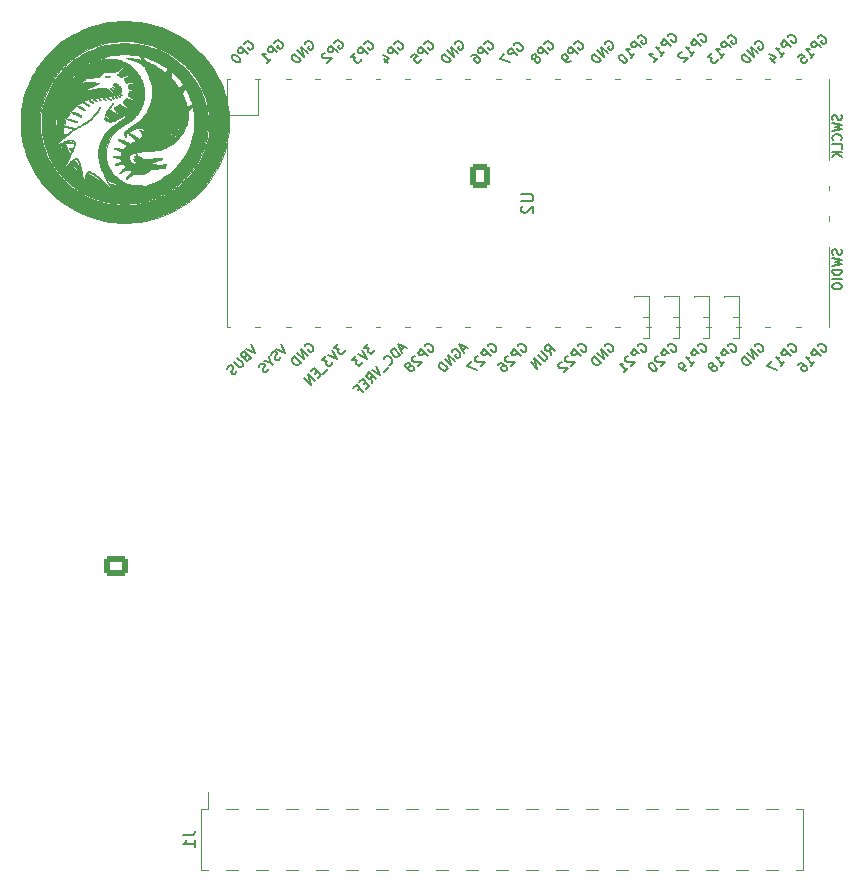
<source format=gbo>
G04 #@! TF.GenerationSoftware,KiCad,Pcbnew,(6.0.1)*
G04 #@! TF.CreationDate,2022-01-19T01:46:26+10:00*
G04 #@! TF.ProjectId,RedPyKeeb_MCU,52656450-794b-4656-9562-5f4d43552e6b,rev?*
G04 #@! TF.SameCoordinates,Original*
G04 #@! TF.FileFunction,Legend,Bot*
G04 #@! TF.FilePolarity,Positive*
%FSLAX46Y46*%
G04 Gerber Fmt 4.6, Leading zero omitted, Abs format (unit mm)*
G04 Created by KiCad (PCBNEW (6.0.1)) date 2022-01-19 01:46:26*
%MOMM*%
%LPD*%
G01*
G04 APERTURE LIST*
G04 Aperture macros list*
%AMRoundRect*
0 Rectangle with rounded corners*
0 $1 Rounding radius*
0 $2 $3 $4 $5 $6 $7 $8 $9 X,Y pos of 4 corners*
0 Add a 4 corners polygon primitive as box body*
4,1,4,$2,$3,$4,$5,$6,$7,$8,$9,$2,$3,0*
0 Add four circle primitives for the rounded corners*
1,1,$1+$1,$2,$3*
1,1,$1+$1,$4,$5*
1,1,$1+$1,$6,$7*
1,1,$1+$1,$8,$9*
0 Add four rect primitives between the rounded corners*
20,1,$1+$1,$2,$3,$4,$5,0*
20,1,$1+$1,$4,$5,$6,$7,0*
20,1,$1+$1,$6,$7,$8,$9,0*
20,1,$1+$1,$8,$9,$2,$3,0*%
G04 Aperture macros list end*
%ADD10C,0.150000*%
%ADD11C,0.120000*%
%ADD12C,0.010000*%
%ADD13RoundRect,0.250000X0.725000X-0.600000X0.725000X0.600000X-0.725000X0.600000X-0.725000X-0.600000X0*%
%ADD14O,1.950000X1.700000*%
%ADD15RoundRect,0.250000X-0.600000X-0.725000X0.600000X-0.725000X0.600000X0.725000X-0.600000X0.725000X0*%
%ADD16O,1.700000X1.950000*%
%ADD17R,1.600000X1.600000*%
%ADD18C,1.600000*%
%ADD19C,1.300000*%
%ADD20R,1.120000X2.440000*%
%ADD21R,1.000000X3.150000*%
%ADD22O,1.500000X1.500000*%
%ADD23O,1.800000X1.800000*%
%ADD24O,1.700000X1.700000*%
%ADD25R,1.700000X3.500000*%
%ADD26R,1.700000X1.700000*%
%ADD27R,3.500000X1.700000*%
G04 APERTURE END LIST*
D10*
X30092380Y-84416666D02*
X30806666Y-84416666D01*
X30949523Y-84369047D01*
X31044761Y-84273809D01*
X31092380Y-84130952D01*
X31092380Y-84035714D01*
X31092380Y-85416666D02*
X31092380Y-84845238D01*
X31092380Y-85130952D02*
X30092380Y-85130952D01*
X30235238Y-85035714D01*
X30330476Y-84940476D01*
X30378095Y-84845238D01*
X58752380Y-30138095D02*
X59561904Y-30138095D01*
X59657142Y-30185714D01*
X59704761Y-30233333D01*
X59752380Y-30328571D01*
X59752380Y-30519047D01*
X59704761Y-30614285D01*
X59657142Y-30661904D01*
X59561904Y-30709523D01*
X58752380Y-30709523D01*
X58847619Y-31138095D02*
X58800000Y-31185714D01*
X58752380Y-31280952D01*
X58752380Y-31519047D01*
X58800000Y-31614285D01*
X58847619Y-31661904D01*
X58942857Y-31709523D01*
X59038095Y-31709523D01*
X59180952Y-31661904D01*
X59752380Y-31090476D01*
X59752380Y-31709523D01*
X55611218Y-17413096D02*
X55638155Y-17332284D01*
X55718967Y-17251471D01*
X55826717Y-17197597D01*
X55934467Y-17197597D01*
X56015279Y-17224534D01*
X56149966Y-17305346D01*
X56230778Y-17386158D01*
X56311590Y-17520845D01*
X56338528Y-17601658D01*
X56338528Y-17709407D01*
X56284653Y-17817157D01*
X56230778Y-17871032D01*
X56123028Y-17924906D01*
X56069154Y-17924906D01*
X55880592Y-17736345D01*
X55988341Y-17628595D01*
X55880592Y-18221218D02*
X55314906Y-17655532D01*
X55099407Y-17871032D01*
X55072470Y-17951844D01*
X55072470Y-18005719D01*
X55099407Y-18086531D01*
X55180219Y-18167343D01*
X55261032Y-18194280D01*
X55314906Y-18194280D01*
X55395719Y-18167343D01*
X55611218Y-17951844D01*
X54506784Y-18463654D02*
X54614534Y-18355905D01*
X54695346Y-18328967D01*
X54749221Y-18328967D01*
X54883908Y-18355905D01*
X55018595Y-18436717D01*
X55234094Y-18652216D01*
X55261032Y-18733028D01*
X55261032Y-18786903D01*
X55234094Y-18867715D01*
X55126345Y-18975465D01*
X55045532Y-19002402D01*
X54991658Y-19002402D01*
X54910845Y-18975465D01*
X54776158Y-18840778D01*
X54749221Y-18759966D01*
X54749221Y-18706091D01*
X54776158Y-18625279D01*
X54883908Y-18517529D01*
X54964720Y-18490592D01*
X55018595Y-18490592D01*
X55099407Y-18517529D01*
X53098155Y-17386158D02*
X53125093Y-17305346D01*
X53205905Y-17224534D01*
X53313654Y-17170659D01*
X53421404Y-17170659D01*
X53502216Y-17197597D01*
X53636903Y-17278409D01*
X53717715Y-17359221D01*
X53798528Y-17493908D01*
X53825465Y-17574720D01*
X53825465Y-17682470D01*
X53771590Y-17790219D01*
X53717715Y-17844094D01*
X53609966Y-17897969D01*
X53556091Y-17897969D01*
X53367529Y-17709407D01*
X53475279Y-17601658D01*
X53367529Y-18194280D02*
X52801844Y-17628595D01*
X53044280Y-18517529D01*
X52478595Y-17951844D01*
X52774906Y-18786903D02*
X52209221Y-18221218D01*
X52074534Y-18355905D01*
X52020659Y-18463654D01*
X52020659Y-18571404D01*
X52047597Y-18652216D01*
X52128409Y-18786903D01*
X52209221Y-18867715D01*
X52343908Y-18948528D01*
X52424720Y-18975465D01*
X52532470Y-18975465D01*
X52640219Y-18921590D01*
X52774906Y-18786903D01*
X68590592Y-42997722D02*
X68617529Y-42916910D01*
X68698341Y-42836097D01*
X68806091Y-42782223D01*
X68913841Y-42782223D01*
X68994653Y-42809160D01*
X69129340Y-42889972D01*
X69210152Y-42970784D01*
X69290964Y-43105471D01*
X69317902Y-43186284D01*
X69317902Y-43294033D01*
X69264027Y-43401783D01*
X69210152Y-43455658D01*
X69102402Y-43509532D01*
X69048528Y-43509532D01*
X68859966Y-43320971D01*
X68967715Y-43213221D01*
X68859966Y-43805844D02*
X68294280Y-43240158D01*
X68078781Y-43455658D01*
X68051844Y-43536470D01*
X68051844Y-43590345D01*
X68078781Y-43671157D01*
X68159593Y-43751969D01*
X68240406Y-43778906D01*
X68294280Y-43778906D01*
X68375093Y-43751969D01*
X68590592Y-43536470D01*
X67809407Y-43832781D02*
X67755532Y-43832781D01*
X67674720Y-43859719D01*
X67540033Y-43994406D01*
X67513096Y-44075218D01*
X67513096Y-44129093D01*
X67540033Y-44209905D01*
X67593908Y-44263780D01*
X67701658Y-44317654D01*
X68348155Y-44317654D01*
X67997969Y-44667841D01*
X67459221Y-45206589D02*
X67782470Y-44883340D01*
X67620845Y-45044964D02*
X67055160Y-44479279D01*
X67189847Y-44506216D01*
X67297597Y-44506216D01*
X67378409Y-44479279D01*
X35827309Y-42853129D02*
X36204433Y-43607377D01*
X35450186Y-43230253D01*
X35342436Y-43876751D02*
X35288561Y-43984500D01*
X35288561Y-44038375D01*
X35315499Y-44119187D01*
X35396311Y-44199999D01*
X35477123Y-44226937D01*
X35530998Y-44226937D01*
X35611810Y-44200000D01*
X35827309Y-43984500D01*
X35261624Y-43418815D01*
X35073062Y-43607377D01*
X35046125Y-43688189D01*
X35046125Y-43742064D01*
X35073062Y-43822876D01*
X35126937Y-43876751D01*
X35207749Y-43903688D01*
X35261624Y-43903688D01*
X35342436Y-43876751D01*
X35530998Y-43688189D01*
X34695938Y-43984500D02*
X35153874Y-44442436D01*
X35180812Y-44523248D01*
X35180812Y-44577123D01*
X35153874Y-44657935D01*
X35046125Y-44765685D01*
X34965312Y-44792622D01*
X34911438Y-44792622D01*
X34830625Y-44765685D01*
X34372690Y-44307749D01*
X34669001Y-45088934D02*
X34615126Y-45196683D01*
X34480439Y-45331370D01*
X34399627Y-45358308D01*
X34345752Y-45358308D01*
X34264940Y-45331370D01*
X34211065Y-45277496D01*
X34184128Y-45196683D01*
X34184128Y-45142809D01*
X34211065Y-45061996D01*
X34291877Y-44927309D01*
X34318815Y-44846497D01*
X34318815Y-44792622D01*
X34291877Y-44711810D01*
X34238003Y-44657935D01*
X34157190Y-44630998D01*
X34103316Y-44630998D01*
X34022503Y-44657935D01*
X33887816Y-44792622D01*
X33833942Y-44900372D01*
X50531218Y-17413096D02*
X50558155Y-17332284D01*
X50638967Y-17251471D01*
X50746717Y-17197597D01*
X50854467Y-17197597D01*
X50935279Y-17224534D01*
X51069966Y-17305346D01*
X51150778Y-17386158D01*
X51231590Y-17520845D01*
X51258528Y-17601658D01*
X51258528Y-17709407D01*
X51204653Y-17817157D01*
X51150778Y-17871032D01*
X51043028Y-17924906D01*
X50989154Y-17924906D01*
X50800592Y-17736345D01*
X50908341Y-17628595D01*
X50800592Y-18221218D02*
X50234906Y-17655532D01*
X50019407Y-17871032D01*
X49992470Y-17951844D01*
X49992470Y-18005719D01*
X50019407Y-18086531D01*
X50100219Y-18167343D01*
X50181032Y-18194280D01*
X50234906Y-18194280D01*
X50315719Y-18167343D01*
X50531218Y-17951844D01*
X49399847Y-18490592D02*
X49669221Y-18221218D01*
X49965532Y-18463654D01*
X49911658Y-18463654D01*
X49830845Y-18490592D01*
X49696158Y-18625279D01*
X49669221Y-18706091D01*
X49669221Y-18759966D01*
X49696158Y-18840778D01*
X49830845Y-18975465D01*
X49911658Y-19002402D01*
X49965532Y-19002402D01*
X50046345Y-18975465D01*
X50181032Y-18840778D01*
X50207969Y-18759966D01*
X50207969Y-18706091D01*
X76200592Y-42997722D02*
X76227529Y-42916910D01*
X76308341Y-42836097D01*
X76416091Y-42782223D01*
X76523841Y-42782223D01*
X76604653Y-42809160D01*
X76739340Y-42889972D01*
X76820152Y-42970784D01*
X76900964Y-43105471D01*
X76927902Y-43186284D01*
X76927902Y-43294033D01*
X76874027Y-43401783D01*
X76820152Y-43455658D01*
X76712402Y-43509532D01*
X76658528Y-43509532D01*
X76469966Y-43320971D01*
X76577715Y-43213221D01*
X76469966Y-43805844D02*
X75904280Y-43240158D01*
X75688781Y-43455658D01*
X75661844Y-43536470D01*
X75661844Y-43590345D01*
X75688781Y-43671157D01*
X75769593Y-43751969D01*
X75850406Y-43778906D01*
X75904280Y-43778906D01*
X75985093Y-43751969D01*
X76200592Y-43536470D01*
X75607969Y-44667841D02*
X75931218Y-44344592D01*
X75769593Y-44506216D02*
X75203908Y-43940531D01*
X75338595Y-43967468D01*
X75446345Y-43967468D01*
X75527157Y-43940531D01*
X74961471Y-44667841D02*
X74988409Y-44587028D01*
X74988409Y-44533154D01*
X74961471Y-44452341D01*
X74934534Y-44425404D01*
X74853722Y-44398467D01*
X74799847Y-44398467D01*
X74719035Y-44425404D01*
X74611285Y-44533154D01*
X74584348Y-44613966D01*
X74584348Y-44667841D01*
X74611285Y-44748653D01*
X74638223Y-44775590D01*
X74719035Y-44802528D01*
X74772910Y-44802528D01*
X74853722Y-44775590D01*
X74961471Y-44667841D01*
X75042284Y-44640903D01*
X75096158Y-44640903D01*
X75176971Y-44667841D01*
X75284720Y-44775590D01*
X75311658Y-44856402D01*
X75311658Y-44910277D01*
X75284720Y-44991089D01*
X75176971Y-45098839D01*
X75096158Y-45125776D01*
X75042284Y-45125776D01*
X74961471Y-45098839D01*
X74853722Y-44991089D01*
X74826784Y-44910277D01*
X74826784Y-44856402D01*
X74853722Y-44775590D01*
X38369966Y-42820473D02*
X38747089Y-43574720D01*
X37992842Y-43197597D01*
X38369966Y-43897969D02*
X38316091Y-44005719D01*
X38181404Y-44140406D01*
X38100592Y-44167343D01*
X38046717Y-44167343D01*
X37965905Y-44140406D01*
X37912030Y-44086531D01*
X37885093Y-44005719D01*
X37885093Y-43951844D01*
X37912030Y-43871032D01*
X37992842Y-43736345D01*
X38019780Y-43655532D01*
X38019780Y-43601658D01*
X37992842Y-43520845D01*
X37938967Y-43466971D01*
X37858155Y-43440033D01*
X37804280Y-43440033D01*
X37723468Y-43466971D01*
X37588781Y-43601658D01*
X37534906Y-43709407D01*
X37454094Y-44328967D02*
X37723468Y-44598341D01*
X37346345Y-43844094D02*
X37454094Y-44328967D01*
X36969221Y-44221218D01*
X37346345Y-44921590D02*
X37292470Y-45029340D01*
X37157783Y-45164027D01*
X37076971Y-45190964D01*
X37023096Y-45190964D01*
X36942284Y-45164027D01*
X36888409Y-45110152D01*
X36861471Y-45029340D01*
X36861471Y-44975465D01*
X36888409Y-44894653D01*
X36969221Y-44759966D01*
X36996158Y-44679154D01*
X36996158Y-44625279D01*
X36969221Y-44544467D01*
X36915346Y-44490592D01*
X36834534Y-44463654D01*
X36780659Y-44463654D01*
X36699847Y-44490592D01*
X36565160Y-44625279D01*
X36511285Y-44733028D01*
X76200592Y-16889722D02*
X76227529Y-16808910D01*
X76308341Y-16728097D01*
X76416091Y-16674223D01*
X76523841Y-16674223D01*
X76604653Y-16701160D01*
X76739340Y-16781972D01*
X76820152Y-16862784D01*
X76900964Y-16997471D01*
X76927902Y-17078284D01*
X76927902Y-17186033D01*
X76874027Y-17293783D01*
X76820152Y-17347658D01*
X76712402Y-17401532D01*
X76658528Y-17401532D01*
X76469966Y-17212971D01*
X76577715Y-17105221D01*
X76469966Y-17697844D02*
X75904280Y-17132158D01*
X75688781Y-17347658D01*
X75661844Y-17428470D01*
X75661844Y-17482345D01*
X75688781Y-17563157D01*
X75769593Y-17643969D01*
X75850406Y-17670906D01*
X75904280Y-17670906D01*
X75985093Y-17643969D01*
X76200592Y-17428470D01*
X75607969Y-18559841D02*
X75931218Y-18236592D01*
X75769593Y-18398216D02*
X75203908Y-17832531D01*
X75338595Y-17859468D01*
X75446345Y-17859468D01*
X75527157Y-17832531D01*
X74853722Y-18182717D02*
X74503536Y-18532903D01*
X74907597Y-18559841D01*
X74826784Y-18640653D01*
X74799847Y-18721465D01*
X74799847Y-18775340D01*
X74826784Y-18856152D01*
X74961471Y-18990839D01*
X75042284Y-19017776D01*
X75096158Y-19017776D01*
X75176971Y-18990839D01*
X75338595Y-18829215D01*
X75365532Y-18748402D01*
X75365532Y-18694528D01*
X58121218Y-17513096D02*
X58148155Y-17432284D01*
X58228967Y-17351471D01*
X58336717Y-17297597D01*
X58444467Y-17297597D01*
X58525279Y-17324534D01*
X58659966Y-17405346D01*
X58740778Y-17486158D01*
X58821590Y-17620845D01*
X58848528Y-17701658D01*
X58848528Y-17809407D01*
X58794653Y-17917157D01*
X58740778Y-17971032D01*
X58633028Y-18024906D01*
X58579154Y-18024906D01*
X58390592Y-17836345D01*
X58498341Y-17728595D01*
X58390592Y-18321218D02*
X57824906Y-17755532D01*
X57609407Y-17971032D01*
X57582470Y-18051844D01*
X57582470Y-18105719D01*
X57609407Y-18186531D01*
X57690219Y-18267343D01*
X57771032Y-18294280D01*
X57824906Y-18294280D01*
X57905719Y-18267343D01*
X58121218Y-18051844D01*
X57313096Y-18267343D02*
X56935972Y-18644467D01*
X57744094Y-18967715D01*
X47991218Y-17413096D02*
X48018155Y-17332284D01*
X48098967Y-17251471D01*
X48206717Y-17197597D01*
X48314467Y-17197597D01*
X48395279Y-17224534D01*
X48529966Y-17305346D01*
X48610778Y-17386158D01*
X48691590Y-17520845D01*
X48718528Y-17601658D01*
X48718528Y-17709407D01*
X48664653Y-17817157D01*
X48610778Y-17871032D01*
X48503028Y-17924906D01*
X48449154Y-17924906D01*
X48260592Y-17736345D01*
X48368341Y-17628595D01*
X48260592Y-18221218D02*
X47694906Y-17655532D01*
X47479407Y-17871032D01*
X47452470Y-17951844D01*
X47452470Y-18005719D01*
X47479407Y-18086531D01*
X47560219Y-18167343D01*
X47641032Y-18194280D01*
X47694906Y-18194280D01*
X47775719Y-18167343D01*
X47991218Y-17951844D01*
X47075346Y-18652216D02*
X47452470Y-19029340D01*
X46994534Y-18302030D02*
X47533282Y-18571404D01*
X47183096Y-18921590D01*
X55890592Y-42997722D02*
X55917529Y-42916910D01*
X55998341Y-42836097D01*
X56106091Y-42782223D01*
X56213841Y-42782223D01*
X56294653Y-42809160D01*
X56429340Y-42889972D01*
X56510152Y-42970784D01*
X56590964Y-43105471D01*
X56617902Y-43186284D01*
X56617902Y-43294033D01*
X56564027Y-43401783D01*
X56510152Y-43455658D01*
X56402402Y-43509532D01*
X56348528Y-43509532D01*
X56159966Y-43320971D01*
X56267715Y-43213221D01*
X56159966Y-43805844D02*
X55594280Y-43240158D01*
X55378781Y-43455658D01*
X55351844Y-43536470D01*
X55351844Y-43590345D01*
X55378781Y-43671157D01*
X55459593Y-43751969D01*
X55540406Y-43778906D01*
X55594280Y-43778906D01*
X55675093Y-43751969D01*
X55890592Y-43536470D01*
X55109407Y-43832781D02*
X55055532Y-43832781D01*
X54974720Y-43859719D01*
X54840033Y-43994406D01*
X54813096Y-44075218D01*
X54813096Y-44129093D01*
X54840033Y-44209905D01*
X54893908Y-44263780D01*
X55001658Y-44317654D01*
X55648155Y-44317654D01*
X55297969Y-44667841D01*
X54543722Y-44290717D02*
X54166598Y-44667841D01*
X54974720Y-44991089D01*
X58420592Y-42997722D02*
X58447529Y-42916910D01*
X58528341Y-42836097D01*
X58636091Y-42782223D01*
X58743841Y-42782223D01*
X58824653Y-42809160D01*
X58959340Y-42889972D01*
X59040152Y-42970784D01*
X59120964Y-43105471D01*
X59147902Y-43186284D01*
X59147902Y-43294033D01*
X59094027Y-43401783D01*
X59040152Y-43455658D01*
X58932402Y-43509532D01*
X58878528Y-43509532D01*
X58689966Y-43320971D01*
X58797715Y-43213221D01*
X58689966Y-43805844D02*
X58124280Y-43240158D01*
X57908781Y-43455658D01*
X57881844Y-43536470D01*
X57881844Y-43590345D01*
X57908781Y-43671157D01*
X57989593Y-43751969D01*
X58070406Y-43778906D01*
X58124280Y-43778906D01*
X58205093Y-43751969D01*
X58420592Y-43536470D01*
X57639407Y-43832781D02*
X57585532Y-43832781D01*
X57504720Y-43859719D01*
X57370033Y-43994406D01*
X57343096Y-44075218D01*
X57343096Y-44129093D01*
X57370033Y-44209905D01*
X57423908Y-44263780D01*
X57531658Y-44317654D01*
X58178155Y-44317654D01*
X57827969Y-44667841D01*
X56777410Y-44587028D02*
X56885160Y-44479279D01*
X56965972Y-44452341D01*
X57019847Y-44452341D01*
X57154534Y-44479279D01*
X57289221Y-44560091D01*
X57504720Y-44775590D01*
X57531658Y-44856402D01*
X57531658Y-44910277D01*
X57504720Y-44991089D01*
X57396971Y-45098839D01*
X57316158Y-45125776D01*
X57262284Y-45125776D01*
X57181471Y-45098839D01*
X57046784Y-44964152D01*
X57019847Y-44883340D01*
X57019847Y-44829465D01*
X57046784Y-44748653D01*
X57154534Y-44640903D01*
X57235346Y-44613966D01*
X57289221Y-44613966D01*
X57370033Y-44640903D01*
X42911218Y-17313096D02*
X42938155Y-17232284D01*
X43018967Y-17151471D01*
X43126717Y-17097597D01*
X43234467Y-17097597D01*
X43315279Y-17124534D01*
X43449966Y-17205346D01*
X43530778Y-17286158D01*
X43611590Y-17420845D01*
X43638528Y-17501658D01*
X43638528Y-17609407D01*
X43584653Y-17717157D01*
X43530778Y-17771032D01*
X43423028Y-17824906D01*
X43369154Y-17824906D01*
X43180592Y-17636345D01*
X43288341Y-17528595D01*
X43180592Y-18121218D02*
X42614906Y-17555532D01*
X42399407Y-17771032D01*
X42372470Y-17851844D01*
X42372470Y-17905719D01*
X42399407Y-17986531D01*
X42480219Y-18067343D01*
X42561032Y-18094280D01*
X42614906Y-18094280D01*
X42695719Y-18067343D01*
X42911218Y-17851844D01*
X42130033Y-18148155D02*
X42076158Y-18148155D01*
X41995346Y-18175093D01*
X41860659Y-18309780D01*
X41833722Y-18390592D01*
X41833722Y-18444467D01*
X41860659Y-18525279D01*
X41914534Y-18579154D01*
X42022284Y-18633028D01*
X42668781Y-18633028D01*
X42318595Y-18983215D01*
X48833773Y-43054788D02*
X48564399Y-43324162D01*
X49049272Y-43162537D02*
X48295025Y-42785414D01*
X48672149Y-43539661D01*
X48483587Y-43728223D02*
X47917902Y-43162537D01*
X47783215Y-43297224D01*
X47729340Y-43404974D01*
X47729340Y-43512723D01*
X47756277Y-43593536D01*
X47837089Y-43728223D01*
X47917902Y-43809035D01*
X48052589Y-43889847D01*
X48133401Y-43916784D01*
X48241150Y-43916784D01*
X48348900Y-43862910D01*
X48483587Y-43728223D01*
X47540778Y-44563282D02*
X47594653Y-44563282D01*
X47702402Y-44509407D01*
X47756277Y-44455532D01*
X47810152Y-44347783D01*
X47810152Y-44240033D01*
X47783215Y-44159221D01*
X47702402Y-44024534D01*
X47621590Y-43943722D01*
X47486903Y-43862910D01*
X47406091Y-43835972D01*
X47298341Y-43835972D01*
X47190592Y-43889847D01*
X47136717Y-43943722D01*
X47082842Y-44051471D01*
X47082842Y-44105346D01*
X47540778Y-44778781D02*
X47109780Y-45209780D01*
X46436345Y-44644094D02*
X46813468Y-45398341D01*
X46059221Y-45021218D01*
X46113096Y-46098714D02*
X46032284Y-45640778D01*
X46436345Y-45775465D02*
X45870659Y-45209780D01*
X45655160Y-45425279D01*
X45628223Y-45506091D01*
X45628223Y-45559966D01*
X45655160Y-45640778D01*
X45735972Y-45721590D01*
X45816784Y-45748528D01*
X45870659Y-45748528D01*
X45951471Y-45721590D01*
X46166971Y-45506091D01*
X45574348Y-46044839D02*
X45385786Y-46233401D01*
X45601285Y-46610524D02*
X45870659Y-46341150D01*
X45304974Y-45775465D01*
X45035600Y-46044839D01*
X44873975Y-46745211D02*
X45062537Y-46556650D01*
X45358849Y-46852961D02*
X44793163Y-46287276D01*
X44523789Y-46556650D01*
X50546592Y-42997722D02*
X50573529Y-42916910D01*
X50654341Y-42836097D01*
X50762091Y-42782223D01*
X50869841Y-42782223D01*
X50950653Y-42809160D01*
X51085340Y-42889972D01*
X51166152Y-42970784D01*
X51246964Y-43105471D01*
X51273902Y-43186284D01*
X51273902Y-43294033D01*
X51220027Y-43401783D01*
X51166152Y-43455658D01*
X51058402Y-43509532D01*
X51004528Y-43509532D01*
X50815966Y-43320971D01*
X50923715Y-43213221D01*
X50815966Y-43805844D02*
X50250280Y-43240158D01*
X50034781Y-43455658D01*
X50007844Y-43536470D01*
X50007844Y-43590345D01*
X50034781Y-43671157D01*
X50115593Y-43751969D01*
X50196406Y-43778906D01*
X50250280Y-43778906D01*
X50331093Y-43751969D01*
X50546592Y-43536470D01*
X49765407Y-43832781D02*
X49711532Y-43832781D01*
X49630720Y-43859719D01*
X49496033Y-43994406D01*
X49469096Y-44075218D01*
X49469096Y-44129093D01*
X49496033Y-44209905D01*
X49549908Y-44263780D01*
X49657658Y-44317654D01*
X50304155Y-44317654D01*
X49953969Y-44667841D01*
X49307471Y-44667841D02*
X49334409Y-44587028D01*
X49334409Y-44533154D01*
X49307471Y-44452341D01*
X49280534Y-44425404D01*
X49199722Y-44398467D01*
X49145847Y-44398467D01*
X49065035Y-44425404D01*
X48957285Y-44533154D01*
X48930348Y-44613966D01*
X48930348Y-44667841D01*
X48957285Y-44748653D01*
X48984223Y-44775590D01*
X49065035Y-44802528D01*
X49118910Y-44802528D01*
X49199722Y-44775590D01*
X49307471Y-44667841D01*
X49388284Y-44640903D01*
X49442158Y-44640903D01*
X49522971Y-44667841D01*
X49630720Y-44775590D01*
X49657658Y-44856402D01*
X49657658Y-44910277D01*
X49630720Y-44991089D01*
X49522971Y-45098839D01*
X49442158Y-45125776D01*
X49388284Y-45125776D01*
X49307471Y-45098839D01*
X49199722Y-44991089D01*
X49172784Y-44910277D01*
X49172784Y-44856402D01*
X49199722Y-44775590D01*
X40398155Y-42986158D02*
X40425093Y-42905346D01*
X40505905Y-42824534D01*
X40613654Y-42770659D01*
X40721404Y-42770659D01*
X40802216Y-42797597D01*
X40936903Y-42878409D01*
X41017715Y-42959221D01*
X41098528Y-43093908D01*
X41125465Y-43174720D01*
X41125465Y-43282470D01*
X41071590Y-43390219D01*
X41017715Y-43444094D01*
X40909966Y-43497969D01*
X40856091Y-43497969D01*
X40667529Y-43309407D01*
X40775279Y-43201658D01*
X40667529Y-43794280D02*
X40101844Y-43228595D01*
X40344280Y-44117529D01*
X39778595Y-43551844D01*
X40074906Y-44386903D02*
X39509221Y-43821218D01*
X39374534Y-43955905D01*
X39320659Y-44063654D01*
X39320659Y-44171404D01*
X39347597Y-44252216D01*
X39428409Y-44386903D01*
X39509221Y-44467715D01*
X39643908Y-44548528D01*
X39724720Y-44575465D01*
X39832470Y-44575465D01*
X39940219Y-44521590D01*
X40074906Y-44386903D01*
X78498155Y-42986158D02*
X78525093Y-42905346D01*
X78605905Y-42824534D01*
X78713654Y-42770659D01*
X78821404Y-42770659D01*
X78902216Y-42797597D01*
X79036903Y-42878409D01*
X79117715Y-42959221D01*
X79198528Y-43093908D01*
X79225465Y-43174720D01*
X79225465Y-43282470D01*
X79171590Y-43390219D01*
X79117715Y-43444094D01*
X79009966Y-43497969D01*
X78956091Y-43497969D01*
X78767529Y-43309407D01*
X78875279Y-43201658D01*
X78767529Y-43794280D02*
X78201844Y-43228595D01*
X78444280Y-44117529D01*
X77878595Y-43551844D01*
X78174906Y-44386903D02*
X77609221Y-43821218D01*
X77474534Y-43955905D01*
X77420659Y-44063654D01*
X77420659Y-44171404D01*
X77447597Y-44252216D01*
X77528409Y-44386903D01*
X77609221Y-44467715D01*
X77743908Y-44548528D01*
X77824720Y-44575465D01*
X77932470Y-44575465D01*
X78040219Y-44521590D01*
X78174906Y-44386903D01*
X54040964Y-43051597D02*
X53771590Y-43320971D01*
X54256463Y-43159346D02*
X53502216Y-42782223D01*
X53879340Y-43536470D01*
X52855719Y-43482595D02*
X52882656Y-43401783D01*
X52963468Y-43320971D01*
X53071218Y-43267096D01*
X53178967Y-43267096D01*
X53259780Y-43294033D01*
X53394467Y-43374845D01*
X53475279Y-43455658D01*
X53556091Y-43590345D01*
X53583028Y-43671157D01*
X53583028Y-43778906D01*
X53529154Y-43886656D01*
X53475279Y-43940531D01*
X53367529Y-43994406D01*
X53313654Y-43994406D01*
X53125093Y-43805844D01*
X53232842Y-43698094D01*
X53125093Y-44290717D02*
X52559407Y-43725032D01*
X52801844Y-44613966D01*
X52236158Y-44048280D01*
X52532470Y-44883340D02*
X51966784Y-44317654D01*
X51832097Y-44452341D01*
X51778223Y-44560091D01*
X51778223Y-44667841D01*
X51805160Y-44748653D01*
X51885972Y-44883340D01*
X51966784Y-44964152D01*
X52101471Y-45044964D01*
X52182284Y-45071902D01*
X52290033Y-45071902D01*
X52397783Y-45018027D01*
X52532470Y-44883340D01*
X73660592Y-16743722D02*
X73687529Y-16662910D01*
X73768341Y-16582097D01*
X73876091Y-16528223D01*
X73983841Y-16528223D01*
X74064653Y-16555160D01*
X74199340Y-16635972D01*
X74280152Y-16716784D01*
X74360964Y-16851471D01*
X74387902Y-16932284D01*
X74387902Y-17040033D01*
X74334027Y-17147783D01*
X74280152Y-17201658D01*
X74172402Y-17255532D01*
X74118528Y-17255532D01*
X73929966Y-17066971D01*
X74037715Y-16959221D01*
X73929966Y-17551844D02*
X73364280Y-16986158D01*
X73148781Y-17201658D01*
X73121844Y-17282470D01*
X73121844Y-17336345D01*
X73148781Y-17417157D01*
X73229593Y-17497969D01*
X73310406Y-17524906D01*
X73364280Y-17524906D01*
X73445093Y-17497969D01*
X73660592Y-17282470D01*
X73067969Y-18413841D02*
X73391218Y-18090592D01*
X73229593Y-18252216D02*
X72663908Y-17686531D01*
X72798595Y-17713468D01*
X72906345Y-17713468D01*
X72987157Y-17686531D01*
X72340659Y-18117529D02*
X72286784Y-18117529D01*
X72205972Y-18144467D01*
X72071285Y-18279154D01*
X72044348Y-18359966D01*
X72044348Y-18413841D01*
X72071285Y-18494653D01*
X72125160Y-18548528D01*
X72232910Y-18602402D01*
X72879407Y-18602402D01*
X72529221Y-18952589D01*
X83820592Y-16889722D02*
X83847529Y-16808910D01*
X83928341Y-16728097D01*
X84036091Y-16674223D01*
X84143841Y-16674223D01*
X84224653Y-16701160D01*
X84359340Y-16781972D01*
X84440152Y-16862784D01*
X84520964Y-16997471D01*
X84547902Y-17078284D01*
X84547902Y-17186033D01*
X84494027Y-17293783D01*
X84440152Y-17347658D01*
X84332402Y-17401532D01*
X84278528Y-17401532D01*
X84089966Y-17212971D01*
X84197715Y-17105221D01*
X84089966Y-17697844D02*
X83524280Y-17132158D01*
X83308781Y-17347658D01*
X83281844Y-17428470D01*
X83281844Y-17482345D01*
X83308781Y-17563157D01*
X83389593Y-17643969D01*
X83470406Y-17670906D01*
X83524280Y-17670906D01*
X83605093Y-17643969D01*
X83820592Y-17428470D01*
X83227969Y-18559841D02*
X83551218Y-18236592D01*
X83389593Y-18398216D02*
X82823908Y-17832531D01*
X82958595Y-17859468D01*
X83066345Y-17859468D01*
X83147157Y-17832531D01*
X82150473Y-18505966D02*
X82419847Y-18236592D01*
X82716158Y-18479028D01*
X82662284Y-18479028D01*
X82581471Y-18505966D01*
X82446784Y-18640653D01*
X82419847Y-18721465D01*
X82419847Y-18775340D01*
X82446784Y-18856152D01*
X82581471Y-18990839D01*
X82662284Y-19017776D01*
X82716158Y-19017776D01*
X82796971Y-18990839D01*
X82931658Y-18856152D01*
X82958595Y-18775340D01*
X82958595Y-18721465D01*
X40398155Y-17386158D02*
X40425093Y-17305346D01*
X40505905Y-17224534D01*
X40613654Y-17170659D01*
X40721404Y-17170659D01*
X40802216Y-17197597D01*
X40936903Y-17278409D01*
X41017715Y-17359221D01*
X41098528Y-17493908D01*
X41125465Y-17574720D01*
X41125465Y-17682470D01*
X41071590Y-17790219D01*
X41017715Y-17844094D01*
X40909966Y-17897969D01*
X40856091Y-17897969D01*
X40667529Y-17709407D01*
X40775279Y-17601658D01*
X40667529Y-18194280D02*
X40101844Y-17628595D01*
X40344280Y-18517529D01*
X39778595Y-17951844D01*
X40074906Y-18786903D02*
X39509221Y-18221218D01*
X39374534Y-18355905D01*
X39320659Y-18463654D01*
X39320659Y-18571404D01*
X39347597Y-18652216D01*
X39428409Y-18786903D01*
X39509221Y-18867715D01*
X39643908Y-18948528D01*
X39724720Y-18975465D01*
X39832470Y-18975465D01*
X39940219Y-18921590D01*
X40074906Y-18786903D01*
X63500592Y-42997722D02*
X63527529Y-42916910D01*
X63608341Y-42836097D01*
X63716091Y-42782223D01*
X63823841Y-42782223D01*
X63904653Y-42809160D01*
X64039340Y-42889972D01*
X64120152Y-42970784D01*
X64200964Y-43105471D01*
X64227902Y-43186284D01*
X64227902Y-43294033D01*
X64174027Y-43401783D01*
X64120152Y-43455658D01*
X64012402Y-43509532D01*
X63958528Y-43509532D01*
X63769966Y-43320971D01*
X63877715Y-43213221D01*
X63769966Y-43805844D02*
X63204280Y-43240158D01*
X62988781Y-43455658D01*
X62961844Y-43536470D01*
X62961844Y-43590345D01*
X62988781Y-43671157D01*
X63069593Y-43751969D01*
X63150406Y-43778906D01*
X63204280Y-43778906D01*
X63285093Y-43751969D01*
X63500592Y-43536470D01*
X62719407Y-43832781D02*
X62665532Y-43832781D01*
X62584720Y-43859719D01*
X62450033Y-43994406D01*
X62423096Y-44075218D01*
X62423096Y-44129093D01*
X62450033Y-44209905D01*
X62503908Y-44263780D01*
X62611658Y-44317654D01*
X63258155Y-44317654D01*
X62907969Y-44667841D01*
X62180659Y-44371529D02*
X62126784Y-44371529D01*
X62045972Y-44398467D01*
X61911285Y-44533154D01*
X61884348Y-44613966D01*
X61884348Y-44667841D01*
X61911285Y-44748653D01*
X61965160Y-44802528D01*
X62072910Y-44856402D01*
X62719407Y-44856402D01*
X62369221Y-45206589D01*
X68580592Y-16889722D02*
X68607529Y-16808910D01*
X68688341Y-16728097D01*
X68796091Y-16674223D01*
X68903841Y-16674223D01*
X68984653Y-16701160D01*
X69119340Y-16781972D01*
X69200152Y-16862784D01*
X69280964Y-16997471D01*
X69307902Y-17078284D01*
X69307902Y-17186033D01*
X69254027Y-17293783D01*
X69200152Y-17347658D01*
X69092402Y-17401532D01*
X69038528Y-17401532D01*
X68849966Y-17212971D01*
X68957715Y-17105221D01*
X68849966Y-17697844D02*
X68284280Y-17132158D01*
X68068781Y-17347658D01*
X68041844Y-17428470D01*
X68041844Y-17482345D01*
X68068781Y-17563157D01*
X68149593Y-17643969D01*
X68230406Y-17670906D01*
X68284280Y-17670906D01*
X68365093Y-17643969D01*
X68580592Y-17428470D01*
X67987969Y-18559841D02*
X68311218Y-18236592D01*
X68149593Y-18398216D02*
X67583908Y-17832531D01*
X67718595Y-17859468D01*
X67826345Y-17859468D01*
X67907157Y-17832531D01*
X67072097Y-18344341D02*
X67018223Y-18398216D01*
X66991285Y-18479028D01*
X66991285Y-18532903D01*
X67018223Y-18613715D01*
X67099035Y-18748402D01*
X67233722Y-18883089D01*
X67368409Y-18963902D01*
X67449221Y-18990839D01*
X67503096Y-18990839D01*
X67583908Y-18963902D01*
X67637783Y-18910027D01*
X67664720Y-18829215D01*
X67664720Y-18775340D01*
X67637783Y-18694528D01*
X67556971Y-18559841D01*
X67422284Y-18425154D01*
X67287597Y-18344341D01*
X67206784Y-18317404D01*
X67152910Y-18317404D01*
X67072097Y-18344341D01*
X83820592Y-42997722D02*
X83847529Y-42916910D01*
X83928341Y-42836097D01*
X84036091Y-42782223D01*
X84143841Y-42782223D01*
X84224653Y-42809160D01*
X84359340Y-42889972D01*
X84440152Y-42970784D01*
X84520964Y-43105471D01*
X84547902Y-43186284D01*
X84547902Y-43294033D01*
X84494027Y-43401783D01*
X84440152Y-43455658D01*
X84332402Y-43509532D01*
X84278528Y-43509532D01*
X84089966Y-43320971D01*
X84197715Y-43213221D01*
X84089966Y-43805844D02*
X83524280Y-43240158D01*
X83308781Y-43455658D01*
X83281844Y-43536470D01*
X83281844Y-43590345D01*
X83308781Y-43671157D01*
X83389593Y-43751969D01*
X83470406Y-43778906D01*
X83524280Y-43778906D01*
X83605093Y-43751969D01*
X83820592Y-43536470D01*
X83227969Y-44667841D02*
X83551218Y-44344592D01*
X83389593Y-44506216D02*
X82823908Y-43940531D01*
X82958595Y-43967468D01*
X83066345Y-43967468D01*
X83147157Y-43940531D01*
X82177410Y-44587028D02*
X82285160Y-44479279D01*
X82365972Y-44452341D01*
X82419847Y-44452341D01*
X82554534Y-44479279D01*
X82689221Y-44560091D01*
X82904720Y-44775590D01*
X82931658Y-44856402D01*
X82931658Y-44910277D01*
X82904720Y-44991089D01*
X82796971Y-45098839D01*
X82716158Y-45125776D01*
X82662284Y-45125776D01*
X82581471Y-45098839D01*
X82446784Y-44964152D01*
X82419847Y-44883340D01*
X82419847Y-44829465D01*
X82446784Y-44748653D01*
X82554534Y-44640903D01*
X82635346Y-44613966D01*
X82689221Y-44613966D01*
X82770033Y-44640903D01*
X71120592Y-42997722D02*
X71147529Y-42916910D01*
X71228341Y-42836097D01*
X71336091Y-42782223D01*
X71443841Y-42782223D01*
X71524653Y-42809160D01*
X71659340Y-42889972D01*
X71740152Y-42970784D01*
X71820964Y-43105471D01*
X71847902Y-43186284D01*
X71847902Y-43294033D01*
X71794027Y-43401783D01*
X71740152Y-43455658D01*
X71632402Y-43509532D01*
X71578528Y-43509532D01*
X71389966Y-43320971D01*
X71497715Y-43213221D01*
X71389966Y-43805844D02*
X70824280Y-43240158D01*
X70608781Y-43455658D01*
X70581844Y-43536470D01*
X70581844Y-43590345D01*
X70608781Y-43671157D01*
X70689593Y-43751969D01*
X70770406Y-43778906D01*
X70824280Y-43778906D01*
X70905093Y-43751969D01*
X71120592Y-43536470D01*
X70339407Y-43832781D02*
X70285532Y-43832781D01*
X70204720Y-43859719D01*
X70070033Y-43994406D01*
X70043096Y-44075218D01*
X70043096Y-44129093D01*
X70070033Y-44209905D01*
X70123908Y-44263780D01*
X70231658Y-44317654D01*
X70878155Y-44317654D01*
X70527969Y-44667841D01*
X69612097Y-44452341D02*
X69558223Y-44506216D01*
X69531285Y-44587028D01*
X69531285Y-44640903D01*
X69558223Y-44721715D01*
X69639035Y-44856402D01*
X69773722Y-44991089D01*
X69908409Y-45071902D01*
X69989221Y-45098839D01*
X70043096Y-45098839D01*
X70123908Y-45071902D01*
X70177783Y-45018027D01*
X70204720Y-44937215D01*
X70204720Y-44883340D01*
X70177783Y-44802528D01*
X70096971Y-44667841D01*
X69962284Y-44533154D01*
X69827597Y-44452341D01*
X69746784Y-44425404D01*
X69692910Y-44425404D01*
X69612097Y-44452341D01*
X35291218Y-17413096D02*
X35318155Y-17332284D01*
X35398967Y-17251471D01*
X35506717Y-17197597D01*
X35614467Y-17197597D01*
X35695279Y-17224534D01*
X35829966Y-17305346D01*
X35910778Y-17386158D01*
X35991590Y-17520845D01*
X36018528Y-17601658D01*
X36018528Y-17709407D01*
X35964653Y-17817157D01*
X35910778Y-17871032D01*
X35803028Y-17924906D01*
X35749154Y-17924906D01*
X35560592Y-17736345D01*
X35668341Y-17628595D01*
X35560592Y-18221218D02*
X34994906Y-17655532D01*
X34779407Y-17871032D01*
X34752470Y-17951844D01*
X34752470Y-18005719D01*
X34779407Y-18086531D01*
X34860219Y-18167343D01*
X34941032Y-18194280D01*
X34994906Y-18194280D01*
X35075719Y-18167343D01*
X35291218Y-17951844D01*
X34321471Y-18328967D02*
X34267597Y-18382842D01*
X34240659Y-18463654D01*
X34240659Y-18517529D01*
X34267597Y-18598341D01*
X34348409Y-18733028D01*
X34483096Y-18867715D01*
X34617783Y-18948528D01*
X34698595Y-18975465D01*
X34752470Y-18975465D01*
X34833282Y-18948528D01*
X34887157Y-18894653D01*
X34914094Y-18813841D01*
X34914094Y-18759966D01*
X34887157Y-18679154D01*
X34806345Y-18544467D01*
X34671658Y-18409780D01*
X34536971Y-18328967D01*
X34456158Y-18302030D01*
X34402284Y-18302030D01*
X34321471Y-18328967D01*
X63231218Y-17413096D02*
X63258155Y-17332284D01*
X63338967Y-17251471D01*
X63446717Y-17197597D01*
X63554467Y-17197597D01*
X63635279Y-17224534D01*
X63769966Y-17305346D01*
X63850778Y-17386158D01*
X63931590Y-17520845D01*
X63958528Y-17601658D01*
X63958528Y-17709407D01*
X63904653Y-17817157D01*
X63850778Y-17871032D01*
X63743028Y-17924906D01*
X63689154Y-17924906D01*
X63500592Y-17736345D01*
X63608341Y-17628595D01*
X63500592Y-18221218D02*
X62934906Y-17655532D01*
X62719407Y-17871032D01*
X62692470Y-17951844D01*
X62692470Y-18005719D01*
X62719407Y-18086531D01*
X62800219Y-18167343D01*
X62881032Y-18194280D01*
X62934906Y-18194280D01*
X63015719Y-18167343D01*
X63231218Y-17951844D01*
X62907969Y-18813841D02*
X62800219Y-18921590D01*
X62719407Y-18948528D01*
X62665532Y-18948528D01*
X62530845Y-18921590D01*
X62396158Y-18840778D01*
X62180659Y-18625279D01*
X62153722Y-18544467D01*
X62153722Y-18490592D01*
X62180659Y-18409780D01*
X62288409Y-18302030D01*
X62369221Y-18275093D01*
X62423096Y-18275093D01*
X62503908Y-18302030D01*
X62638595Y-18436717D01*
X62665532Y-18517529D01*
X62665532Y-18571404D01*
X62638595Y-18652216D01*
X62530845Y-18759966D01*
X62450033Y-18786903D01*
X62396158Y-18786903D01*
X62315346Y-18759966D01*
X65798155Y-17386158D02*
X65825093Y-17305346D01*
X65905905Y-17224534D01*
X66013654Y-17170659D01*
X66121404Y-17170659D01*
X66202216Y-17197597D01*
X66336903Y-17278409D01*
X66417715Y-17359221D01*
X66498528Y-17493908D01*
X66525465Y-17574720D01*
X66525465Y-17682470D01*
X66471590Y-17790219D01*
X66417715Y-17844094D01*
X66309966Y-17897969D01*
X66256091Y-17897969D01*
X66067529Y-17709407D01*
X66175279Y-17601658D01*
X66067529Y-18194280D02*
X65501844Y-17628595D01*
X65744280Y-18517529D01*
X65178595Y-17951844D01*
X65474906Y-18786903D02*
X64909221Y-18221218D01*
X64774534Y-18355905D01*
X64720659Y-18463654D01*
X64720659Y-18571404D01*
X64747597Y-18652216D01*
X64828409Y-18786903D01*
X64909221Y-18867715D01*
X65043908Y-18948528D01*
X65124720Y-18975465D01*
X65232470Y-18975465D01*
X65340219Y-18921590D01*
X65474906Y-18786903D01*
X45451218Y-17413096D02*
X45478155Y-17332284D01*
X45558967Y-17251471D01*
X45666717Y-17197597D01*
X45774467Y-17197597D01*
X45855279Y-17224534D01*
X45989966Y-17305346D01*
X46070778Y-17386158D01*
X46151590Y-17520845D01*
X46178528Y-17601658D01*
X46178528Y-17709407D01*
X46124653Y-17817157D01*
X46070778Y-17871032D01*
X45963028Y-17924906D01*
X45909154Y-17924906D01*
X45720592Y-17736345D01*
X45828341Y-17628595D01*
X45720592Y-18221218D02*
X45154906Y-17655532D01*
X44939407Y-17871032D01*
X44912470Y-17951844D01*
X44912470Y-18005719D01*
X44939407Y-18086531D01*
X45020219Y-18167343D01*
X45101032Y-18194280D01*
X45154906Y-18194280D01*
X45235719Y-18167343D01*
X45451218Y-17951844D01*
X44643096Y-18167343D02*
X44292910Y-18517529D01*
X44696971Y-18544467D01*
X44616158Y-18625279D01*
X44589221Y-18706091D01*
X44589221Y-18759966D01*
X44616158Y-18840778D01*
X44750845Y-18975465D01*
X44831658Y-19002402D01*
X44885532Y-19002402D01*
X44966345Y-18975465D01*
X45127969Y-18813841D01*
X45154906Y-18733028D01*
X45154906Y-18679154D01*
X60691218Y-17413096D02*
X60718155Y-17332284D01*
X60798967Y-17251471D01*
X60906717Y-17197597D01*
X61014467Y-17197597D01*
X61095279Y-17224534D01*
X61229966Y-17305346D01*
X61310778Y-17386158D01*
X61391590Y-17520845D01*
X61418528Y-17601658D01*
X61418528Y-17709407D01*
X61364653Y-17817157D01*
X61310778Y-17871032D01*
X61203028Y-17924906D01*
X61149154Y-17924906D01*
X60960592Y-17736345D01*
X61068341Y-17628595D01*
X60960592Y-18221218D02*
X60394906Y-17655532D01*
X60179407Y-17871032D01*
X60152470Y-17951844D01*
X60152470Y-18005719D01*
X60179407Y-18086531D01*
X60260219Y-18167343D01*
X60341032Y-18194280D01*
X60394906Y-18194280D01*
X60475719Y-18167343D01*
X60691218Y-17951844D01*
X59990845Y-18544467D02*
X60017783Y-18463654D01*
X60017783Y-18409780D01*
X59990845Y-18328967D01*
X59963908Y-18302030D01*
X59883096Y-18275093D01*
X59829221Y-18275093D01*
X59748409Y-18302030D01*
X59640659Y-18409780D01*
X59613722Y-18490592D01*
X59613722Y-18544467D01*
X59640659Y-18625279D01*
X59667597Y-18652216D01*
X59748409Y-18679154D01*
X59802284Y-18679154D01*
X59883096Y-18652216D01*
X59990845Y-18544467D01*
X60071658Y-18517529D01*
X60125532Y-18517529D01*
X60206345Y-18544467D01*
X60314094Y-18652216D01*
X60341032Y-18733028D01*
X60341032Y-18786903D01*
X60314094Y-18867715D01*
X60206345Y-18975465D01*
X60125532Y-19002402D01*
X60071658Y-19002402D01*
X59990845Y-18975465D01*
X59883096Y-18867715D01*
X59856158Y-18786903D01*
X59856158Y-18733028D01*
X59883096Y-18652216D01*
X45790592Y-42789847D02*
X45440406Y-43140033D01*
X45844467Y-43166971D01*
X45763654Y-43247783D01*
X45736717Y-43328595D01*
X45736717Y-43382470D01*
X45763654Y-43463282D01*
X45898341Y-43597969D01*
X45979154Y-43624906D01*
X46033028Y-43624906D01*
X46113841Y-43597969D01*
X46275465Y-43436345D01*
X46302402Y-43355532D01*
X46302402Y-43301658D01*
X45278781Y-43301658D02*
X45655905Y-44055905D01*
X44901658Y-43678781D01*
X44766971Y-43813468D02*
X44416784Y-44163654D01*
X44820845Y-44190592D01*
X44740033Y-44271404D01*
X44713096Y-44352216D01*
X44713096Y-44406091D01*
X44740033Y-44486903D01*
X44874720Y-44621590D01*
X44955532Y-44648528D01*
X45009407Y-44648528D01*
X45090219Y-44621590D01*
X45251844Y-44459966D01*
X45278781Y-44379154D01*
X45278781Y-44325279D01*
X78498155Y-17386158D02*
X78525093Y-17305346D01*
X78605905Y-17224534D01*
X78713654Y-17170659D01*
X78821404Y-17170659D01*
X78902216Y-17197597D01*
X79036903Y-17278409D01*
X79117715Y-17359221D01*
X79198528Y-17493908D01*
X79225465Y-17574720D01*
X79225465Y-17682470D01*
X79171590Y-17790219D01*
X79117715Y-17844094D01*
X79009966Y-17897969D01*
X78956091Y-17897969D01*
X78767529Y-17709407D01*
X78875279Y-17601658D01*
X78767529Y-18194280D02*
X78201844Y-17628595D01*
X78444280Y-18517529D01*
X77878595Y-17951844D01*
X78174906Y-18786903D02*
X77609221Y-18221218D01*
X77474534Y-18355905D01*
X77420659Y-18463654D01*
X77420659Y-18571404D01*
X77447597Y-18652216D01*
X77528409Y-18786903D01*
X77609221Y-18867715D01*
X77743908Y-18948528D01*
X77824720Y-18975465D01*
X77932470Y-18975465D01*
X78040219Y-18921590D01*
X78174906Y-18786903D01*
X81280592Y-42997722D02*
X81307529Y-42916910D01*
X81388341Y-42836097D01*
X81496091Y-42782223D01*
X81603841Y-42782223D01*
X81684653Y-42809160D01*
X81819340Y-42889972D01*
X81900152Y-42970784D01*
X81980964Y-43105471D01*
X82007902Y-43186284D01*
X82007902Y-43294033D01*
X81954027Y-43401783D01*
X81900152Y-43455658D01*
X81792402Y-43509532D01*
X81738528Y-43509532D01*
X81549966Y-43320971D01*
X81657715Y-43213221D01*
X81549966Y-43805844D02*
X80984280Y-43240158D01*
X80768781Y-43455658D01*
X80741844Y-43536470D01*
X80741844Y-43590345D01*
X80768781Y-43671157D01*
X80849593Y-43751969D01*
X80930406Y-43778906D01*
X80984280Y-43778906D01*
X81065093Y-43751969D01*
X81280592Y-43536470D01*
X80687969Y-44667841D02*
X81011218Y-44344592D01*
X80849593Y-44506216D02*
X80283908Y-43940531D01*
X80418595Y-43967468D01*
X80526345Y-43967468D01*
X80607157Y-43940531D01*
X79933722Y-44290717D02*
X79556598Y-44667841D01*
X80364720Y-44991089D01*
X61243435Y-43738375D02*
X61162622Y-43280439D01*
X61566683Y-43415126D02*
X61000998Y-42849441D01*
X60785499Y-43064940D01*
X60758561Y-43145752D01*
X60758561Y-43199627D01*
X60785499Y-43280439D01*
X60866311Y-43361251D01*
X60947123Y-43388189D01*
X61000998Y-43388189D01*
X61081810Y-43361251D01*
X61297309Y-43145752D01*
X60435312Y-43415126D02*
X60893248Y-43873062D01*
X60920186Y-43953874D01*
X60920186Y-44007749D01*
X60893248Y-44088561D01*
X60785499Y-44196311D01*
X60704687Y-44223248D01*
X60650812Y-44223248D01*
X60569999Y-44196311D01*
X60112064Y-43738375D01*
X60408375Y-44573435D02*
X59842690Y-44007749D01*
X60085126Y-44896683D01*
X59519441Y-44330998D01*
X43258308Y-42822131D02*
X42908122Y-43172317D01*
X43312183Y-43199255D01*
X43231370Y-43280067D01*
X43204433Y-43360879D01*
X43204433Y-43414754D01*
X43231370Y-43495566D01*
X43366057Y-43630253D01*
X43446870Y-43657190D01*
X43500744Y-43657190D01*
X43581557Y-43630253D01*
X43743181Y-43468629D01*
X43770118Y-43387816D01*
X43770118Y-43333942D01*
X42746497Y-43333942D02*
X43123621Y-44088189D01*
X42369374Y-43711065D01*
X42234687Y-43845752D02*
X41884500Y-44195938D01*
X42288561Y-44222876D01*
X42207749Y-44303688D01*
X42180812Y-44384500D01*
X42180812Y-44438375D01*
X42207749Y-44519187D01*
X42342436Y-44653874D01*
X42423248Y-44680812D01*
X42477123Y-44680812D01*
X42557935Y-44653874D01*
X42719560Y-44492250D01*
X42746497Y-44411438D01*
X42746497Y-44357563D01*
X42396311Y-44923248D02*
X41965312Y-45354247D01*
X41480439Y-45138748D02*
X41291877Y-45327309D01*
X41507377Y-45704433D02*
X41776751Y-45435059D01*
X41211065Y-44869374D01*
X40941691Y-45138748D01*
X41264940Y-45946870D02*
X40699255Y-45381184D01*
X40941691Y-46270118D01*
X40376006Y-45704433D01*
X37821218Y-17313096D02*
X37848155Y-17232284D01*
X37928967Y-17151471D01*
X38036717Y-17097597D01*
X38144467Y-17097597D01*
X38225279Y-17124534D01*
X38359966Y-17205346D01*
X38440778Y-17286158D01*
X38521590Y-17420845D01*
X38548528Y-17501658D01*
X38548528Y-17609407D01*
X38494653Y-17717157D01*
X38440778Y-17771032D01*
X38333028Y-17824906D01*
X38279154Y-17824906D01*
X38090592Y-17636345D01*
X38198341Y-17528595D01*
X38090592Y-18121218D02*
X37524906Y-17555532D01*
X37309407Y-17771032D01*
X37282470Y-17851844D01*
X37282470Y-17905719D01*
X37309407Y-17986531D01*
X37390219Y-18067343D01*
X37471032Y-18094280D01*
X37524906Y-18094280D01*
X37605719Y-18067343D01*
X37821218Y-17851844D01*
X37228595Y-18983215D02*
X37551844Y-18659966D01*
X37390219Y-18821590D02*
X36824534Y-18255905D01*
X36959221Y-18282842D01*
X37066971Y-18282842D01*
X37147783Y-18255905D01*
X85823809Y-34804761D02*
X85861904Y-34919047D01*
X85861904Y-35109523D01*
X85823809Y-35185714D01*
X85785714Y-35223809D01*
X85709523Y-35261904D01*
X85633333Y-35261904D01*
X85557142Y-35223809D01*
X85519047Y-35185714D01*
X85480952Y-35109523D01*
X85442857Y-34957142D01*
X85404761Y-34880952D01*
X85366666Y-34842857D01*
X85290476Y-34804761D01*
X85214285Y-34804761D01*
X85138095Y-34842857D01*
X85100000Y-34880952D01*
X85061904Y-34957142D01*
X85061904Y-35147619D01*
X85100000Y-35261904D01*
X85061904Y-35528571D02*
X85861904Y-35719047D01*
X85290476Y-35871428D01*
X85861904Y-36023809D01*
X85061904Y-36214285D01*
X85861904Y-36519047D02*
X85061904Y-36519047D01*
X85061904Y-36709523D01*
X85100000Y-36823809D01*
X85176190Y-36900000D01*
X85252380Y-36938095D01*
X85404761Y-36976190D01*
X85519047Y-36976190D01*
X85671428Y-36938095D01*
X85747619Y-36900000D01*
X85823809Y-36823809D01*
X85861904Y-36709523D01*
X85861904Y-36519047D01*
X85861904Y-37319047D02*
X85061904Y-37319047D01*
X85061904Y-37852380D02*
X85061904Y-38004761D01*
X85100000Y-38080952D01*
X85176190Y-38157142D01*
X85328571Y-38195238D01*
X85595238Y-38195238D01*
X85747619Y-38157142D01*
X85823809Y-38080952D01*
X85861904Y-38004761D01*
X85861904Y-37852380D01*
X85823809Y-37776190D01*
X85747619Y-37700000D01*
X85595238Y-37661904D01*
X85328571Y-37661904D01*
X85176190Y-37700000D01*
X85100000Y-37776190D01*
X85061904Y-37852380D01*
X81280592Y-16843722D02*
X81307529Y-16762910D01*
X81388341Y-16682097D01*
X81496091Y-16628223D01*
X81603841Y-16628223D01*
X81684653Y-16655160D01*
X81819340Y-16735972D01*
X81900152Y-16816784D01*
X81980964Y-16951471D01*
X82007902Y-17032284D01*
X82007902Y-17140033D01*
X81954027Y-17247783D01*
X81900152Y-17301658D01*
X81792402Y-17355532D01*
X81738528Y-17355532D01*
X81549966Y-17166971D01*
X81657715Y-17059221D01*
X81549966Y-17651844D02*
X80984280Y-17086158D01*
X80768781Y-17301658D01*
X80741844Y-17382470D01*
X80741844Y-17436345D01*
X80768781Y-17517157D01*
X80849593Y-17597969D01*
X80930406Y-17624906D01*
X80984280Y-17624906D01*
X81065093Y-17597969D01*
X81280592Y-17382470D01*
X80687969Y-18513841D02*
X81011218Y-18190592D01*
X80849593Y-18352216D02*
X80283908Y-17786531D01*
X80418595Y-17813468D01*
X80526345Y-17813468D01*
X80607157Y-17786531D01*
X79825972Y-18621590D02*
X80203096Y-18998714D01*
X79745160Y-18271404D02*
X80283908Y-18540778D01*
X79933722Y-18890964D01*
X73660592Y-42997722D02*
X73687529Y-42916910D01*
X73768341Y-42836097D01*
X73876091Y-42782223D01*
X73983841Y-42782223D01*
X74064653Y-42809160D01*
X74199340Y-42889972D01*
X74280152Y-42970784D01*
X74360964Y-43105471D01*
X74387902Y-43186284D01*
X74387902Y-43294033D01*
X74334027Y-43401783D01*
X74280152Y-43455658D01*
X74172402Y-43509532D01*
X74118528Y-43509532D01*
X73929966Y-43320971D01*
X74037715Y-43213221D01*
X73929966Y-43805844D02*
X73364280Y-43240158D01*
X73148781Y-43455658D01*
X73121844Y-43536470D01*
X73121844Y-43590345D01*
X73148781Y-43671157D01*
X73229593Y-43751969D01*
X73310406Y-43778906D01*
X73364280Y-43778906D01*
X73445093Y-43751969D01*
X73660592Y-43536470D01*
X73067969Y-44667841D02*
X73391218Y-44344592D01*
X73229593Y-44506216D02*
X72663908Y-43940531D01*
X72798595Y-43967468D01*
X72906345Y-43967468D01*
X72987157Y-43940531D01*
X72798595Y-44937215D02*
X72690845Y-45044964D01*
X72610033Y-45071902D01*
X72556158Y-45071902D01*
X72421471Y-45044964D01*
X72286784Y-44964152D01*
X72071285Y-44748653D01*
X72044348Y-44667841D01*
X72044348Y-44613966D01*
X72071285Y-44533154D01*
X72179035Y-44425404D01*
X72259847Y-44398467D01*
X72313722Y-44398467D01*
X72394534Y-44425404D01*
X72529221Y-44560091D01*
X72556158Y-44640903D01*
X72556158Y-44694778D01*
X72529221Y-44775590D01*
X72421471Y-44883340D01*
X72340659Y-44910277D01*
X72286784Y-44910277D01*
X72205972Y-44883340D01*
X71120592Y-16743722D02*
X71147529Y-16662910D01*
X71228341Y-16582097D01*
X71336091Y-16528223D01*
X71443841Y-16528223D01*
X71524653Y-16555160D01*
X71659340Y-16635972D01*
X71740152Y-16716784D01*
X71820964Y-16851471D01*
X71847902Y-16932284D01*
X71847902Y-17040033D01*
X71794027Y-17147783D01*
X71740152Y-17201658D01*
X71632402Y-17255532D01*
X71578528Y-17255532D01*
X71389966Y-17066971D01*
X71497715Y-16959221D01*
X71389966Y-17551844D02*
X70824280Y-16986158D01*
X70608781Y-17201658D01*
X70581844Y-17282470D01*
X70581844Y-17336345D01*
X70608781Y-17417157D01*
X70689593Y-17497969D01*
X70770406Y-17524906D01*
X70824280Y-17524906D01*
X70905093Y-17497969D01*
X71120592Y-17282470D01*
X70527969Y-18413841D02*
X70851218Y-18090592D01*
X70689593Y-18252216D02*
X70123908Y-17686531D01*
X70258595Y-17713468D01*
X70366345Y-17713468D01*
X70447157Y-17686531D01*
X69989221Y-18952589D02*
X70312470Y-18629340D01*
X70150845Y-18790964D02*
X69585160Y-18225279D01*
X69719847Y-18252216D01*
X69827597Y-18252216D01*
X69908409Y-18225279D01*
X85823809Y-23390476D02*
X85861904Y-23504761D01*
X85861904Y-23695238D01*
X85823809Y-23771428D01*
X85785714Y-23809523D01*
X85709523Y-23847619D01*
X85633333Y-23847619D01*
X85557142Y-23809523D01*
X85519047Y-23771428D01*
X85480952Y-23695238D01*
X85442857Y-23542857D01*
X85404761Y-23466666D01*
X85366666Y-23428571D01*
X85290476Y-23390476D01*
X85214285Y-23390476D01*
X85138095Y-23428571D01*
X85100000Y-23466666D01*
X85061904Y-23542857D01*
X85061904Y-23733333D01*
X85100000Y-23847619D01*
X85061904Y-24114285D02*
X85861904Y-24304761D01*
X85290476Y-24457142D01*
X85861904Y-24609523D01*
X85061904Y-24800000D01*
X85785714Y-25561904D02*
X85823809Y-25523809D01*
X85861904Y-25409523D01*
X85861904Y-25333333D01*
X85823809Y-25219047D01*
X85747619Y-25142857D01*
X85671428Y-25104761D01*
X85519047Y-25066666D01*
X85404761Y-25066666D01*
X85252380Y-25104761D01*
X85176190Y-25142857D01*
X85100000Y-25219047D01*
X85061904Y-25333333D01*
X85061904Y-25409523D01*
X85100000Y-25523809D01*
X85138095Y-25561904D01*
X85861904Y-26285714D02*
X85861904Y-25904761D01*
X85061904Y-25904761D01*
X85861904Y-26552380D02*
X85061904Y-26552380D01*
X85861904Y-27009523D02*
X85404761Y-26666666D01*
X85061904Y-27009523D02*
X85519047Y-26552380D01*
X65798155Y-42986158D02*
X65825093Y-42905346D01*
X65905905Y-42824534D01*
X66013654Y-42770659D01*
X66121404Y-42770659D01*
X66202216Y-42797597D01*
X66336903Y-42878409D01*
X66417715Y-42959221D01*
X66498528Y-43093908D01*
X66525465Y-43174720D01*
X66525465Y-43282470D01*
X66471590Y-43390219D01*
X66417715Y-43444094D01*
X66309966Y-43497969D01*
X66256091Y-43497969D01*
X66067529Y-43309407D01*
X66175279Y-43201658D01*
X66067529Y-43794280D02*
X65501844Y-43228595D01*
X65744280Y-44117529D01*
X65178595Y-43551844D01*
X65474906Y-44386903D02*
X64909221Y-43821218D01*
X64774534Y-43955905D01*
X64720659Y-44063654D01*
X64720659Y-44171404D01*
X64747597Y-44252216D01*
X64828409Y-44386903D01*
X64909221Y-44467715D01*
X65043908Y-44548528D01*
X65124720Y-44575465D01*
X65232470Y-44575465D01*
X65340219Y-44521590D01*
X65474906Y-44386903D01*
D11*
X68320000Y-40533200D02*
X69590000Y-40533200D01*
X75940000Y-40533200D02*
X77210000Y-40533200D01*
X73400000Y-40533200D02*
X74670000Y-40533200D01*
X74670000Y-42343200D02*
X73400000Y-42343200D01*
X72130000Y-42343200D02*
X70860000Y-42343200D01*
X70860000Y-38723200D02*
X72130000Y-38723200D01*
X68320000Y-38723200D02*
X69590000Y-38723200D01*
X70860000Y-42343200D02*
X70860000Y-38723200D01*
X72130000Y-38723200D02*
X72130000Y-42343200D01*
X69590000Y-38723200D02*
X69590000Y-42343200D01*
X77210000Y-38723200D02*
X77210000Y-42343200D01*
X75940000Y-38723200D02*
X77210000Y-38723200D01*
X69590000Y-42343200D02*
X68320000Y-42343200D01*
X68320000Y-42343200D02*
X68320000Y-38723200D01*
X75940000Y-42343200D02*
X75940000Y-38723200D01*
X73400000Y-38723200D02*
X74670000Y-38723200D01*
X77210000Y-42343200D02*
X75940000Y-42343200D01*
X70860000Y-40533200D02*
X72130000Y-40533200D01*
X74670000Y-38723200D02*
X74670000Y-42343200D01*
X73400000Y-42343200D02*
X73400000Y-38723200D01*
X36270000Y-82150000D02*
X37290000Y-82150000D01*
X64210000Y-87350000D02*
X65230000Y-87350000D01*
X79450000Y-82150000D02*
X80470000Y-82150000D01*
X66750000Y-82150000D02*
X67770000Y-82150000D01*
X48970000Y-87350000D02*
X49990000Y-87350000D01*
X82560000Y-82150000D02*
X82560000Y-87350000D01*
X59130000Y-82150000D02*
X60150000Y-82150000D01*
X61670000Y-82150000D02*
X62690000Y-82150000D01*
X46430000Y-87350000D02*
X47450000Y-87350000D01*
X66750000Y-87350000D02*
X67770000Y-87350000D01*
X41350000Y-87350000D02*
X42370000Y-87350000D01*
X43890000Y-87350000D02*
X44910000Y-87350000D01*
X38810000Y-82150000D02*
X39830000Y-82150000D01*
X74370000Y-87350000D02*
X75390000Y-87350000D01*
X76910000Y-87350000D02*
X77930000Y-87350000D01*
X48970000Y-87350000D02*
X49990000Y-87350000D01*
X76910000Y-82150000D02*
X77930000Y-82150000D01*
X43890000Y-82150000D02*
X44910000Y-82150000D01*
X54050000Y-87350000D02*
X55070000Y-87350000D01*
X61670000Y-82150000D02*
X62690000Y-82150000D01*
X31640000Y-82150000D02*
X31640000Y-87350000D01*
X56590000Y-87350000D02*
X57610000Y-87350000D01*
X41350000Y-82150000D02*
X42370000Y-82150000D01*
X38810000Y-82150000D02*
X39830000Y-82150000D01*
X64210000Y-87350000D02*
X65230000Y-87350000D01*
X41350000Y-82150000D02*
X42370000Y-82150000D01*
X76910000Y-87350000D02*
X77930000Y-87350000D01*
X81990000Y-87350000D02*
X82560000Y-87350000D01*
X48970000Y-82150000D02*
X49990000Y-82150000D01*
X56590000Y-82150000D02*
X57610000Y-82150000D01*
X56590000Y-87350000D02*
X57610000Y-87350000D01*
X51510000Y-87350000D02*
X52530000Y-87350000D01*
X69290000Y-87350000D02*
X70310000Y-87350000D01*
X36270000Y-87350000D02*
X37290000Y-87350000D01*
X31640000Y-87350000D02*
X32210000Y-87350000D01*
X71830000Y-87350000D02*
X72850000Y-87350000D01*
X81990000Y-82150000D02*
X82560000Y-82150000D01*
X32210000Y-80710000D02*
X32210000Y-82150000D01*
X66750000Y-87350000D02*
X67770000Y-87350000D01*
X69290000Y-82150000D02*
X70310000Y-82150000D01*
X51510000Y-82150000D02*
X52530000Y-82150000D01*
X59130000Y-87350000D02*
X60150000Y-87350000D01*
X38810000Y-87350000D02*
X39830000Y-87350000D01*
X43890000Y-87350000D02*
X44910000Y-87350000D01*
X46430000Y-87350000D02*
X47450000Y-87350000D01*
X51510000Y-87350000D02*
X52530000Y-87350000D01*
X43890000Y-82150000D02*
X44910000Y-82150000D01*
X66750000Y-82150000D02*
X67770000Y-82150000D01*
X41350000Y-87350000D02*
X42370000Y-87350000D01*
X61670000Y-87350000D02*
X62690000Y-87350000D01*
X69290000Y-82150000D02*
X70310000Y-82150000D01*
X54050000Y-87350000D02*
X55070000Y-87350000D01*
X36270000Y-87350000D02*
X37290000Y-87350000D01*
X36270000Y-82150000D02*
X37290000Y-82150000D01*
X51510000Y-82150000D02*
X52530000Y-82150000D01*
X38810000Y-87350000D02*
X39830000Y-87350000D01*
X79450000Y-82150000D02*
X80470000Y-82150000D01*
X31640000Y-82150000D02*
X32210000Y-82150000D01*
X74370000Y-87350000D02*
X75390000Y-87350000D01*
X61670000Y-87350000D02*
X62690000Y-87350000D01*
X71830000Y-87350000D02*
X72850000Y-87350000D01*
X33730000Y-87350000D02*
X34750000Y-87350000D01*
X54050000Y-82150000D02*
X55070000Y-82150000D01*
X48970000Y-82150000D02*
X49990000Y-82150000D01*
X64210000Y-82150000D02*
X65230000Y-82150000D01*
X46430000Y-82150000D02*
X47450000Y-82150000D01*
X79450000Y-87350000D02*
X80470000Y-87350000D01*
X69290000Y-87350000D02*
X70310000Y-87350000D01*
X71830000Y-82150000D02*
X72850000Y-82150000D01*
X46430000Y-82150000D02*
X47450000Y-82150000D01*
X59130000Y-82150000D02*
X60150000Y-82150000D01*
X76910000Y-82150000D02*
X77930000Y-82150000D01*
X71830000Y-82150000D02*
X72850000Y-82150000D01*
X54050000Y-82150000D02*
X55070000Y-82150000D01*
X74370000Y-82150000D02*
X75390000Y-82150000D01*
X56590000Y-82150000D02*
X57610000Y-82150000D01*
X33730000Y-82150000D02*
X34750000Y-82150000D01*
X74370000Y-82150000D02*
X75390000Y-82150000D01*
X79450000Y-87350000D02*
X80470000Y-87350000D01*
X59130000Y-87350000D02*
X60150000Y-87350000D01*
X64210000Y-82150000D02*
X65230000Y-82150000D01*
X54000000Y-41400000D02*
X54400000Y-41400000D01*
X43900000Y-20400000D02*
X44300000Y-20400000D01*
X48900000Y-41400000D02*
X49300000Y-41400000D01*
X84800000Y-32000000D02*
X84800000Y-32400000D01*
X38800000Y-41400000D02*
X39200000Y-41400000D01*
X76900000Y-41400000D02*
X77300000Y-41400000D01*
X33800000Y-41400000D02*
X34100000Y-41400000D01*
X56600000Y-41400000D02*
X57000000Y-41400000D01*
X59100000Y-41400000D02*
X59500000Y-41400000D01*
X46400000Y-41400000D02*
X46800000Y-41400000D01*
X84800000Y-29400000D02*
X84800000Y-29800000D01*
X36467000Y-23407000D02*
X33800000Y-23407000D01*
X66700000Y-20400000D02*
X67100000Y-20400000D01*
X51500000Y-41400000D02*
X51900000Y-41400000D01*
X82000000Y-20400000D02*
X82400000Y-20400000D01*
X51500000Y-20400000D02*
X51900000Y-20400000D01*
X69300000Y-41400000D02*
X69700000Y-41400000D01*
X41300000Y-41400000D02*
X41700000Y-41400000D01*
X61600000Y-41400000D02*
X62000000Y-41400000D01*
X59100000Y-20400000D02*
X59500000Y-20400000D01*
X54000000Y-20400000D02*
X54400000Y-20400000D01*
X74400000Y-20400000D02*
X74800000Y-20400000D01*
X38800000Y-20400000D02*
X39200000Y-20400000D01*
X84800000Y-27200000D02*
X84800000Y-20400000D01*
X71800000Y-20400000D02*
X72200000Y-20400000D01*
X36200000Y-41400000D02*
X36600000Y-41400000D01*
X48900000Y-20400000D02*
X49300000Y-20400000D01*
X33800000Y-20400000D02*
X33800000Y-41400000D01*
X79400000Y-41400000D02*
X79800000Y-41400000D01*
X84800000Y-41400000D02*
X84800000Y-34600000D01*
X82000000Y-41400000D02*
X82400000Y-41400000D01*
X36467000Y-20400000D02*
X36467000Y-23407000D01*
X76900000Y-20400000D02*
X77300000Y-20400000D01*
X61600000Y-20400000D02*
X62000000Y-20400000D01*
X43900000Y-41400000D02*
X44300000Y-41400000D01*
X69300000Y-20400000D02*
X69700000Y-20400000D01*
X64200000Y-20400000D02*
X64600000Y-20400000D01*
X46400000Y-20400000D02*
X46800000Y-20400000D01*
X79400000Y-20400000D02*
X79800000Y-20400000D01*
X33800000Y-20400000D02*
X34100000Y-20400000D01*
X36200000Y-20400000D02*
X36600000Y-20400000D01*
X41300000Y-20400000D02*
X41700000Y-20400000D01*
X71800000Y-41400000D02*
X72200000Y-41400000D01*
X66700000Y-41400000D02*
X67100000Y-41400000D01*
X56600000Y-20400000D02*
X57000000Y-20400000D01*
X74400000Y-41400000D02*
X74800000Y-41400000D01*
X64200000Y-41400000D02*
X64600000Y-41400000D01*
D12*
X28440519Y-19904149D02*
X28487539Y-19885717D01*
X28487539Y-19885717D02*
X28492234Y-19883583D01*
X28492234Y-19883583D02*
X28529084Y-19864479D01*
X28529084Y-19864479D02*
X28553535Y-19847460D01*
X28553535Y-19847460D02*
X28560116Y-19837200D01*
X28560116Y-19837200D02*
X28546613Y-19818674D01*
X28546613Y-19818674D02*
X28516295Y-19788275D01*
X28516295Y-19788275D02*
X28472884Y-19749077D01*
X28472884Y-19749077D02*
X28420101Y-19704155D01*
X28420101Y-19704155D02*
X28361668Y-19656582D01*
X28361668Y-19656582D02*
X28301305Y-19609432D01*
X28301305Y-19609432D02*
X28242735Y-19565780D01*
X28242735Y-19565780D02*
X28189679Y-19528700D01*
X28189679Y-19528700D02*
X28174950Y-19519031D01*
X28174950Y-19519031D02*
X27995960Y-19406781D01*
X27995960Y-19406781D02*
X27812425Y-19297305D01*
X27812425Y-19297305D02*
X27631455Y-19194705D01*
X27631455Y-19194705D02*
X27460164Y-19103082D01*
X27460164Y-19103082D02*
X27403558Y-19074237D01*
X27403558Y-19074237D02*
X27316696Y-19031032D01*
X27316696Y-19031032D02*
X27250165Y-18999065D01*
X27250165Y-18999065D02*
X27201899Y-18977597D01*
X27201899Y-18977597D02*
X27169831Y-18965885D01*
X27169831Y-18965885D02*
X27151896Y-18963190D01*
X27151896Y-18963190D02*
X27146026Y-18968772D01*
X27146026Y-18968772D02*
X27150156Y-18981888D01*
X27150156Y-18981888D02*
X27151134Y-18983762D01*
X27151134Y-18983762D02*
X27164850Y-19000409D01*
X27164850Y-19000409D02*
X27194771Y-19031194D01*
X27194771Y-19031194D02*
X27238029Y-19073484D01*
X27238029Y-19073484D02*
X27291752Y-19124646D01*
X27291752Y-19124646D02*
X27353072Y-19182047D01*
X27353072Y-19182047D02*
X27419118Y-19243052D01*
X27419118Y-19243052D02*
X27487020Y-19305031D01*
X27487020Y-19305031D02*
X27553909Y-19365348D01*
X27553909Y-19365348D02*
X27616915Y-19421371D01*
X27616915Y-19421371D02*
X27673168Y-19470467D01*
X27673168Y-19470467D02*
X27719798Y-19510003D01*
X27719798Y-19510003D02*
X27753935Y-19537344D01*
X27753935Y-19537344D02*
X27756873Y-19539545D01*
X27756873Y-19539545D02*
X27790536Y-19565115D01*
X27790536Y-19565115D02*
X27835562Y-19600108D01*
X27835562Y-19600108D02*
X27883557Y-19637986D01*
X27883557Y-19637986D02*
X27895550Y-19647551D01*
X27895550Y-19647551D02*
X28014388Y-19737354D01*
X28014388Y-19737354D02*
X28123724Y-19809336D01*
X28123724Y-19809336D02*
X28222160Y-19862714D01*
X28222160Y-19862714D02*
X28308301Y-19896705D01*
X28308301Y-19896705D02*
X28361229Y-19908641D01*
X28361229Y-19908641D02*
X28402257Y-19911056D01*
X28402257Y-19911056D02*
X28440519Y-19904149D01*
X28440519Y-19904149D02*
X28440519Y-19904149D01*
G36*
X27169831Y-18965885D02*
G01*
X27201899Y-18977597D01*
X27250165Y-18999065D01*
X27316696Y-19031032D01*
X27403558Y-19074237D01*
X27460164Y-19103082D01*
X27631455Y-19194705D01*
X27812425Y-19297305D01*
X27995960Y-19406781D01*
X28174950Y-19519031D01*
X28189679Y-19528700D01*
X28242735Y-19565780D01*
X28301305Y-19609432D01*
X28361668Y-19656582D01*
X28420101Y-19704155D01*
X28472884Y-19749077D01*
X28516295Y-19788275D01*
X28546613Y-19818674D01*
X28560116Y-19837200D01*
X28553535Y-19847460D01*
X28529084Y-19864479D01*
X28492234Y-19883583D01*
X28487539Y-19885717D01*
X28440519Y-19904149D01*
X28402257Y-19911056D01*
X28361229Y-19908641D01*
X28308301Y-19896705D01*
X28222160Y-19862714D01*
X28123724Y-19809336D01*
X28014388Y-19737354D01*
X27895550Y-19647551D01*
X27883557Y-19637986D01*
X27835562Y-19600108D01*
X27790536Y-19565115D01*
X27756873Y-19539545D01*
X27753935Y-19537344D01*
X27719798Y-19510003D01*
X27673168Y-19470467D01*
X27616915Y-19421371D01*
X27553909Y-19365348D01*
X27487020Y-19305031D01*
X27419118Y-19243052D01*
X27353072Y-19182047D01*
X27291752Y-19124646D01*
X27238029Y-19073484D01*
X27194771Y-19031194D01*
X27164850Y-19000409D01*
X27151134Y-18983762D01*
X27150156Y-18981888D01*
X27146026Y-18968772D01*
X27151896Y-18963190D01*
X27169831Y-18965885D01*
G37*
X27169831Y-18965885D02*
X27201899Y-18977597D01*
X27250165Y-18999065D01*
X27316696Y-19031032D01*
X27403558Y-19074237D01*
X27460164Y-19103082D01*
X27631455Y-19194705D01*
X27812425Y-19297305D01*
X27995960Y-19406781D01*
X28174950Y-19519031D01*
X28189679Y-19528700D01*
X28242735Y-19565780D01*
X28301305Y-19609432D01*
X28361668Y-19656582D01*
X28420101Y-19704155D01*
X28472884Y-19749077D01*
X28516295Y-19788275D01*
X28546613Y-19818674D01*
X28560116Y-19837200D01*
X28553535Y-19847460D01*
X28529084Y-19864479D01*
X28492234Y-19883583D01*
X28487539Y-19885717D01*
X28440519Y-19904149D01*
X28402257Y-19911056D01*
X28361229Y-19908641D01*
X28308301Y-19896705D01*
X28222160Y-19862714D01*
X28123724Y-19809336D01*
X28014388Y-19737354D01*
X27895550Y-19647551D01*
X27883557Y-19637986D01*
X27835562Y-19600108D01*
X27790536Y-19565115D01*
X27756873Y-19539545D01*
X27753935Y-19537344D01*
X27719798Y-19510003D01*
X27673168Y-19470467D01*
X27616915Y-19421371D01*
X27553909Y-19365348D01*
X27487020Y-19305031D01*
X27419118Y-19243052D01*
X27353072Y-19182047D01*
X27291752Y-19124646D01*
X27238029Y-19073484D01*
X27194771Y-19031194D01*
X27164850Y-19000409D01*
X27151134Y-18983762D01*
X27150156Y-18981888D01*
X27146026Y-18968772D01*
X27151896Y-18963190D01*
X27169831Y-18965885D01*
X23144192Y-22189655D02*
X23152071Y-22168586D01*
X23152071Y-22168586D02*
X23152100Y-22166578D01*
X23152100Y-22166578D02*
X23143591Y-22146865D01*
X23143591Y-22146865D02*
X23121500Y-22117116D01*
X23121500Y-22117116D02*
X23096621Y-22089979D01*
X23096621Y-22089979D02*
X23056502Y-22054541D01*
X23056502Y-22054541D02*
X23023799Y-22037422D01*
X23023799Y-22037422D02*
X23003487Y-22034500D01*
X23003487Y-22034500D02*
X22973786Y-22037103D01*
X22973786Y-22037103D02*
X22957366Y-22042967D01*
X22957366Y-22042967D02*
X22950678Y-22053654D01*
X22950678Y-22053654D02*
X22954151Y-22066448D01*
X22954151Y-22066448D02*
X22970650Y-22084897D01*
X22970650Y-22084897D02*
X23003039Y-22112548D01*
X23003039Y-22112548D02*
X23032428Y-22135924D01*
X23032428Y-22135924D02*
X23084893Y-22173458D01*
X23084893Y-22173458D02*
X23121973Y-22191324D01*
X23121973Y-22191324D02*
X23144192Y-22189655D01*
X23144192Y-22189655D02*
X23144192Y-22189655D01*
G36*
X23023799Y-22037422D02*
G01*
X23056502Y-22054541D01*
X23096621Y-22089979D01*
X23121500Y-22117116D01*
X23143591Y-22146865D01*
X23152100Y-22166578D01*
X23152071Y-22168586D01*
X23144192Y-22189655D01*
X23121973Y-22191324D01*
X23084893Y-22173458D01*
X23032428Y-22135924D01*
X23003039Y-22112548D01*
X22970650Y-22084897D01*
X22954151Y-22066448D01*
X22950678Y-22053654D01*
X22957366Y-22042967D01*
X22973786Y-22037103D01*
X23003487Y-22034500D01*
X23023799Y-22037422D01*
G37*
X23023799Y-22037422D02*
X23056502Y-22054541D01*
X23096621Y-22089979D01*
X23121500Y-22117116D01*
X23143591Y-22146865D01*
X23152100Y-22166578D01*
X23152071Y-22168586D01*
X23144192Y-22189655D01*
X23121973Y-22191324D01*
X23084893Y-22173458D01*
X23032428Y-22135924D01*
X23003039Y-22112548D01*
X22970650Y-22084897D01*
X22954151Y-22066448D01*
X22950678Y-22053654D01*
X22957366Y-22042967D01*
X22973786Y-22037103D01*
X23003487Y-22034500D01*
X23023799Y-22037422D01*
X22512954Y-22424472D02*
X22517100Y-22414614D01*
X22517100Y-22414614D02*
X22508992Y-22392335D01*
X22508992Y-22392335D02*
X22488063Y-22358795D01*
X22488063Y-22358795D02*
X22459408Y-22320739D01*
X22459408Y-22320739D02*
X22428118Y-22284912D01*
X22428118Y-22284912D02*
X22399286Y-22258060D01*
X22399286Y-22258060D02*
X22398366Y-22257351D01*
X22398366Y-22257351D02*
X22374667Y-22242110D01*
X22374667Y-22242110D02*
X22337309Y-22221076D01*
X22337309Y-22221076D02*
X22292378Y-22197324D01*
X22292378Y-22197324D02*
X22245957Y-22173928D01*
X22245957Y-22173928D02*
X22204132Y-22153962D01*
X22204132Y-22153962D02*
X22172988Y-22140502D01*
X22172988Y-22140502D02*
X22159157Y-22136487D01*
X22159157Y-22136487D02*
X22146347Y-22142351D01*
X22146347Y-22142351D02*
X22132925Y-22149818D01*
X22132925Y-22149818D02*
X22114489Y-22168280D01*
X22114489Y-22168280D02*
X22110700Y-22180192D01*
X22110700Y-22180192D02*
X22120988Y-22200697D01*
X22120988Y-22200697D02*
X22148346Y-22229053D01*
X22148346Y-22229053D02*
X22187507Y-22261009D01*
X22187507Y-22261009D02*
X22233208Y-22292315D01*
X22233208Y-22292315D02*
X22280185Y-22318722D01*
X22280185Y-22318722D02*
X22285424Y-22321250D01*
X22285424Y-22321250D02*
X22336449Y-22347209D01*
X22336449Y-22347209D02*
X22389527Y-22376945D01*
X22389527Y-22376945D02*
X22412209Y-22390744D01*
X22412209Y-22390744D02*
X22457522Y-22415642D01*
X22457522Y-22415642D02*
X22492302Y-22427157D01*
X22492302Y-22427157D02*
X22512954Y-22424472D01*
X22512954Y-22424472D02*
X22512954Y-22424472D01*
G36*
X22172988Y-22140502D02*
G01*
X22204132Y-22153962D01*
X22245957Y-22173928D01*
X22292378Y-22197324D01*
X22337309Y-22221076D01*
X22374667Y-22242110D01*
X22398366Y-22257351D01*
X22399286Y-22258060D01*
X22428118Y-22284912D01*
X22459408Y-22320739D01*
X22488063Y-22358795D01*
X22508992Y-22392335D01*
X22517100Y-22414614D01*
X22512954Y-22424472D01*
X22492302Y-22427157D01*
X22457522Y-22415642D01*
X22412209Y-22390744D01*
X22389527Y-22376945D01*
X22336449Y-22347209D01*
X22285424Y-22321250D01*
X22280185Y-22318722D01*
X22233208Y-22292315D01*
X22187507Y-22261009D01*
X22148346Y-22229053D01*
X22120988Y-22200697D01*
X22110700Y-22180192D01*
X22114489Y-22168280D01*
X22132925Y-22149818D01*
X22146347Y-22142351D01*
X22159157Y-22136487D01*
X22172988Y-22140502D01*
G37*
X22172988Y-22140502D02*
X22204132Y-22153962D01*
X22245957Y-22173928D01*
X22292378Y-22197324D01*
X22337309Y-22221076D01*
X22374667Y-22242110D01*
X22398366Y-22257351D01*
X22399286Y-22258060D01*
X22428118Y-22284912D01*
X22459408Y-22320739D01*
X22488063Y-22358795D01*
X22508992Y-22392335D01*
X22517100Y-22414614D01*
X22512954Y-22424472D01*
X22492302Y-22427157D01*
X22457522Y-22415642D01*
X22412209Y-22390744D01*
X22389527Y-22376945D01*
X22336449Y-22347209D01*
X22285424Y-22321250D01*
X22280185Y-22318722D01*
X22233208Y-22292315D01*
X22187507Y-22261009D01*
X22148346Y-22229053D01*
X22120988Y-22200697D01*
X22110700Y-22180192D01*
X22114489Y-22168280D01*
X22132925Y-22149818D01*
X22146347Y-22142351D01*
X22159157Y-22136487D01*
X22172988Y-22140502D01*
X23622807Y-20214182D02*
X23669767Y-20208966D01*
X23669767Y-20208966D02*
X23694838Y-20205558D01*
X23694838Y-20205558D02*
X23778957Y-20191411D01*
X23778957Y-20191411D02*
X23838475Y-20175735D01*
X23838475Y-20175735D02*
X23874159Y-20158241D01*
X23874159Y-20158241D02*
X23886776Y-20138640D01*
X23886776Y-20138640D02*
X23886435Y-20133472D01*
X23886435Y-20133472D02*
X23879183Y-20118715D01*
X23879183Y-20118715D02*
X23861754Y-20107929D01*
X23861754Y-20107929D02*
X23830853Y-20100511D01*
X23830853Y-20100511D02*
X23783182Y-20095861D01*
X23783182Y-20095861D02*
X23715447Y-20093376D01*
X23715447Y-20093376D02*
X23662876Y-20092666D01*
X23662876Y-20092666D02*
X23594561Y-20092703D01*
X23594561Y-20092703D02*
X23547823Y-20094377D01*
X23547823Y-20094377D02*
X23518871Y-20098080D01*
X23518871Y-20098080D02*
X23503911Y-20104203D01*
X23503911Y-20104203D02*
X23499973Y-20109458D01*
X23499973Y-20109458D02*
X23501041Y-20138649D01*
X23501041Y-20138649D02*
X23520163Y-20171756D01*
X23520163Y-20171756D02*
X23552410Y-20200689D01*
X23552410Y-20200689D02*
X23570531Y-20210262D01*
X23570531Y-20210262D02*
X23591863Y-20214687D01*
X23591863Y-20214687D02*
X23622807Y-20214182D01*
X23622807Y-20214182D02*
X23622807Y-20214182D01*
G36*
X23715447Y-20093376D02*
G01*
X23783182Y-20095861D01*
X23830853Y-20100511D01*
X23861754Y-20107929D01*
X23879183Y-20118715D01*
X23886435Y-20133472D01*
X23886776Y-20138640D01*
X23874159Y-20158241D01*
X23838475Y-20175735D01*
X23778957Y-20191411D01*
X23694838Y-20205558D01*
X23669767Y-20208966D01*
X23622807Y-20214182D01*
X23591863Y-20214687D01*
X23570531Y-20210262D01*
X23552410Y-20200689D01*
X23520163Y-20171756D01*
X23501041Y-20138649D01*
X23499973Y-20109458D01*
X23503911Y-20104203D01*
X23518871Y-20098080D01*
X23547823Y-20094377D01*
X23594561Y-20092703D01*
X23662876Y-20092666D01*
X23715447Y-20093376D01*
G37*
X23715447Y-20093376D02*
X23783182Y-20095861D01*
X23830853Y-20100511D01*
X23861754Y-20107929D01*
X23879183Y-20118715D01*
X23886435Y-20133472D01*
X23886776Y-20138640D01*
X23874159Y-20158241D01*
X23838475Y-20175735D01*
X23778957Y-20191411D01*
X23694838Y-20205558D01*
X23669767Y-20208966D01*
X23622807Y-20214182D01*
X23591863Y-20214687D01*
X23570531Y-20210262D01*
X23552410Y-20200689D01*
X23520163Y-20171756D01*
X23501041Y-20138649D01*
X23499973Y-20109458D01*
X23503911Y-20104203D01*
X23518871Y-20098080D01*
X23547823Y-20094377D01*
X23594561Y-20092703D01*
X23662876Y-20092666D01*
X23715447Y-20093376D01*
X20806593Y-24584393D02*
X20829403Y-24576721D01*
X20829403Y-24576721D02*
X20836102Y-24568164D01*
X20836102Y-24568164D02*
X20837495Y-24539247D01*
X20837495Y-24539247D02*
X20832442Y-24526149D01*
X20832442Y-24526149D02*
X20810040Y-24508158D01*
X20810040Y-24508158D02*
X20764271Y-24486759D01*
X20764271Y-24486759D02*
X20696848Y-24462557D01*
X20696848Y-24462557D02*
X20609486Y-24436156D01*
X20609486Y-24436156D02*
X20503898Y-24408159D01*
X20503898Y-24408159D02*
X20482495Y-24402850D01*
X20482495Y-24402850D02*
X20367870Y-24376521D01*
X20367870Y-24376521D02*
X20275826Y-24359448D01*
X20275826Y-24359448D02*
X20205341Y-24351502D01*
X20205341Y-24351502D02*
X20155392Y-24352553D01*
X20155392Y-24352553D02*
X20132675Y-24358324D01*
X20132675Y-24358324D02*
X20110623Y-24374718D01*
X20110623Y-24374718D02*
X20104100Y-24389648D01*
X20104100Y-24389648D02*
X20112241Y-24408252D01*
X20112241Y-24408252D02*
X20137593Y-24427552D01*
X20137593Y-24427552D02*
X20181548Y-24448048D01*
X20181548Y-24448048D02*
X20245496Y-24470242D01*
X20245496Y-24470242D02*
X20330831Y-24494633D01*
X20330831Y-24494633D02*
X20438944Y-24521723D01*
X20438944Y-24521723D02*
X20529550Y-24542701D01*
X20529550Y-24542701D02*
X20630429Y-24564292D01*
X20630429Y-24564292D02*
X20708980Y-24578334D01*
X20708980Y-24578334D02*
X20767076Y-24584983D01*
X20767076Y-24584983D02*
X20806593Y-24584393D01*
X20806593Y-24584393D02*
X20806593Y-24584393D01*
G36*
X20275826Y-24359448D02*
G01*
X20367870Y-24376521D01*
X20482495Y-24402850D01*
X20503898Y-24408159D01*
X20609486Y-24436156D01*
X20696848Y-24462557D01*
X20764271Y-24486759D01*
X20810040Y-24508158D01*
X20832442Y-24526149D01*
X20837495Y-24539247D01*
X20836102Y-24568164D01*
X20829403Y-24576721D01*
X20806593Y-24584393D01*
X20767076Y-24584983D01*
X20708980Y-24578334D01*
X20630429Y-24564292D01*
X20529550Y-24542701D01*
X20438944Y-24521723D01*
X20330831Y-24494633D01*
X20245496Y-24470242D01*
X20181548Y-24448048D01*
X20137593Y-24427552D01*
X20112241Y-24408252D01*
X20104100Y-24389648D01*
X20110623Y-24374718D01*
X20132675Y-24358324D01*
X20155392Y-24352553D01*
X20205341Y-24351502D01*
X20275826Y-24359448D01*
G37*
X20275826Y-24359448D02*
X20367870Y-24376521D01*
X20482495Y-24402850D01*
X20503898Y-24408159D01*
X20609486Y-24436156D01*
X20696848Y-24462557D01*
X20764271Y-24486759D01*
X20810040Y-24508158D01*
X20832442Y-24526149D01*
X20837495Y-24539247D01*
X20836102Y-24568164D01*
X20829403Y-24576721D01*
X20806593Y-24584393D01*
X20767076Y-24584983D01*
X20708980Y-24578334D01*
X20630429Y-24564292D01*
X20529550Y-24542701D01*
X20438944Y-24521723D01*
X20330831Y-24494633D01*
X20245496Y-24470242D01*
X20181548Y-24448048D01*
X20137593Y-24427552D01*
X20112241Y-24408252D01*
X20104100Y-24389648D01*
X20110623Y-24374718D01*
X20132675Y-24358324D01*
X20155392Y-24352553D01*
X20205341Y-24351502D01*
X20275826Y-24359448D01*
X22775049Y-22266899D02*
X22783745Y-22247921D01*
X22783745Y-22247921D02*
X22783800Y-22245436D01*
X22783800Y-22245436D02*
X22774810Y-22219557D01*
X22774810Y-22219557D02*
X22751671Y-22184683D01*
X22751671Y-22184683D02*
X22720131Y-22147610D01*
X22720131Y-22147610D02*
X22685935Y-22115134D01*
X22685935Y-22115134D02*
X22656456Y-22094845D01*
X22656456Y-22094845D02*
X22624394Y-22083741D01*
X22624394Y-22083741D02*
X22583809Y-22076251D01*
X22583809Y-22076251D02*
X22541939Y-22072764D01*
X22541939Y-22072764D02*
X22506021Y-22073670D01*
X22506021Y-22073670D02*
X22483294Y-22079357D01*
X22483294Y-22079357D02*
X22479000Y-22085300D01*
X22479000Y-22085300D02*
X22488451Y-22105264D01*
X22488451Y-22105264D02*
X22510266Y-22128370D01*
X22510266Y-22128370D02*
X22534631Y-22145373D01*
X22534631Y-22145373D02*
X22546391Y-22148800D01*
X22546391Y-22148800D02*
X22563702Y-22155744D01*
X22563702Y-22155744D02*
X22595742Y-22174288D01*
X22595742Y-22174288D02*
X22636764Y-22201003D01*
X22636764Y-22201003D02*
X22654794Y-22213485D01*
X22654794Y-22213485D02*
X22711192Y-22249835D01*
X22711192Y-22249835D02*
X22751071Y-22267588D01*
X22751071Y-22267588D02*
X22775049Y-22266899D01*
X22775049Y-22266899D02*
X22775049Y-22266899D01*
G36*
X22583809Y-22076251D02*
G01*
X22624394Y-22083741D01*
X22656456Y-22094845D01*
X22685935Y-22115134D01*
X22720131Y-22147610D01*
X22751671Y-22184683D01*
X22774810Y-22219557D01*
X22783800Y-22245436D01*
X22783745Y-22247921D01*
X22775049Y-22266899D01*
X22751071Y-22267588D01*
X22711192Y-22249835D01*
X22654794Y-22213485D01*
X22636764Y-22201003D01*
X22595742Y-22174288D01*
X22563702Y-22155744D01*
X22546391Y-22148800D01*
X22534631Y-22145373D01*
X22510266Y-22128370D01*
X22488451Y-22105264D01*
X22479000Y-22085300D01*
X22483294Y-22079357D01*
X22506021Y-22073670D01*
X22541939Y-22072764D01*
X22583809Y-22076251D01*
G37*
X22583809Y-22076251D02*
X22624394Y-22083741D01*
X22656456Y-22094845D01*
X22685935Y-22115134D01*
X22720131Y-22147610D01*
X22751671Y-22184683D01*
X22774810Y-22219557D01*
X22783800Y-22245436D01*
X22783745Y-22247921D01*
X22775049Y-22266899D01*
X22751071Y-22267588D01*
X22711192Y-22249835D01*
X22654794Y-22213485D01*
X22636764Y-22201003D01*
X22595742Y-22174288D01*
X22563702Y-22155744D01*
X22546391Y-22148800D01*
X22534631Y-22145373D01*
X22510266Y-22128370D01*
X22488451Y-22105264D01*
X22479000Y-22085300D01*
X22483294Y-22079357D01*
X22506021Y-22073670D01*
X22541939Y-22072764D01*
X22583809Y-22076251D01*
X20759252Y-25830190D02*
X20778176Y-25827040D01*
X20778176Y-25827040D02*
X20788530Y-25821956D01*
X20788530Y-25821956D02*
X20793676Y-25814761D01*
X20793676Y-25814761D02*
X20794367Y-25813076D01*
X20794367Y-25813076D02*
X20797325Y-25788840D01*
X20797325Y-25788840D02*
X20784583Y-25768883D01*
X20784583Y-25768883D02*
X20754319Y-25752599D01*
X20754319Y-25752599D02*
X20704707Y-25739380D01*
X20704707Y-25739380D02*
X20633923Y-25728618D01*
X20633923Y-25728618D02*
X20540144Y-25719707D01*
X20540144Y-25719707D02*
X20506573Y-25717257D01*
X20506573Y-25717257D02*
X20411234Y-25711143D01*
X20411234Y-25711143D02*
X20337678Y-25707631D01*
X20337678Y-25707631D02*
X20282419Y-25706730D01*
X20282419Y-25706730D02*
X20241971Y-25708452D01*
X20241971Y-25708452D02*
X20212850Y-25712807D01*
X20212850Y-25712807D02*
X20195322Y-25718212D01*
X20195322Y-25718212D02*
X20173429Y-25734213D01*
X20173429Y-25734213D02*
X20169643Y-25762254D01*
X20169643Y-25762254D02*
X20169922Y-25764881D01*
X20169922Y-25764881D02*
X20173340Y-25779688D01*
X20173340Y-25779688D02*
X20181644Y-25791472D01*
X20181644Y-25791472D02*
X20197621Y-25800715D01*
X20197621Y-25800715D02*
X20224057Y-25807896D01*
X20224057Y-25807896D02*
X20263737Y-25813494D01*
X20263737Y-25813494D02*
X20319450Y-25817991D01*
X20319450Y-25817991D02*
X20393980Y-25821864D01*
X20393980Y-25821864D02*
X20490113Y-25825596D01*
X20490113Y-25825596D02*
X20530623Y-25826999D01*
X20530623Y-25826999D02*
X20617444Y-25829810D01*
X20617444Y-25829810D02*
X20682247Y-25831397D01*
X20682247Y-25831397D02*
X20728396Y-25831583D01*
X20728396Y-25831583D02*
X20759252Y-25830190D01*
X20759252Y-25830190D02*
X20759252Y-25830190D01*
G36*
X20337678Y-25707631D02*
G01*
X20411234Y-25711143D01*
X20506573Y-25717257D01*
X20540144Y-25719707D01*
X20633923Y-25728618D01*
X20704707Y-25739380D01*
X20754319Y-25752599D01*
X20784583Y-25768883D01*
X20797325Y-25788840D01*
X20794367Y-25813076D01*
X20793676Y-25814761D01*
X20788530Y-25821956D01*
X20778176Y-25827040D01*
X20759252Y-25830190D01*
X20728396Y-25831583D01*
X20682247Y-25831397D01*
X20617444Y-25829810D01*
X20530623Y-25826999D01*
X20490113Y-25825596D01*
X20393980Y-25821864D01*
X20319450Y-25817991D01*
X20263737Y-25813494D01*
X20224057Y-25807896D01*
X20197621Y-25800715D01*
X20181644Y-25791472D01*
X20173340Y-25779688D01*
X20169922Y-25764881D01*
X20169643Y-25762254D01*
X20173429Y-25734213D01*
X20195322Y-25718212D01*
X20212850Y-25712807D01*
X20241971Y-25708452D01*
X20282419Y-25706730D01*
X20337678Y-25707631D01*
G37*
X20337678Y-25707631D02*
X20411234Y-25711143D01*
X20506573Y-25717257D01*
X20540144Y-25719707D01*
X20633923Y-25728618D01*
X20704707Y-25739380D01*
X20754319Y-25752599D01*
X20784583Y-25768883D01*
X20797325Y-25788840D01*
X20794367Y-25813076D01*
X20793676Y-25814761D01*
X20788530Y-25821956D01*
X20778176Y-25827040D01*
X20759252Y-25830190D01*
X20728396Y-25831583D01*
X20682247Y-25831397D01*
X20617444Y-25829810D01*
X20530623Y-25826999D01*
X20490113Y-25825596D01*
X20393980Y-25821864D01*
X20319450Y-25817991D01*
X20263737Y-25813494D01*
X20224057Y-25807896D01*
X20197621Y-25800715D01*
X20181644Y-25791472D01*
X20173340Y-25779688D01*
X20169922Y-25764881D01*
X20169643Y-25762254D01*
X20173429Y-25734213D01*
X20195322Y-25718212D01*
X20212850Y-25712807D01*
X20241971Y-25708452D01*
X20282419Y-25706730D01*
X20337678Y-25707631D01*
X24904038Y-21758842D02*
X24902496Y-21737182D01*
X24902496Y-21737182D02*
X24889614Y-21710646D01*
X24889614Y-21710646D02*
X24875306Y-21693814D01*
X24875306Y-21693814D02*
X24842096Y-21671073D01*
X24842096Y-21671073D02*
X24814925Y-21668616D01*
X24814925Y-21668616D02*
X24798108Y-21686289D01*
X24798108Y-21686289D02*
X24791303Y-21708971D01*
X24791303Y-21708971D02*
X24790400Y-21715687D01*
X24790400Y-21715687D02*
X24800721Y-21726169D01*
X24800721Y-21726169D02*
X24825600Y-21741161D01*
X24825600Y-21741161D02*
X24855909Y-21756001D01*
X24855909Y-21756001D02*
X24882519Y-21766027D01*
X24882519Y-21766027D02*
X24892430Y-21767800D01*
X24892430Y-21767800D02*
X24904038Y-21758842D01*
X24904038Y-21758842D02*
X24904038Y-21758842D01*
G36*
X24842096Y-21671073D02*
G01*
X24875306Y-21693814D01*
X24889614Y-21710646D01*
X24902496Y-21737182D01*
X24904038Y-21758842D01*
X24892430Y-21767800D01*
X24882519Y-21766027D01*
X24855909Y-21756001D01*
X24825600Y-21741161D01*
X24800721Y-21726169D01*
X24790400Y-21715687D01*
X24791303Y-21708971D01*
X24798108Y-21686289D01*
X24814925Y-21668616D01*
X24842096Y-21671073D01*
G37*
X24842096Y-21671073D02*
X24875306Y-21693814D01*
X24889614Y-21710646D01*
X24902496Y-21737182D01*
X24904038Y-21758842D01*
X24892430Y-21767800D01*
X24882519Y-21766027D01*
X24855909Y-21756001D01*
X24825600Y-21741161D01*
X24800721Y-21726169D01*
X24790400Y-21715687D01*
X24791303Y-21708971D01*
X24798108Y-21686289D01*
X24814925Y-21668616D01*
X24842096Y-21671073D01*
X25300839Y-28862711D02*
X25323075Y-28849739D01*
X25323075Y-28849739D02*
X25353571Y-28823382D01*
X25353571Y-28823382D02*
X25395663Y-28780997D01*
X25395663Y-28780997D02*
X25414285Y-28761318D01*
X25414285Y-28761318D02*
X25520930Y-28660455D01*
X25520930Y-28660455D02*
X25643578Y-28569001D01*
X25643578Y-28569001D02*
X25786139Y-28484163D01*
X25786139Y-28484163D02*
X25843720Y-28454387D01*
X25843720Y-28454387D02*
X25900333Y-28426891D01*
X25900333Y-28426891D02*
X25943501Y-28408977D01*
X25943501Y-28408977D02*
X25982147Y-28398192D01*
X25982147Y-28398192D02*
X26025193Y-28392080D01*
X26025193Y-28392080D02*
X26081560Y-28388187D01*
X26081560Y-28388187D02*
X26085020Y-28388000D01*
X26085020Y-28388000D02*
X26211029Y-28388509D01*
X26211029Y-28388509D02*
X26315389Y-28402030D01*
X26315389Y-28402030D02*
X26411996Y-28416478D01*
X26411996Y-28416478D02*
X26504741Y-28421475D01*
X26504741Y-28421475D02*
X26602806Y-28417052D01*
X26602806Y-28417052D02*
X26714450Y-28403380D01*
X26714450Y-28403380D02*
X26803009Y-28389140D01*
X26803009Y-28389140D02*
X26871228Y-28375241D01*
X26871228Y-28375241D02*
X26924057Y-28359691D01*
X26924057Y-28359691D02*
X26966449Y-28340500D01*
X26966449Y-28340500D02*
X27003356Y-28315676D01*
X27003356Y-28315676D02*
X27039729Y-28283228D01*
X27039729Y-28283228D02*
X27057350Y-28265498D01*
X27057350Y-28265498D02*
X27101397Y-28218858D01*
X27101397Y-28218858D02*
X27146562Y-28169004D01*
X27146562Y-28169004D02*
X27183774Y-28125967D01*
X27183774Y-28125967D02*
X27186910Y-28122179D01*
X27186910Y-28122179D02*
X27219438Y-28087195D01*
X27219438Y-28087195D02*
X27250979Y-28060674D01*
X27250979Y-28060674D02*
X27272060Y-28049384D01*
X27272060Y-28049384D02*
X27293514Y-28045466D01*
X27293514Y-28045466D02*
X27336109Y-28038884D01*
X27336109Y-28038884D02*
X27395793Y-28030222D01*
X27395793Y-28030222D02*
X27468516Y-28020059D01*
X27468516Y-28020059D02*
X27550226Y-28008978D01*
X27550226Y-28008978D02*
X27593349Y-28003254D01*
X27593349Y-28003254D02*
X27681466Y-27991474D01*
X27681466Y-27991474D02*
X27765815Y-27979891D01*
X27765815Y-27979891D02*
X27841533Y-27969196D01*
X27841533Y-27969196D02*
X27903756Y-27960080D01*
X27903756Y-27960080D02*
X27947620Y-27953234D01*
X27947620Y-27953234D02*
X27959050Y-27951266D01*
X27959050Y-27951266D02*
X28007376Y-27945902D01*
X28007376Y-27945902D02*
X28077478Y-27943031D01*
X28077478Y-27943031D02*
X28165847Y-27942724D01*
X28165847Y-27942724D02*
X28263850Y-27944886D01*
X28263850Y-27944886D02*
X28338062Y-27946784D01*
X28338062Y-27946784D02*
X28403796Y-27947478D01*
X28403796Y-27947478D02*
X28456715Y-27947001D01*
X28456715Y-27947001D02*
X28492485Y-27945387D01*
X28492485Y-27945387D02*
X28506423Y-27942996D01*
X28506423Y-27942996D02*
X28520084Y-27929669D01*
X28520084Y-27929669D02*
X28534125Y-27905917D01*
X28534125Y-27905917D02*
X28550221Y-27867930D01*
X28550221Y-27867930D02*
X28570048Y-27811902D01*
X28570048Y-27811902D02*
X28587154Y-27759565D01*
X28587154Y-27759565D02*
X28610111Y-27681718D01*
X28610111Y-27681718D02*
X28622279Y-27623788D01*
X28622279Y-27623788D02*
X28623932Y-27582827D01*
X28623932Y-27582827D02*
X28615346Y-27555890D01*
X28615346Y-27555890D02*
X28606948Y-27546465D01*
X28606948Y-27546465D02*
X28592140Y-27539921D01*
X28592140Y-27539921D02*
X28570411Y-27543379D01*
X28570411Y-27543379D02*
X28535825Y-27558293D01*
X28535825Y-27558293D02*
X28514423Y-27569163D01*
X28514423Y-27569163D02*
X28460535Y-27592909D01*
X28460535Y-27592909D02*
X28400871Y-27612914D01*
X28400871Y-27612914D02*
X28365842Y-27621353D01*
X28365842Y-27621353D02*
X28291214Y-27630378D01*
X28291214Y-27630378D02*
X28195906Y-27634248D01*
X28195906Y-27634248D02*
X28084094Y-27633039D01*
X28084094Y-27633039D02*
X27959953Y-27626828D01*
X27959953Y-27626828D02*
X27827660Y-27615689D01*
X27827660Y-27615689D02*
X27781250Y-27610758D01*
X27781250Y-27610758D02*
X27699025Y-27601805D01*
X27699025Y-27601805D02*
X27615367Y-27593133D01*
X27615367Y-27593133D02*
X27537870Y-27585500D01*
X27537870Y-27585500D02*
X27474128Y-27579664D01*
X27474128Y-27579664D02*
X27449333Y-27577622D01*
X27449333Y-27577622D02*
X27380952Y-27571098D01*
X27380952Y-27571098D02*
X27336088Y-27563506D01*
X27336088Y-27563506D02*
X27312858Y-27554079D01*
X27312858Y-27554079D02*
X27309380Y-27542054D01*
X27309380Y-27542054D02*
X27323773Y-27526667D01*
X27323773Y-27526667D02*
X27323829Y-27526624D01*
X27323829Y-27526624D02*
X27351310Y-27511334D01*
X27351310Y-27511334D02*
X27390855Y-27495437D01*
X27390855Y-27495437D02*
X27407554Y-27490044D01*
X27407554Y-27490044D02*
X27457176Y-27472475D01*
X27457176Y-27472475D02*
X27508974Y-27450034D01*
X27508974Y-27450034D02*
X27522074Y-27443506D01*
X27522074Y-27443506D02*
X27545063Y-27431837D01*
X27545063Y-27431837D02*
X27571291Y-27419272D01*
X27571291Y-27419272D02*
X27604043Y-27404373D01*
X27604043Y-27404373D02*
X27646603Y-27385700D01*
X27646603Y-27385700D02*
X27702258Y-27361816D01*
X27702258Y-27361816D02*
X27774292Y-27331283D01*
X27774292Y-27331283D02*
X27865990Y-27292662D01*
X27865990Y-27292662D02*
X27882066Y-27285905D01*
X27882066Y-27285905D02*
X27970911Y-27253518D01*
X27970911Y-27253518D02*
X28066528Y-27229265D01*
X28066528Y-27229265D02*
X28146065Y-27215157D01*
X28146065Y-27215157D02*
X28220641Y-27203472D01*
X28220641Y-27203472D02*
X28273887Y-27194229D01*
X28273887Y-27194229D02*
X28309636Y-27186392D01*
X28309636Y-27186392D02*
X28331717Y-27178926D01*
X28331717Y-27178926D02*
X28343962Y-27170798D01*
X28343962Y-27170798D02*
X28350203Y-27160973D01*
X28350203Y-27160973D02*
X28350618Y-27159925D01*
X28350618Y-27159925D02*
X28348842Y-27131936D01*
X28348842Y-27131936D02*
X28323552Y-27104245D01*
X28323552Y-27104245D02*
X28276602Y-27078402D01*
X28276602Y-27078402D02*
X28234812Y-27063160D01*
X28234812Y-27063160D02*
X28154856Y-27042178D01*
X28154856Y-27042178D02*
X28077189Y-27031275D01*
X28077189Y-27031275D02*
X27995261Y-27030352D01*
X27995261Y-27030352D02*
X27902522Y-27039309D01*
X27902522Y-27039309D02*
X27800300Y-27056520D01*
X27800300Y-27056520D02*
X27654355Y-27083428D01*
X27654355Y-27083428D02*
X27511830Y-27107506D01*
X27511830Y-27107506D02*
X27375514Y-27128418D01*
X27375514Y-27128418D02*
X27248196Y-27145826D01*
X27248196Y-27145826D02*
X27132667Y-27159394D01*
X27132667Y-27159394D02*
X27031715Y-27168783D01*
X27031715Y-27168783D02*
X26948130Y-27173657D01*
X26948130Y-27173657D02*
X26884701Y-27173679D01*
X26884701Y-27173679D02*
X26854851Y-27170808D01*
X26854851Y-27170808D02*
X26732825Y-27139153D01*
X26732825Y-27139153D02*
X26607009Y-27085178D01*
X26607009Y-27085178D02*
X26481015Y-27010858D01*
X26481015Y-27010858D02*
X26358452Y-26918170D01*
X26358452Y-26918170D02*
X26302674Y-26868462D01*
X26302674Y-26868462D02*
X26238297Y-26809086D01*
X26238297Y-26809086D02*
X26189165Y-26766506D01*
X26189165Y-26766506D02*
X26152936Y-26739188D01*
X26152936Y-26739188D02*
X26127271Y-26725598D01*
X26127271Y-26725598D02*
X26109830Y-26724205D01*
X26109830Y-26724205D02*
X26098271Y-26733473D01*
X26098271Y-26733473D02*
X26097784Y-26734223D01*
X26097784Y-26734223D02*
X26086494Y-26774435D01*
X26086494Y-26774435D02*
X26097124Y-26825138D01*
X26097124Y-26825138D02*
X26129842Y-26886677D01*
X26129842Y-26886677D02*
X26184813Y-26959399D01*
X26184813Y-26959399D02*
X26230198Y-27010313D01*
X26230198Y-27010313D02*
X26269129Y-27053043D01*
X26269129Y-27053043D02*
X26300594Y-27089672D01*
X26300594Y-27089672D02*
X26321039Y-27115926D01*
X26321039Y-27115926D02*
X26327100Y-27126915D01*
X26327100Y-27126915D02*
X26319294Y-27140411D01*
X26319294Y-27140411D02*
X26295640Y-27136601D01*
X26295640Y-27136601D02*
X26255784Y-27115268D01*
X26255784Y-27115268D02*
X26199372Y-27076194D01*
X26199372Y-27076194D02*
X26126049Y-27019163D01*
X26126049Y-27019163D02*
X26052581Y-26958443D01*
X26052581Y-26958443D02*
X25995714Y-26914926D01*
X25995714Y-26914926D02*
X25953100Y-26892256D01*
X25953100Y-26892256D02*
X25924798Y-26890454D01*
X25924798Y-26890454D02*
X25911948Y-26905614D01*
X25911948Y-26905614D02*
X25916444Y-26926325D01*
X25916444Y-26926325D02*
X25936339Y-26961636D01*
X25936339Y-26961636D02*
X25969160Y-27008099D01*
X25969160Y-27008099D02*
X26012429Y-27062268D01*
X26012429Y-27062268D02*
X26063674Y-27120698D01*
X26063674Y-27120698D02*
X26075956Y-27133979D01*
X26075956Y-27133979D02*
X26112227Y-27174344D01*
X26112227Y-27174344D02*
X26139773Y-27207964D01*
X26139773Y-27207964D02*
X26155308Y-27230636D01*
X26155308Y-27230636D02*
X26157175Y-27237858D01*
X26157175Y-27237858D02*
X26143048Y-27236068D01*
X26143048Y-27236068D02*
X26111944Y-27224480D01*
X26111944Y-27224480D02*
X26069295Y-27205258D01*
X26069295Y-27205258D02*
X26044359Y-27192963D01*
X26044359Y-27192963D02*
X25984253Y-27163733D01*
X25984253Y-27163733D02*
X25942283Y-27146889D01*
X25942283Y-27146889D02*
X25914856Y-27141659D01*
X25914856Y-27141659D02*
X25898383Y-27147267D01*
X25898383Y-27147267D02*
X25890384Y-27159791D01*
X25890384Y-27159791D02*
X25894666Y-27180053D01*
X25894666Y-27180053D02*
X25914850Y-27210617D01*
X25914850Y-27210617D02*
X25946366Y-27246751D01*
X25946366Y-27246751D02*
X25984641Y-27283726D01*
X25984641Y-27283726D02*
X26025106Y-27316810D01*
X26025106Y-27316810D02*
X26063189Y-27341272D01*
X26063189Y-27341272D02*
X26068171Y-27343789D01*
X26068171Y-27343789D02*
X26100451Y-27360590D01*
X26100451Y-27360590D02*
X26120568Y-27373324D01*
X26120568Y-27373324D02*
X26123900Y-27377083D01*
X26123900Y-27377083D02*
X26115042Y-27391989D01*
X26115042Y-27391989D02*
X26091952Y-27418259D01*
X26091952Y-27418259D02*
X26059855Y-27450927D01*
X26059855Y-27450927D02*
X26023975Y-27485029D01*
X26023975Y-27485029D02*
X25989539Y-27515601D01*
X25989539Y-27515601D02*
X25961771Y-27537679D01*
X25961771Y-27537679D02*
X25945896Y-27546299D01*
X25945896Y-27546299D02*
X25945793Y-27546300D01*
X25945793Y-27546300D02*
X25913809Y-27538777D01*
X25913809Y-27538777D02*
X25867842Y-27518403D01*
X25867842Y-27518403D02*
X25813518Y-27488471D01*
X25813518Y-27488471D02*
X25756461Y-27452276D01*
X25756461Y-27452276D02*
X25702298Y-27413112D01*
X25702298Y-27413112D02*
X25664667Y-27381706D01*
X25664667Y-27381706D02*
X25605975Y-27324337D01*
X25605975Y-27324337D02*
X25565355Y-27272156D01*
X25565355Y-27272156D02*
X25539755Y-27218127D01*
X25539755Y-27218127D02*
X25526123Y-27155210D01*
X25526123Y-27155210D02*
X25521406Y-27076366D01*
X25521406Y-27076366D02*
X25521267Y-27051000D01*
X25521267Y-27051000D02*
X25522774Y-26980245D01*
X25522774Y-26980245D02*
X25527329Y-26929762D01*
X25527329Y-26929762D02*
X25535546Y-26894540D01*
X25535546Y-26894540D02*
X25542411Y-26878794D01*
X25542411Y-26878794D02*
X25574395Y-26833008D01*
X25574395Y-26833008D02*
X25620460Y-26783585D01*
X25620460Y-26783585D02*
X25672169Y-26738639D01*
X25672169Y-26738639D02*
X25721082Y-26706283D01*
X25721082Y-26706283D02*
X25722713Y-26705441D01*
X25722713Y-26705441D02*
X25758245Y-26690871D01*
X25758245Y-26690871D02*
X25812443Y-26672892D01*
X25812443Y-26672892D02*
X25879087Y-26653172D01*
X25879087Y-26653172D02*
X25951956Y-26633381D01*
X25951956Y-26633381D02*
X26024831Y-26615189D01*
X26024831Y-26615189D02*
X26091490Y-26600264D01*
X26091490Y-26600264D02*
X26145714Y-26590278D01*
X26145714Y-26590278D02*
X26158253Y-26588540D01*
X26158253Y-26588540D02*
X26208937Y-26579857D01*
X26208937Y-26579857D02*
X26259031Y-26567565D01*
X26259031Y-26567565D02*
X26275532Y-26562321D01*
X26275532Y-26562321D02*
X26305714Y-26553112D01*
X26305714Y-26553112D02*
X26343222Y-26544530D01*
X26343222Y-26544530D02*
X26390036Y-26536379D01*
X26390036Y-26536379D02*
X26448135Y-26528460D01*
X26448135Y-26528460D02*
X26519501Y-26520576D01*
X26519501Y-26520576D02*
X26606113Y-26512529D01*
X26606113Y-26512529D02*
X26709951Y-26504121D01*
X26709951Y-26504121D02*
X26832996Y-26495154D01*
X26832996Y-26495154D02*
X26977227Y-26485431D01*
X26977227Y-26485431D02*
X27144624Y-26474755D01*
X27144624Y-26474755D02*
X27165300Y-26473466D01*
X27165300Y-26473466D02*
X27378087Y-26458992D01*
X27378087Y-26458992D02*
X27568352Y-26443144D01*
X27568352Y-26443144D02*
X27738957Y-26425302D01*
X27738957Y-26425302D02*
X27892769Y-26404847D01*
X27892769Y-26404847D02*
X28032652Y-26381156D01*
X28032652Y-26381156D02*
X28161472Y-26353611D01*
X28161472Y-26353611D02*
X28282093Y-26321590D01*
X28282093Y-26321590D02*
X28397381Y-26284473D01*
X28397381Y-26284473D02*
X28510201Y-26241640D01*
X28510201Y-26241640D02*
X28623418Y-26192470D01*
X28623418Y-26192470D02*
X28739896Y-26136343D01*
X28739896Y-26136343D02*
X28753273Y-26129595D01*
X28753273Y-26129595D02*
X28830372Y-26089167D01*
X28830372Y-26089167D02*
X28911321Y-26044379D01*
X28911321Y-26044379D02*
X28988306Y-25999702D01*
X28988306Y-25999702D02*
X29053516Y-25959608D01*
X29053516Y-25959608D02*
X29075787Y-25945027D01*
X29075787Y-25945027D02*
X29179764Y-25869126D01*
X29179764Y-25869126D02*
X29293432Y-25775463D01*
X29293432Y-25775463D02*
X29412903Y-25667742D01*
X29412903Y-25667742D02*
X29534291Y-25549665D01*
X29534291Y-25549665D02*
X29653709Y-25424939D01*
X29653709Y-25424939D02*
X29767271Y-25297265D01*
X29767271Y-25297265D02*
X29814265Y-25241250D01*
X29814265Y-25241250D02*
X29894740Y-25136148D01*
X29894740Y-25136148D02*
X29979197Y-25012777D01*
X29979197Y-25012777D02*
X30064144Y-24877141D01*
X30064144Y-24877141D02*
X30146092Y-24735248D01*
X30146092Y-24735248D02*
X30221549Y-24593102D01*
X30221549Y-24593102D02*
X30287025Y-24456712D01*
X30287025Y-24456712D02*
X30331884Y-24350661D01*
X30331884Y-24350661D02*
X30393905Y-24166678D01*
X30393905Y-24166678D02*
X30443154Y-23967510D01*
X30443154Y-23967510D02*
X30478497Y-23760549D01*
X30478497Y-23760549D02*
X30498802Y-23553185D01*
X30498802Y-23553185D02*
X30502933Y-23352811D01*
X30502933Y-23352811D02*
X30498870Y-23261750D01*
X30498870Y-23261750D02*
X30489728Y-23127612D01*
X30489728Y-23127612D02*
X30396192Y-23212881D01*
X30396192Y-23212881D02*
X30356713Y-23249455D01*
X30356713Y-23249455D02*
X30325440Y-23279537D01*
X30325440Y-23279537D02*
X30306407Y-23299184D01*
X30306407Y-23299184D02*
X30302508Y-23304500D01*
X30302508Y-23304500D02*
X30312257Y-23314357D01*
X30312257Y-23314357D02*
X30336322Y-23330139D01*
X30336322Y-23330139D02*
X30340380Y-23332485D01*
X30340380Y-23332485D02*
X30369544Y-23352698D01*
X30369544Y-23352698D02*
X30377568Y-23369162D01*
X30377568Y-23369162D02*
X30363400Y-23382849D01*
X30363400Y-23382849D02*
X30325988Y-23394730D01*
X30325988Y-23394730D02*
X30264283Y-23405776D01*
X30264283Y-23405776D02*
X30260433Y-23406339D01*
X30260433Y-23406339D02*
X30200812Y-23418582D01*
X30200812Y-23418582D02*
X30145495Y-23438814D01*
X30145495Y-23438814D02*
X30088827Y-23470008D01*
X30088827Y-23470008D02*
X30025157Y-23515136D01*
X30025157Y-23515136D02*
X29971136Y-23558480D01*
X29971136Y-23558480D02*
X29913152Y-23604329D01*
X29913152Y-23604329D02*
X29848206Y-23652164D01*
X29848206Y-23652164D02*
X29786831Y-23694341D01*
X29786831Y-23694341D02*
X29762450Y-23709893D01*
X29762450Y-23709893D02*
X29711333Y-23742644D01*
X29711333Y-23742644D02*
X29663059Y-23775769D01*
X29663059Y-23775769D02*
X29625692Y-23803665D01*
X29625692Y-23803665D02*
X29616400Y-23811403D01*
X29616400Y-23811403D02*
X29590229Y-23835765D01*
X29590229Y-23835765D02*
X29581351Y-23850521D01*
X29581351Y-23850521D02*
X29587225Y-23861932D01*
X29587225Y-23861932D02*
X29593672Y-23867385D01*
X29593672Y-23867385D02*
X29611714Y-23875048D01*
X29611714Y-23875048D02*
X29650806Y-23887487D01*
X29650806Y-23887487D02*
X29707273Y-23903674D01*
X29707273Y-23903674D02*
X29777435Y-23922579D01*
X29777435Y-23922579D02*
X29857618Y-23943174D01*
X29857618Y-23943174D02*
X29917522Y-23957993D01*
X29917522Y-23957993D02*
X30019273Y-23982899D01*
X30019273Y-23982899D02*
X30098976Y-24002849D01*
X30098976Y-24002849D02*
X30159303Y-24018730D01*
X30159303Y-24018730D02*
X30202925Y-24031432D01*
X30202925Y-24031432D02*
X30232511Y-24041844D01*
X30232511Y-24041844D02*
X30250733Y-24050853D01*
X30250733Y-24050853D02*
X30260262Y-24059349D01*
X30260262Y-24059349D02*
X30263769Y-24068219D01*
X30263769Y-24068219D02*
X30264100Y-24073297D01*
X30264100Y-24073297D02*
X30258078Y-24083946D01*
X30258078Y-24083946D02*
X30236946Y-24089702D01*
X30236946Y-24089702D02*
X30196101Y-24091630D01*
X30196101Y-24091630D02*
X30184725Y-24091649D01*
X30184725Y-24091649D02*
X30038459Y-24081627D01*
X30038459Y-24081627D02*
X29882474Y-24053373D01*
X29882474Y-24053373D02*
X29723175Y-24008279D01*
X29723175Y-24008279D02*
X29612446Y-23967162D01*
X29612446Y-23967162D02*
X29553748Y-23944178D01*
X29553748Y-23944178D02*
X29512165Y-23931025D01*
X29512165Y-23931025D02*
X29482016Y-23926337D01*
X29482016Y-23926337D02*
X29457617Y-23928745D01*
X29457617Y-23928745D02*
X29455248Y-23929331D01*
X29455248Y-23929331D02*
X29434093Y-23937559D01*
X29434093Y-23937559D02*
X29393277Y-23955905D01*
X29393277Y-23955905D02*
X29335747Y-23982903D01*
X29335747Y-23982903D02*
X29264446Y-24017088D01*
X29264446Y-24017088D02*
X29182319Y-24056995D01*
X29182319Y-24056995D02*
X29092310Y-24101157D01*
X29092310Y-24101157D02*
X28997366Y-24148110D01*
X28997366Y-24148110D02*
X28900430Y-24196388D01*
X28900430Y-24196388D02*
X28804447Y-24244524D01*
X28804447Y-24244524D02*
X28712362Y-24291055D01*
X28712362Y-24291055D02*
X28627119Y-24334513D01*
X28627119Y-24334513D02*
X28551664Y-24373434D01*
X28551664Y-24373434D02*
X28504322Y-24398280D01*
X28504322Y-24398280D02*
X29124331Y-24398280D01*
X29124331Y-24398280D02*
X29125670Y-24387370D01*
X29125670Y-24387370D02*
X29127769Y-24383484D01*
X29127769Y-24383484D02*
X29132117Y-24378198D01*
X29132117Y-24378198D02*
X29139350Y-24375774D01*
X29139350Y-24375774D02*
X29152618Y-24377158D01*
X29152618Y-24377158D02*
X29175073Y-24383297D01*
X29175073Y-24383297D02*
X29209866Y-24395139D01*
X29209866Y-24395139D02*
X29260146Y-24413629D01*
X29260146Y-24413629D02*
X29329066Y-24439715D01*
X29329066Y-24439715D02*
X29381450Y-24459702D01*
X29381450Y-24459702D02*
X29463425Y-24490505D01*
X29463425Y-24490505D02*
X29553384Y-24523476D01*
X29553384Y-24523476D02*
X29641467Y-24555050D01*
X29641467Y-24555050D02*
X29717815Y-24581660D01*
X29717815Y-24581660D02*
X29731311Y-24586242D01*
X29731311Y-24586242D02*
X29817209Y-24616798D01*
X29817209Y-24616798D02*
X29891272Y-24646246D01*
X29891272Y-24646246D02*
X29950667Y-24673252D01*
X29950667Y-24673252D02*
X29992564Y-24696480D01*
X29992564Y-24696480D02*
X30014131Y-24714596D01*
X30014131Y-24714596D02*
X30016450Y-24720601D01*
X30016450Y-24720601D02*
X30005041Y-24728656D01*
X30005041Y-24728656D02*
X29975974Y-24735076D01*
X29975974Y-24735076D02*
X29955145Y-24737161D01*
X29955145Y-24737161D02*
X29886453Y-24733350D01*
X29886453Y-24733350D02*
X29799077Y-24714267D01*
X29799077Y-24714267D02*
X29692748Y-24679819D01*
X29692748Y-24679819D02*
X29567196Y-24629910D01*
X29567196Y-24629910D02*
X29422150Y-24564444D01*
X29422150Y-24564444D02*
X29309434Y-24509590D01*
X29309434Y-24509590D02*
X29237587Y-24473337D01*
X29237587Y-24473337D02*
X29185929Y-24446006D01*
X29185929Y-24446006D02*
X29151685Y-24425671D01*
X29151685Y-24425671D02*
X29132078Y-24410405D01*
X29132078Y-24410405D02*
X29124331Y-24398280D01*
X29124331Y-24398280D02*
X28504322Y-24398280D01*
X28504322Y-24398280D02*
X28488941Y-24406352D01*
X28488941Y-24406352D02*
X28441895Y-24431801D01*
X28441895Y-24431801D02*
X28417609Y-24445747D01*
X28417609Y-24445747D02*
X28360631Y-24484685D01*
X28360631Y-24484685D02*
X28289701Y-24540161D01*
X28289701Y-24540161D02*
X28207604Y-24609608D01*
X28207604Y-24609608D02*
X28117123Y-24690457D01*
X28117123Y-24690457D02*
X28021043Y-24780140D01*
X28021043Y-24780140D02*
X27922148Y-24876089D01*
X27922148Y-24876089D02*
X27913760Y-24884539D01*
X27913760Y-24884539D02*
X28818784Y-24884539D01*
X28818784Y-24884539D02*
X28824294Y-24875546D01*
X28824294Y-24875546D02*
X28824766Y-24875067D01*
X28824766Y-24875067D02*
X28830277Y-24869976D01*
X28830277Y-24869976D02*
X28837361Y-24868223D01*
X28837361Y-24868223D02*
X28850771Y-24871167D01*
X28850771Y-24871167D02*
X28875258Y-24880169D01*
X28875258Y-24880169D02*
X28915574Y-24896587D01*
X28915574Y-24896587D02*
X28950388Y-24910997D01*
X28950388Y-24910997D02*
X29004648Y-24934454D01*
X29004648Y-24934454D02*
X29070522Y-24964511D01*
X29070522Y-24964511D02*
X29144655Y-24999477D01*
X29144655Y-24999477D02*
X29223692Y-25037663D01*
X29223692Y-25037663D02*
X29304279Y-25077380D01*
X29304279Y-25077380D02*
X29383062Y-25116940D01*
X29383062Y-25116940D02*
X29456686Y-25154651D01*
X29456686Y-25154651D02*
X29521797Y-25188826D01*
X29521797Y-25188826D02*
X29575042Y-25217775D01*
X29575042Y-25217775D02*
X29613064Y-25239808D01*
X29613064Y-25239808D02*
X29632511Y-25253236D01*
X29632511Y-25253236D02*
X29634249Y-25255402D01*
X29634249Y-25255402D02*
X29631761Y-25274447D01*
X29631761Y-25274447D02*
X29606389Y-25283708D01*
X29606389Y-25283708D02*
X29558765Y-25283007D01*
X29558765Y-25283007D02*
X29542669Y-25281152D01*
X29542669Y-25281152D02*
X29502687Y-25270900D01*
X29502687Y-25270900D02*
X29445132Y-25249281D01*
X29445132Y-25249281D02*
X29374037Y-25218277D01*
X29374037Y-25218277D02*
X29293440Y-25179868D01*
X29293440Y-25179868D02*
X29207377Y-25136036D01*
X29207377Y-25136036D02*
X29119884Y-25088761D01*
X29119884Y-25088761D02*
X29034996Y-25040024D01*
X29034996Y-25040024D02*
X28968802Y-24999497D01*
X28968802Y-24999497D02*
X28906152Y-24959423D01*
X28906152Y-24959423D02*
X28862516Y-24930215D01*
X28862516Y-24930215D02*
X28835204Y-24909549D01*
X28835204Y-24909549D02*
X28821524Y-24895098D01*
X28821524Y-24895098D02*
X28818784Y-24884539D01*
X28818784Y-24884539D02*
X27913760Y-24884539D01*
X27913760Y-24884539D02*
X27823224Y-24975736D01*
X27823224Y-24975736D02*
X27727054Y-25076514D01*
X27727054Y-25076514D02*
X27688559Y-25118119D01*
X27688559Y-25118119D02*
X27625827Y-25186822D01*
X27625827Y-25186822D02*
X27568389Y-25250185D01*
X27568389Y-25250185D02*
X27518596Y-25305577D01*
X27518596Y-25305577D02*
X27478802Y-25350363D01*
X27478802Y-25350363D02*
X27451359Y-25381914D01*
X27451359Y-25381914D02*
X27438620Y-25397597D01*
X27438620Y-25397597D02*
X27438350Y-25398016D01*
X27438350Y-25398016D02*
X27421022Y-25425236D01*
X27421022Y-25425236D02*
X27402342Y-25453691D01*
X27402342Y-25453691D02*
X28493543Y-25453691D01*
X28493543Y-25453691D02*
X28506544Y-25451484D01*
X28506544Y-25451484D02*
X28514488Y-25451305D01*
X28514488Y-25451305D02*
X28539927Y-25456876D01*
X28539927Y-25456876D02*
X28581129Y-25472315D01*
X28581129Y-25472315D02*
X28631718Y-25495040D01*
X28631718Y-25495040D02*
X28670063Y-25514300D01*
X28670063Y-25514300D02*
X28737635Y-25549771D01*
X28737635Y-25549771D02*
X28814766Y-25590200D01*
X28814766Y-25590200D02*
X28888498Y-25628796D01*
X28888498Y-25628796D02*
X28914725Y-25642508D01*
X28914725Y-25642508D02*
X28986504Y-25682324D01*
X28986504Y-25682324D02*
X29044071Y-25718962D01*
X29044071Y-25718962D02*
X29084770Y-25750490D01*
X29084770Y-25750490D02*
X29105946Y-25774978D01*
X29105946Y-25774978D02*
X29108400Y-25783377D01*
X29108400Y-25783377D02*
X29097696Y-25792260D01*
X29097696Y-25792260D02*
X29070034Y-25792651D01*
X29070034Y-25792651D02*
X29032089Y-25785369D01*
X29032089Y-25785369D02*
X28990534Y-25771231D01*
X28990534Y-25771231D02*
X28983188Y-25768022D01*
X28983188Y-25768022D02*
X28947247Y-25753092D01*
X28947247Y-25753092D02*
X28919722Y-25744093D01*
X28919722Y-25744093D02*
X28912410Y-25742900D01*
X28912410Y-25742900D02*
X28895038Y-25736511D01*
X28895038Y-25736511D02*
X28862569Y-25719537D01*
X28862569Y-25719537D02*
X28821180Y-25695276D01*
X28821180Y-25695276D02*
X28809022Y-25687744D01*
X28809022Y-25687744D02*
X28758000Y-25656208D01*
X28758000Y-25656208D02*
X28706435Y-25625072D01*
X28706435Y-25625072D02*
X28664915Y-25600724D01*
X28664915Y-25600724D02*
X28662532Y-25599367D01*
X28662532Y-25599367D02*
X28620284Y-25571786D01*
X28620284Y-25571786D02*
X28572693Y-25535488D01*
X28572693Y-25535488D02*
X28541882Y-25508978D01*
X28541882Y-25508978D02*
X28509388Y-25478600D01*
X28509388Y-25478600D02*
X28493883Y-25461450D01*
X28493883Y-25461450D02*
X28493543Y-25453691D01*
X28493543Y-25453691D02*
X27402342Y-25453691D01*
X27402342Y-25453691D02*
X27395550Y-25464037D01*
X27395550Y-25464037D02*
X27365083Y-25509763D01*
X27365083Y-25509763D02*
X27332770Y-25557761D01*
X27332770Y-25557761D02*
X27301761Y-25603376D01*
X27301761Y-25603376D02*
X27275202Y-25641955D01*
X27275202Y-25641955D02*
X27256244Y-25668842D01*
X27256244Y-25668842D02*
X27248036Y-25679385D01*
X27248036Y-25679385D02*
X27247977Y-25679400D01*
X27247977Y-25679400D02*
X27240874Y-25669528D01*
X27240874Y-25669528D02*
X27237058Y-25660744D01*
X27237058Y-25660744D02*
X27241205Y-25641121D01*
X27241205Y-25641121D02*
X27260579Y-25608901D01*
X27260579Y-25608901D02*
X27286499Y-25575778D01*
X27286499Y-25575778D02*
X27314909Y-25541001D01*
X27314909Y-25541001D02*
X27335226Y-25513281D01*
X27335226Y-25513281D02*
X27343098Y-25498561D01*
X27343098Y-25498561D02*
X27343100Y-25498488D01*
X27343100Y-25498488D02*
X27350335Y-25481414D01*
X27350335Y-25481414D02*
X27369640Y-25449568D01*
X27369640Y-25449568D02*
X27397416Y-25408169D01*
X27397416Y-25408169D02*
X27430061Y-25362434D01*
X27430061Y-25362434D02*
X27463977Y-25317582D01*
X27463977Y-25317582D02*
X27490735Y-25284499D01*
X27490735Y-25284499D02*
X27573414Y-25189045D01*
X27573414Y-25189045D02*
X27664462Y-25088445D01*
X27664462Y-25088445D02*
X27760953Y-24985604D01*
X27760953Y-24985604D02*
X27859959Y-24883428D01*
X27859959Y-24883428D02*
X27958554Y-24784825D01*
X27958554Y-24784825D02*
X28053808Y-24692700D01*
X28053808Y-24692700D02*
X28142797Y-24609959D01*
X28142797Y-24609959D02*
X28222590Y-24539510D01*
X28222590Y-24539510D02*
X28290263Y-24484258D01*
X28290263Y-24484258D02*
X28316106Y-24465038D01*
X28316106Y-24465038D02*
X28353543Y-24440902D01*
X28353543Y-24440902D02*
X28411069Y-24407235D01*
X28411069Y-24407235D02*
X28485877Y-24365506D01*
X28485877Y-24365506D02*
X28575161Y-24317184D01*
X28575161Y-24317184D02*
X28676117Y-24263740D01*
X28676117Y-24263740D02*
X28785938Y-24206642D01*
X28785938Y-24206642D02*
X28901819Y-24147361D01*
X28901819Y-24147361D02*
X29020954Y-24087367D01*
X29020954Y-24087367D02*
X29140537Y-24028128D01*
X29140537Y-24028128D02*
X29257763Y-23971114D01*
X29257763Y-23971114D02*
X29273500Y-23963551D01*
X29273500Y-23963551D02*
X29366882Y-23918125D01*
X29366882Y-23918125D02*
X29441213Y-23880341D01*
X29441213Y-23880341D02*
X29500743Y-23847738D01*
X29500743Y-23847738D02*
X29549726Y-23817855D01*
X29549726Y-23817855D02*
X29592412Y-23788231D01*
X29592412Y-23788231D02*
X29633055Y-23756406D01*
X29633055Y-23756406D02*
X29636810Y-23753307D01*
X29636810Y-23753307D02*
X29684783Y-23714769D01*
X29684783Y-23714769D02*
X29730446Y-23680187D01*
X29730446Y-23680187D02*
X29767316Y-23654371D01*
X29767316Y-23654371D02*
X29782860Y-23644909D01*
X29782860Y-23644909D02*
X29812623Y-23626076D01*
X29812623Y-23626076D02*
X29854124Y-23596168D01*
X29854124Y-23596168D02*
X29899848Y-23560674D01*
X29899848Y-23560674D02*
X29914327Y-23548881D01*
X29914327Y-23548881D02*
X29987034Y-23489528D01*
X29987034Y-23489528D02*
X30043932Y-23444674D01*
X30043932Y-23444674D02*
X30088195Y-23411943D01*
X30088195Y-23411943D02*
X30122999Y-23388960D01*
X30122999Y-23388960D02*
X30143450Y-23377391D01*
X30143450Y-23377391D02*
X30167885Y-23361345D01*
X30167885Y-23361345D02*
X30205949Y-23332487D01*
X30205949Y-23332487D02*
X30252360Y-23294962D01*
X30252360Y-23294962D02*
X30300041Y-23254478D01*
X30300041Y-23254478D02*
X30353687Y-23208573D01*
X30353687Y-23208573D02*
X30408032Y-23163365D01*
X30408032Y-23163365D02*
X30456134Y-23124561D01*
X30456134Y-23124561D02*
X30486484Y-23101201D01*
X30486484Y-23101201D02*
X30517545Y-23076133D01*
X30517545Y-23076133D02*
X30560947Y-23038086D01*
X30560947Y-23038086D02*
X30614341Y-22989373D01*
X30614341Y-22989373D02*
X30675379Y-22932302D01*
X30675379Y-22932302D02*
X30741715Y-22869184D01*
X30741715Y-22869184D02*
X30811000Y-22802328D01*
X30811000Y-22802328D02*
X30880886Y-22734045D01*
X30880886Y-22734045D02*
X30949025Y-22666645D01*
X30949025Y-22666645D02*
X31013070Y-22602437D01*
X31013070Y-22602437D02*
X31070672Y-22543732D01*
X31070672Y-22543732D02*
X31119485Y-22492840D01*
X31119485Y-22492840D02*
X31157160Y-22452071D01*
X31157160Y-22452071D02*
X31181349Y-22423734D01*
X31181349Y-22423734D02*
X31189705Y-22410141D01*
X31189705Y-22410141D02*
X31189467Y-22409534D01*
X31189467Y-22409534D02*
X31176732Y-22412835D01*
X31176732Y-22412835D02*
X31144180Y-22425238D01*
X31144180Y-22425238D02*
X31095106Y-22445311D01*
X31095106Y-22445311D02*
X31032804Y-22471625D01*
X31032804Y-22471625D02*
X30960571Y-22502748D01*
X30960571Y-22502748D02*
X30881701Y-22537250D01*
X30881701Y-22537250D02*
X30799492Y-22573700D01*
X30799492Y-22573700D02*
X30717237Y-22610667D01*
X30717237Y-22610667D02*
X30638232Y-22646721D01*
X30638232Y-22646721D02*
X30568900Y-22678959D01*
X30568900Y-22678959D02*
X30423913Y-22744243D01*
X30423913Y-22744243D02*
X30294576Y-22795824D01*
X30294576Y-22795824D02*
X30176131Y-22835125D01*
X30176131Y-22835125D02*
X30063825Y-22863572D01*
X30063825Y-22863572D02*
X29952902Y-22882588D01*
X29952902Y-22882588D02*
X29856613Y-22892368D01*
X29856613Y-22892368D02*
X29795717Y-22895972D01*
X29795717Y-22895972D02*
X29753065Y-22895829D01*
X29753065Y-22895829D02*
X29721702Y-22891382D01*
X29721702Y-22891382D02*
X29694672Y-22882075D01*
X29694672Y-22882075D02*
X29687621Y-22878850D01*
X29687621Y-22878850D02*
X29630377Y-22838488D01*
X29630377Y-22838488D02*
X29589362Y-22782106D01*
X29589362Y-22782106D02*
X29568959Y-22715797D01*
X29568959Y-22715797D02*
X29568691Y-22713538D01*
X29568691Y-22713538D02*
X29567701Y-22649243D01*
X29567701Y-22649243D02*
X29575837Y-22568605D01*
X29575837Y-22568605D02*
X29591537Y-22478322D01*
X29591537Y-22478322D02*
X29613236Y-22385091D01*
X29613236Y-22385091D02*
X29639372Y-22295611D01*
X29639372Y-22295611D02*
X29668382Y-22216580D01*
X29668382Y-22216580D02*
X29698702Y-22154696D01*
X29698702Y-22154696D02*
X29699372Y-22153579D01*
X29699372Y-22153579D02*
X29727892Y-22100224D01*
X29727892Y-22100224D02*
X29754328Y-22040842D01*
X29754328Y-22040842D02*
X29768190Y-22002750D01*
X29768190Y-22002750D02*
X29781563Y-21965353D01*
X29781563Y-21965353D02*
X29801002Y-21920279D01*
X29801002Y-21920279D02*
X29827820Y-21864967D01*
X29827820Y-21864967D02*
X29863332Y-21796855D01*
X29863332Y-21796855D02*
X29908852Y-21713381D01*
X29908852Y-21713381D02*
X29965695Y-21611982D01*
X29965695Y-21611982D02*
X29996213Y-21558250D01*
X29996213Y-21558250D02*
X30028485Y-21501578D01*
X30028485Y-21501578D02*
X30059181Y-21447607D01*
X30059181Y-21447607D02*
X30084317Y-21403347D01*
X30084317Y-21403347D02*
X30097287Y-21380450D01*
X30097287Y-21380450D02*
X30117940Y-21341719D01*
X30117940Y-21341719D02*
X30143094Y-21291518D01*
X30143094Y-21291518D02*
X30164304Y-21247100D01*
X30164304Y-21247100D02*
X30217088Y-21135360D01*
X30217088Y-21135360D02*
X30265413Y-21038105D01*
X30265413Y-21038105D02*
X30313076Y-20948479D01*
X30313076Y-20948479D02*
X30363873Y-20859629D01*
X30363873Y-20859629D02*
X30421600Y-20764700D01*
X30421600Y-20764700D02*
X30490054Y-20656838D01*
X30490054Y-20656838D02*
X30498389Y-20643909D01*
X30498389Y-20643909D02*
X30557539Y-20551421D01*
X30557539Y-20551421D02*
X30603141Y-20477978D01*
X30603141Y-20477978D02*
X30636135Y-20421762D01*
X30636135Y-20421762D02*
X30657458Y-20380953D01*
X30657458Y-20380953D02*
X30668050Y-20353732D01*
X30668050Y-20353732D02*
X30668849Y-20338281D01*
X30668849Y-20338281D02*
X30660794Y-20332780D01*
X30660794Y-20332780D02*
X30658994Y-20332700D01*
X30658994Y-20332700D02*
X30647053Y-20341167D01*
X30647053Y-20341167D02*
X30619517Y-20364980D01*
X30619517Y-20364980D02*
X30578984Y-20401756D01*
X30578984Y-20401756D02*
X30528050Y-20449114D01*
X30528050Y-20449114D02*
X30469312Y-20504671D01*
X30469312Y-20504671D02*
X30419208Y-20552686D01*
X30419208Y-20552686D02*
X30349830Y-20618635D01*
X30349830Y-20618635D02*
X30280172Y-20683214D01*
X30280172Y-20683214D02*
X30214269Y-20742803D01*
X30214269Y-20742803D02*
X30156159Y-20793777D01*
X30156159Y-20793777D02*
X30109878Y-20832515D01*
X30109878Y-20832515D02*
X30090988Y-20847247D01*
X30090988Y-20847247D02*
X30033651Y-20890641D01*
X30033651Y-20890641D02*
X29970818Y-20939140D01*
X29970818Y-20939140D02*
X29914042Y-20983809D01*
X29914042Y-20983809D02*
X29902150Y-20993330D01*
X29902150Y-20993330D02*
X29848581Y-21034994D01*
X29848581Y-21034994D02*
X29789447Y-21078802D01*
X29789447Y-21078802D02*
X29736496Y-21116075D01*
X29736496Y-21116075D02*
X29730700Y-21119975D01*
X29730700Y-21119975D02*
X29684080Y-21152197D01*
X29684080Y-21152197D02*
X29639906Y-21184551D01*
X29639906Y-21184551D02*
X29607433Y-21210247D01*
X29607433Y-21210247D02*
X29606433Y-21211107D01*
X29606433Y-21211107D02*
X29581672Y-21230208D01*
X29581672Y-21230208D02*
X29557401Y-21241005D01*
X29557401Y-21241005D02*
X29525161Y-21245753D01*
X29525161Y-21245753D02*
X29476496Y-21246710D01*
X29476496Y-21246710D02*
X29473083Y-21246697D01*
X29473083Y-21246697D02*
X29420858Y-21244535D01*
X29420858Y-21244535D02*
X29380809Y-21236316D01*
X29380809Y-21236316D02*
X29349485Y-21218654D01*
X29349485Y-21218654D02*
X29323434Y-21188164D01*
X29323434Y-21188164D02*
X29299202Y-21141458D01*
X29299202Y-21141458D02*
X29273339Y-21075150D01*
X29273339Y-21075150D02*
X29260205Y-21037891D01*
X29260205Y-21037891D02*
X29240072Y-20977496D01*
X29240072Y-20977496D02*
X29222448Y-20918737D01*
X29222448Y-20918737D02*
X29206620Y-20858017D01*
X29206620Y-20858017D02*
X29191874Y-20791737D01*
X29191874Y-20791737D02*
X29177498Y-20716297D01*
X29177498Y-20716297D02*
X29162777Y-20628100D01*
X29162777Y-20628100D02*
X29146999Y-20523547D01*
X29146999Y-20523547D02*
X29129449Y-20399038D01*
X29129449Y-20399038D02*
X29120399Y-20332700D01*
X29120399Y-20332700D02*
X29100994Y-20189053D01*
X29100994Y-20189053D02*
X29084616Y-20066826D01*
X29084616Y-20066826D02*
X29070835Y-19962274D01*
X29070835Y-19962274D02*
X29059216Y-19871656D01*
X29059216Y-19871656D02*
X29049327Y-19791227D01*
X29049327Y-19791227D02*
X29040735Y-19717245D01*
X29040735Y-19717245D02*
X29033007Y-19645965D01*
X29033007Y-19645965D02*
X29025710Y-19573644D01*
X29025710Y-19573644D02*
X29018412Y-19496540D01*
X29018412Y-19496540D02*
X29010679Y-19410909D01*
X29010679Y-19410909D02*
X29002078Y-19313006D01*
X29002078Y-19313006D02*
X29000840Y-19298796D01*
X29000840Y-19298796D02*
X28992510Y-19205004D01*
X28992510Y-19205004D02*
X28984618Y-19119689D01*
X28984618Y-19119689D02*
X28977486Y-19046057D01*
X28977486Y-19046057D02*
X28971437Y-18987317D01*
X28971437Y-18987317D02*
X28966791Y-18946677D01*
X28966791Y-18946677D02*
X28963871Y-18927344D01*
X28963871Y-18927344D02*
X28963451Y-18926219D01*
X28963451Y-18926219D02*
X28952040Y-18929249D01*
X28952040Y-18929249D02*
X28936445Y-18954590D01*
X28936445Y-18954590D02*
X28917697Y-18999694D01*
X28917697Y-18999694D02*
X28896831Y-19062014D01*
X28896831Y-19062014D02*
X28874880Y-19139000D01*
X28874880Y-19139000D02*
X28870717Y-19154900D01*
X28870717Y-19154900D02*
X28841664Y-19255714D01*
X28841664Y-19255714D02*
X28805472Y-19362904D01*
X28805472Y-19362904D02*
X28764012Y-19472261D01*
X28764012Y-19472261D02*
X28719159Y-19579575D01*
X28719159Y-19579575D02*
X28672783Y-19680636D01*
X28672783Y-19680636D02*
X28626759Y-19771234D01*
X28626759Y-19771234D02*
X28582959Y-19847160D01*
X28582959Y-19847160D02*
X28543255Y-19904204D01*
X28543255Y-19904204D02*
X28531002Y-19918571D01*
X28531002Y-19918571D02*
X28486175Y-19967511D01*
X28486175Y-19967511D02*
X28373196Y-19962109D01*
X28373196Y-19962109D02*
X28318952Y-19958822D01*
X28318952Y-19958822D02*
X28278999Y-19953294D01*
X28278999Y-19953294D02*
X28244395Y-19942790D01*
X28244395Y-19942790D02*
X28206201Y-19924578D01*
X28206201Y-19924578D02*
X28155476Y-19895925D01*
X28155476Y-19895925D02*
X28154083Y-19895117D01*
X28154083Y-19895117D02*
X28092116Y-19857206D01*
X28092116Y-19857206D02*
X28024158Y-19812604D01*
X28024158Y-19812604D02*
X27963084Y-19769815D01*
X27963084Y-19769815D02*
X27952700Y-19762126D01*
X27952700Y-19762126D02*
X27903596Y-19725905D01*
X27903596Y-19725905D02*
X27855518Y-19691429D01*
X27855518Y-19691429D02*
X27816616Y-19664514D01*
X27816616Y-19664514D02*
X27806650Y-19657938D01*
X27806650Y-19657938D02*
X27755607Y-19620520D01*
X27755607Y-19620520D02*
X27690306Y-19565390D01*
X27690306Y-19565390D02*
X27612644Y-19494433D01*
X27612644Y-19494433D02*
X27524523Y-19409533D01*
X27524523Y-19409533D02*
X27427843Y-19312575D01*
X27427843Y-19312575D02*
X27324502Y-19205444D01*
X27324502Y-19205444D02*
X27216402Y-19090025D01*
X27216402Y-19090025D02*
X27105442Y-18968202D01*
X27105442Y-18968202D02*
X27059713Y-18917010D01*
X27059713Y-18917010D02*
X26984977Y-18833343D01*
X26984977Y-18833343D02*
X26906859Y-18746748D01*
X26906859Y-18746748D02*
X26827351Y-18659360D01*
X26827351Y-18659360D02*
X26748444Y-18573314D01*
X26748444Y-18573314D02*
X26672130Y-18490744D01*
X26672130Y-18490744D02*
X26600402Y-18413786D01*
X26600402Y-18413786D02*
X26535251Y-18344575D01*
X26535251Y-18344575D02*
X26478669Y-18285246D01*
X26478669Y-18285246D02*
X26432649Y-18237934D01*
X26432649Y-18237934D02*
X26399182Y-18204774D01*
X26399182Y-18204774D02*
X26380259Y-18187900D01*
X26380259Y-18187900D02*
X26378241Y-18186583D01*
X26378241Y-18186583D02*
X26352060Y-18175012D01*
X26352060Y-18175012D02*
X26341178Y-18178486D01*
X26341178Y-18178486D02*
X26339800Y-18187621D01*
X26339800Y-18187621D02*
X26345542Y-18204308D01*
X26345542Y-18204308D02*
X26360933Y-18237398D01*
X26360933Y-18237398D02*
X26383212Y-18281127D01*
X26383212Y-18281127D02*
X26396027Y-18305096D01*
X26396027Y-18305096D02*
X26429159Y-18368710D01*
X26429159Y-18368710D02*
X26464612Y-18440853D01*
X26464612Y-18440853D02*
X26495364Y-18507186D01*
X26495364Y-18507186D02*
X26498677Y-18514697D01*
X26498677Y-18514697D02*
X26527502Y-18577166D01*
X26527502Y-18577166D02*
X26562640Y-18648471D01*
X26562640Y-18648471D02*
X26597592Y-18715518D01*
X26597592Y-18715518D02*
X26605825Y-18730597D01*
X26605825Y-18730597D02*
X26647762Y-18806940D01*
X26647762Y-18806940D02*
X26679993Y-18866954D01*
X26679993Y-18866954D02*
X26705451Y-18916344D01*
X26705451Y-18916344D02*
X26727067Y-18960813D01*
X26727067Y-18960813D02*
X26747770Y-19006066D01*
X26747770Y-19006066D02*
X26750368Y-19011900D01*
X26750368Y-19011900D02*
X26774818Y-19068173D01*
X26774818Y-19068173D02*
X26798721Y-19125322D01*
X26798721Y-19125322D02*
X26819980Y-19178081D01*
X26819980Y-19178081D02*
X26836498Y-19221181D01*
X26836498Y-19221181D02*
X26846180Y-19249353D01*
X26846180Y-19249353D02*
X26847836Y-19256809D01*
X26847836Y-19256809D02*
X26852851Y-19271444D01*
X26852851Y-19271444D02*
X26866614Y-19304541D01*
X26866614Y-19304541D02*
X26887157Y-19351534D01*
X26887157Y-19351534D02*
X26912514Y-19407856D01*
X26912514Y-19407856D02*
X26918939Y-19421909D01*
X26918939Y-19421909D02*
X26990787Y-19584028D01*
X26990787Y-19584028D02*
X27061975Y-19754946D01*
X27061975Y-19754946D02*
X27130976Y-19930389D01*
X27130976Y-19930389D02*
X27196263Y-20106086D01*
X27196263Y-20106086D02*
X27256310Y-20277764D01*
X27256310Y-20277764D02*
X27309591Y-20441149D01*
X27309591Y-20441149D02*
X27354578Y-20591970D01*
X27354578Y-20591970D02*
X27389745Y-20725953D01*
X27389745Y-20725953D02*
X27398658Y-20764500D01*
X27398658Y-20764500D02*
X27429101Y-20915051D01*
X27429101Y-20915051D02*
X27454148Y-21066820D01*
X27454148Y-21066820D02*
X27473272Y-21214903D01*
X27473272Y-21214903D02*
X27485944Y-21354393D01*
X27485944Y-21354393D02*
X27491638Y-21480386D01*
X27491638Y-21480386D02*
X27489825Y-21587977D01*
X27489825Y-21587977D02*
X27488837Y-21602700D01*
X27488837Y-21602700D02*
X27481614Y-21675174D01*
X27481614Y-21675174D02*
X27470065Y-21763732D01*
X27470065Y-21763732D02*
X27455396Y-21861061D01*
X27455396Y-21861061D02*
X27438815Y-21959848D01*
X27438815Y-21959848D02*
X27421527Y-22052781D01*
X27421527Y-22052781D02*
X27404738Y-22132546D01*
X27404738Y-22132546D02*
X27394576Y-22174200D01*
X27394576Y-22174200D02*
X27356863Y-22307016D01*
X27356863Y-22307016D02*
X27313029Y-22445173D01*
X27313029Y-22445173D02*
X27265020Y-22583467D01*
X27265020Y-22583467D02*
X27214784Y-22716692D01*
X27214784Y-22716692D02*
X27164268Y-22839644D01*
X27164268Y-22839644D02*
X27115417Y-22947118D01*
X27115417Y-22947118D02*
X27078682Y-23018750D01*
X27078682Y-23018750D02*
X27016021Y-23131859D01*
X27016021Y-23131859D02*
X26962417Y-23226189D01*
X26962417Y-23226189D02*
X26915232Y-23305508D01*
X26915232Y-23305508D02*
X26871826Y-23373583D01*
X26871826Y-23373583D02*
X26829560Y-23434183D01*
X26829560Y-23434183D02*
X26785795Y-23491074D01*
X26785795Y-23491074D02*
X26737893Y-23548025D01*
X26737893Y-23548025D02*
X26683212Y-23608804D01*
X26683212Y-23608804D02*
X26619116Y-23677177D01*
X26619116Y-23677177D02*
X26612850Y-23683774D01*
X26612850Y-23683774D02*
X26531008Y-23768145D01*
X26531008Y-23768145D02*
X26452003Y-23845540D01*
X26452003Y-23845540D02*
X26373068Y-23918072D01*
X26373068Y-23918072D02*
X26291434Y-23987858D01*
X26291434Y-23987858D02*
X26204336Y-24057012D01*
X26204336Y-24057012D02*
X26109005Y-24127650D01*
X26109005Y-24127650D02*
X26002674Y-24201887D01*
X26002674Y-24201887D02*
X25882576Y-24281838D01*
X25882576Y-24281838D02*
X25745944Y-24369618D01*
X25745944Y-24369618D02*
X25590011Y-24467343D01*
X25590011Y-24467343D02*
X25577800Y-24474922D01*
X25577800Y-24474922D02*
X25528372Y-24508713D01*
X25528372Y-24508713D02*
X25467166Y-24555261D01*
X25467166Y-24555261D02*
X25399428Y-24610089D01*
X25399428Y-24610089D02*
X25330403Y-24668725D01*
X25330403Y-24668725D02*
X25265338Y-24726695D01*
X25265338Y-24726695D02*
X25209477Y-24779525D01*
X25209477Y-24779525D02*
X25168067Y-24822740D01*
X25168067Y-24822740D02*
X25162776Y-24828886D01*
X25162776Y-24828886D02*
X25120425Y-24894361D01*
X25120425Y-24894361D02*
X25095343Y-24966329D01*
X25095343Y-24966329D02*
X25088862Y-25038305D01*
X25088862Y-25038305D02*
X25102313Y-25103801D01*
X25102313Y-25103801D02*
X25105017Y-25110222D01*
X25105017Y-25110222D02*
X25124667Y-25143483D01*
X25124667Y-25143483D02*
X25154227Y-25181407D01*
X25154227Y-25181407D02*
X25188846Y-25219133D01*
X25188846Y-25219133D02*
X25223670Y-25251800D01*
X25223670Y-25251800D02*
X25253848Y-25274548D01*
X25253848Y-25274548D02*
X25274527Y-25282515D01*
X25274527Y-25282515D02*
X25276608Y-25282101D01*
X25276608Y-25282101D02*
X25286515Y-25265468D01*
X25286515Y-25265468D02*
X25285837Y-25227319D01*
X25285837Y-25227319D02*
X25285824Y-25227212D01*
X25285824Y-25227212D02*
X25282500Y-25187737D01*
X25282500Y-25187737D02*
X25280193Y-25135481D01*
X25280193Y-25135481D02*
X25279474Y-25091642D01*
X25279474Y-25091642D02*
X25280156Y-25045207D01*
X25280156Y-25045207D02*
X25284298Y-25016099D01*
X25284298Y-25016099D02*
X25294793Y-24996254D01*
X25294793Y-24996254D02*
X25314533Y-24977605D01*
X25314533Y-24977605D02*
X25322747Y-24970992D01*
X25322747Y-24970992D02*
X25399884Y-24911048D01*
X25399884Y-24911048D02*
X25465128Y-24864099D01*
X25465128Y-24864099D02*
X25525132Y-24825790D01*
X25525132Y-24825790D02*
X25586553Y-24791765D01*
X25586553Y-24791765D02*
X25628600Y-24770746D01*
X25628600Y-24770746D02*
X25686238Y-24742656D01*
X25686238Y-24742656D02*
X25742092Y-24715136D01*
X25742092Y-24715136D02*
X25787942Y-24692248D01*
X25787942Y-24692248D02*
X25806400Y-24682857D01*
X25806400Y-24682857D02*
X25864592Y-24654997D01*
X25864592Y-24654997D02*
X25939515Y-24622263D01*
X25939515Y-24622263D02*
X26023757Y-24587686D01*
X26023757Y-24587686D02*
X26109911Y-24554297D01*
X26109911Y-24554297D02*
X26190566Y-24525126D01*
X26190566Y-24525126D02*
X26199307Y-24522127D01*
X26199307Y-24522127D02*
X26267120Y-24501427D01*
X26267120Y-24501427D02*
X26326262Y-24490113D01*
X26326262Y-24490113D02*
X26390598Y-24485855D01*
X26390598Y-24485855D02*
X26416785Y-24485600D01*
X26416785Y-24485600D02*
X26475239Y-24487684D01*
X26475239Y-24487684D02*
X26529662Y-24493229D01*
X26529662Y-24493229D02*
X26570398Y-24501180D01*
X26570398Y-24501180D02*
X26576328Y-24503062D01*
X26576328Y-24503062D02*
X26637902Y-24527207D01*
X26637902Y-24527207D02*
X26697654Y-24554659D01*
X26697654Y-24554659D02*
X26750178Y-24582530D01*
X26750178Y-24582530D02*
X26790069Y-24607932D01*
X26790069Y-24607932D02*
X26811921Y-24627976D01*
X26811921Y-24627976D02*
X26812821Y-24629423D01*
X26812821Y-24629423D02*
X26820375Y-24656666D01*
X26820375Y-24656666D02*
X26825119Y-24702218D01*
X26825119Y-24702218D02*
X26827073Y-24759147D01*
X26827073Y-24759147D02*
X26826257Y-24820518D01*
X26826257Y-24820518D02*
X26822691Y-24879400D01*
X26822691Y-24879400D02*
X26816395Y-24928859D01*
X26816395Y-24928859D02*
X26811884Y-24949150D01*
X26811884Y-24949150D02*
X26797117Y-24988011D01*
X26797117Y-24988011D02*
X26773706Y-25035592D01*
X26773706Y-25035592D02*
X26753919Y-25069800D01*
X26753919Y-25069800D02*
X26731708Y-25107405D01*
X26731708Y-25107405D02*
X26701744Y-25161149D01*
X26701744Y-25161149D02*
X26667622Y-25224446D01*
X26667622Y-25224446D02*
X26632934Y-25290712D01*
X26632934Y-25290712D02*
X26625728Y-25304750D01*
X26625728Y-25304750D02*
X26589306Y-25373765D01*
X26589306Y-25373765D02*
X26550319Y-25443935D01*
X26550319Y-25443935D02*
X26513136Y-25507608D01*
X26513136Y-25507608D02*
X26482127Y-25557133D01*
X26482127Y-25557133D02*
X26478661Y-25562304D01*
X26478661Y-25562304D02*
X26450606Y-25604553D01*
X26450606Y-25604553D02*
X26429042Y-25638655D01*
X26429042Y-25638655D02*
X26417249Y-25659349D01*
X26417249Y-25659349D02*
X26416000Y-25662788D01*
X26416000Y-25662788D02*
X26408674Y-25675758D01*
X26408674Y-25675758D02*
X26388936Y-25704191D01*
X26388936Y-25704191D02*
X26360145Y-25743642D01*
X26360145Y-25743642D02*
X26325662Y-25789663D01*
X26325662Y-25789663D02*
X26308774Y-25811749D01*
X26308774Y-25811749D02*
X28150584Y-25811749D01*
X28150584Y-25811749D02*
X28153925Y-25801883D01*
X28153925Y-25801883D02*
X28175281Y-25803448D01*
X28175281Y-25803448D02*
X28213260Y-25816134D01*
X28213260Y-25816134D02*
X28266470Y-25839633D01*
X28266470Y-25839633D02*
X28333520Y-25873633D01*
X28333520Y-25873633D02*
X28401112Y-25910992D01*
X28401112Y-25910992D02*
X28474822Y-25954915D01*
X28474822Y-25954915D02*
X28538294Y-25996320D01*
X28538294Y-25996320D02*
X28588601Y-26033040D01*
X28588601Y-26033040D02*
X28622813Y-26062906D01*
X28622813Y-26062906D02*
X28638001Y-26083748D01*
X28638001Y-26083748D02*
X28638500Y-26086790D01*
X28638500Y-26086790D02*
X28628588Y-26096809D01*
X28628588Y-26096809D02*
X28601115Y-26094184D01*
X28601115Y-26094184D02*
X28559473Y-26080629D01*
X28559473Y-26080629D02*
X28507052Y-26057859D01*
X28507052Y-26057859D02*
X28447245Y-26027586D01*
X28447245Y-26027586D02*
X28383444Y-25991523D01*
X28383444Y-25991523D02*
X28319039Y-25951386D01*
X28319039Y-25951386D02*
X28257423Y-25908887D01*
X28257423Y-25908887D02*
X28203512Y-25867015D01*
X28203512Y-25867015D02*
X28166649Y-25833356D01*
X28166649Y-25833356D02*
X28150584Y-25811749D01*
X28150584Y-25811749D02*
X26308774Y-25811749D01*
X26308774Y-25811749D02*
X26288847Y-25837809D01*
X26288847Y-25837809D02*
X26253059Y-25883632D01*
X26253059Y-25883632D02*
X26221657Y-25922687D01*
X26221657Y-25922687D02*
X26201925Y-25946100D01*
X26201925Y-25946100D02*
X26176844Y-25972126D01*
X26176844Y-25972126D02*
X26164891Y-25978859D01*
X26164891Y-25978859D02*
X26165518Y-25968409D01*
X26165518Y-25968409D02*
X26178177Y-25942886D01*
X26178177Y-25942886D02*
X26202320Y-25904402D01*
X26202320Y-25904402D02*
X26219037Y-25880240D01*
X26219037Y-25880240D02*
X26255811Y-25827795D01*
X26255811Y-25827795D02*
X26297537Y-25767185D01*
X26297537Y-25767185D02*
X26335219Y-25711474D01*
X26335219Y-25711474D02*
X26335436Y-25711150D01*
X26335436Y-25711150D02*
X26368556Y-25661670D01*
X26368556Y-25661670D02*
X26401325Y-25612917D01*
X26401325Y-25612917D02*
X26427336Y-25574417D01*
X26427336Y-25574417D02*
X26430131Y-25570303D01*
X26430131Y-25570303D02*
X26453778Y-25532383D01*
X26453778Y-25532383D02*
X26482302Y-25482160D01*
X26482302Y-25482160D02*
X26509672Y-25430268D01*
X26509672Y-25430268D02*
X26510582Y-25428457D01*
X26510582Y-25428457D02*
X26538973Y-25369416D01*
X26538973Y-25369416D02*
X26553605Y-25331406D01*
X26553605Y-25331406D02*
X26553776Y-25313674D01*
X26553776Y-25313674D02*
X26538781Y-25315462D01*
X26538781Y-25315462D02*
X26507916Y-25336015D01*
X26507916Y-25336015D02*
X26460478Y-25374576D01*
X26460478Y-25374576D02*
X26460450Y-25374600D01*
X26460450Y-25374600D02*
X26418263Y-25407033D01*
X26418263Y-25407033D02*
X26381418Y-25429479D01*
X26381418Y-25429479D02*
X26356246Y-25438095D01*
X26356246Y-25438095D02*
X26355842Y-25438100D01*
X26355842Y-25438100D02*
X26331002Y-25429709D01*
X26331002Y-25429709D02*
X26293714Y-25406832D01*
X26293714Y-25406832D02*
X26249518Y-25372910D01*
X26249518Y-25372910D02*
X26245561Y-25369578D01*
X26245561Y-25369578D02*
X26186928Y-25322447D01*
X26186928Y-25322447D02*
X26119403Y-25272274D01*
X26119403Y-25272274D02*
X26050009Y-25223953D01*
X26050009Y-25223953D02*
X25985774Y-25182372D01*
X25985774Y-25182372D02*
X25933721Y-25152424D01*
X25933721Y-25152424D02*
X25933400Y-25152258D01*
X25933400Y-25152258D02*
X25893353Y-25128725D01*
X25893353Y-25128725D02*
X25851550Y-25100007D01*
X25851550Y-25100007D02*
X25844500Y-25094625D01*
X25844500Y-25094625D02*
X25802874Y-25067908D01*
X25802874Y-25067908D02*
X25757207Y-25046572D01*
X25757207Y-25046572D02*
X25749250Y-25043835D01*
X25749250Y-25043835D02*
X25702489Y-25026560D01*
X25702489Y-25026560D02*
X25656163Y-25005804D01*
X25656163Y-25005804D02*
X25652037Y-25003699D01*
X25652037Y-25003699D02*
X25607737Y-24987202D01*
X25607737Y-24987202D02*
X25558506Y-24977655D01*
X25558506Y-24977655D02*
X25550437Y-24977075D01*
X25550437Y-24977075D02*
X25515263Y-24977223D01*
X25515263Y-24977223D02*
X25498051Y-24983903D01*
X25498051Y-24983903D02*
X25491616Y-25000080D01*
X25491616Y-25000080D02*
X25491412Y-25001439D01*
X25491412Y-25001439D02*
X25498386Y-25025174D01*
X25498386Y-25025174D02*
X25519506Y-25053911D01*
X25519506Y-25053911D02*
X25547131Y-25079599D01*
X25547131Y-25079599D02*
X25573616Y-25094190D01*
X25573616Y-25094190D02*
X25580432Y-25095201D01*
X25580432Y-25095201D02*
X25599476Y-25103001D01*
X25599476Y-25103001D02*
X25633390Y-25124319D01*
X25633390Y-25124319D02*
X25677856Y-25156033D01*
X25677856Y-25156033D02*
X25728558Y-25195019D01*
X25728558Y-25195019D02*
X25781175Y-25238153D01*
X25781175Y-25238153D02*
X25797901Y-25252486D01*
X25797901Y-25252486D02*
X25847051Y-25299539D01*
X25847051Y-25299539D02*
X25896180Y-25354342D01*
X25896180Y-25354342D02*
X25942505Y-25412828D01*
X25942505Y-25412828D02*
X25983247Y-25470933D01*
X25983247Y-25470933D02*
X26015626Y-25524592D01*
X26015626Y-25524592D02*
X26036862Y-25569741D01*
X26036862Y-25569741D02*
X26044174Y-25602314D01*
X26044174Y-25602314D02*
X26042752Y-25610476D01*
X26042752Y-25610476D02*
X26029524Y-25622035D01*
X26029524Y-25622035D02*
X25997606Y-25642156D01*
X25997606Y-25642156D02*
X25951201Y-25668406D01*
X25951201Y-25668406D02*
X25894513Y-25698349D01*
X25894513Y-25698349D02*
X25867261Y-25712134D01*
X25867261Y-25712134D02*
X25803844Y-25744473D01*
X25803844Y-25744473D02*
X25745365Y-25775548D01*
X25745365Y-25775548D02*
X25697181Y-25802424D01*
X25697181Y-25802424D02*
X25664648Y-25822166D01*
X25664648Y-25822166D02*
X25658022Y-25826793D01*
X25658022Y-25826793D02*
X25619240Y-25849820D01*
X25619240Y-25849820D02*
X25583420Y-25854621D01*
X25583420Y-25854621D02*
X25543879Y-25840659D01*
X25543879Y-25840659D02*
X25503301Y-25814329D01*
X25503301Y-25814329D02*
X25401207Y-25748561D01*
X25401207Y-25748561D02*
X25279347Y-25684406D01*
X25279347Y-25684406D02*
X25143343Y-25624169D01*
X25143343Y-25624169D02*
X24998820Y-25570157D01*
X24998820Y-25570157D02*
X24851401Y-25524673D01*
X24851401Y-25524673D02*
X24717491Y-25492225D01*
X24717491Y-25492225D02*
X24665830Y-25481963D01*
X24665830Y-25481963D02*
X24632941Y-25477296D01*
X24632941Y-25477296D02*
X24612826Y-25478192D01*
X24612826Y-25478192D02*
X24599488Y-25484619D01*
X24599488Y-25484619D02*
X24591816Y-25491541D01*
X24591816Y-25491541D02*
X24580001Y-25506495D01*
X24580001Y-25506495D02*
X24582062Y-25520610D01*
X24582062Y-25520610D02*
X24600172Y-25541849D01*
X24600172Y-25541849D02*
X24607575Y-25549319D01*
X24607575Y-25549319D02*
X24644424Y-25575977D01*
X24644424Y-25575977D02*
X24699918Y-25603014D01*
X24699918Y-25603014D02*
X24745003Y-25619918D01*
X24745003Y-25619918D02*
X24877091Y-25675676D01*
X24877091Y-25675676D02*
X25000262Y-25751912D01*
X25000262Y-25751912D02*
X25109951Y-25842942D01*
X25109951Y-25842942D02*
X25182030Y-25914219D01*
X25182030Y-25914219D02*
X25232525Y-25973228D01*
X25232525Y-25973228D02*
X25245070Y-25993525D01*
X25245070Y-25993525D02*
X27730450Y-25993525D01*
X27730450Y-25993525D02*
X27762200Y-26002679D01*
X27762200Y-26002679D02*
X27790345Y-26012828D01*
X27790345Y-26012828D02*
X27831637Y-26030024D01*
X27831637Y-26030024D02*
X27870150Y-26047334D01*
X27870150Y-26047334D02*
X27932774Y-26078156D01*
X27932774Y-26078156D02*
X27995553Y-26111922D01*
X27995553Y-26111922D02*
X28054253Y-26146024D01*
X28054253Y-26146024D02*
X28104638Y-26177857D01*
X28104638Y-26177857D02*
X28142476Y-26204815D01*
X28142476Y-26204815D02*
X28163531Y-26224292D01*
X28163531Y-26224292D02*
X28166356Y-26229637D01*
X28166356Y-26229637D02*
X28160861Y-26246876D01*
X28160861Y-26246876D02*
X28135921Y-26249747D01*
X28135921Y-26249747D02*
X28093012Y-26238289D01*
X28093012Y-26238289D02*
X28064877Y-26227023D01*
X28064877Y-26227023D02*
X28026362Y-26207529D01*
X28026362Y-26207529D02*
X27976271Y-26178324D01*
X27976271Y-26178324D02*
X27920364Y-26143220D01*
X27920364Y-26143220D02*
X27864403Y-26106029D01*
X27864403Y-26106029D02*
X27814150Y-26070564D01*
X27814150Y-26070564D02*
X27775367Y-26040637D01*
X27775367Y-26040637D02*
X27755850Y-26022545D01*
X27755850Y-26022545D02*
X27730450Y-25993525D01*
X27730450Y-25993525D02*
X25245070Y-25993525D01*
X25245070Y-25993525D02*
X25261319Y-26019812D01*
X25261319Y-26019812D02*
X25268297Y-26053810D01*
X25268297Y-26053810D02*
X25267187Y-26058706D01*
X25267187Y-26058706D02*
X25254970Y-26079140D01*
X25254970Y-26079140D02*
X25229403Y-26111559D01*
X25229403Y-26111559D02*
X25214478Y-26128392D01*
X25214478Y-26128392D02*
X27418214Y-26128392D01*
X27418214Y-26128392D02*
X27429838Y-26123532D01*
X27429838Y-26123532D02*
X27462446Y-26132479D01*
X27462446Y-26132479D02*
X27515439Y-26156238D01*
X27515439Y-26156238D02*
X27542354Y-26170191D01*
X27542354Y-26170191D02*
X27597614Y-26199461D01*
X27597614Y-26199461D02*
X27656445Y-26230152D01*
X27656445Y-26230152D02*
X27701875Y-26253461D01*
X27701875Y-26253461D02*
X27739419Y-26273995D01*
X27739419Y-26273995D02*
X27765772Y-26291314D01*
X27765772Y-26291314D02*
X27774900Y-26301062D01*
X27774900Y-26301062D02*
X27764995Y-26316835D01*
X27764995Y-26316835D02*
X27737545Y-26319350D01*
X27737545Y-26319350D02*
X27695946Y-26309723D01*
X27695946Y-26309723D02*
X27643596Y-26289071D01*
X27643596Y-26289071D02*
X27583892Y-26258508D01*
X27583892Y-26258508D02*
X27520229Y-26219150D01*
X27520229Y-26219150D02*
X27515223Y-26215762D01*
X27515223Y-26215762D02*
X27460308Y-26175512D01*
X27460308Y-26175512D02*
X27428171Y-26146054D01*
X27428171Y-26146054D02*
X27418214Y-26128392D01*
X27418214Y-26128392D02*
X25214478Y-26128392D01*
X25214478Y-26128392D02*
X25195219Y-26150113D01*
X25195219Y-26150113D02*
X25181738Y-26164343D01*
X25181738Y-26164343D02*
X25141896Y-26207562D01*
X25141896Y-26207562D02*
X25120613Y-26232589D01*
X25120613Y-26232589D02*
X26719806Y-26232589D01*
X26719806Y-26232589D02*
X26730365Y-26228737D01*
X26730365Y-26228737D02*
X26738375Y-26231309D01*
X26738375Y-26231309D02*
X27101800Y-26231309D01*
X27101800Y-26231309D02*
X27105388Y-26219973D01*
X27105388Y-26219973D02*
X27118881Y-26217581D01*
X27118881Y-26217581D02*
X27146372Y-26224746D01*
X27146372Y-26224746D02*
X27191954Y-26242085D01*
X27191954Y-26242085D02*
X27202716Y-26246465D01*
X27202716Y-26246465D02*
X27240000Y-26265064D01*
X27240000Y-26265064D02*
X27277710Y-26289061D01*
X27277710Y-26289061D02*
X27309225Y-26313581D01*
X27309225Y-26313581D02*
X27327923Y-26333750D01*
X27327923Y-26333750D02*
X27330400Y-26340447D01*
X27330400Y-26340447D02*
X27320886Y-26351844D01*
X27320886Y-26351844D02*
X27294833Y-26348878D01*
X27294833Y-26348878D02*
X27255971Y-26332493D01*
X27255971Y-26332493D02*
X27222597Y-26313197D01*
X27222597Y-26313197D02*
X27182866Y-26289287D01*
X27182866Y-26289287D02*
X27147365Y-26270077D01*
X27147365Y-26270077D02*
X27131211Y-26262711D01*
X27131211Y-26262711D02*
X27108654Y-26246854D01*
X27108654Y-26246854D02*
X27101800Y-26231309D01*
X27101800Y-26231309D02*
X26738375Y-26231309D01*
X26738375Y-26231309D02*
X26757783Y-26237540D01*
X26757783Y-26237540D02*
X26800447Y-26258817D01*
X26800447Y-26258817D02*
X26852734Y-26289857D01*
X26852734Y-26289857D02*
X26895310Y-26317061D01*
X26895310Y-26317061D02*
X26932319Y-26341444D01*
X26932319Y-26341444D02*
X26955749Y-26357727D01*
X26955749Y-26357727D02*
X26955750Y-26357727D01*
X26955750Y-26357727D02*
X26970549Y-26370264D01*
X26970549Y-26370264D02*
X26967075Y-26375721D01*
X26967075Y-26375721D02*
X26942047Y-26377241D01*
X26942047Y-26377241D02*
X26935297Y-26377335D01*
X26935297Y-26377335D02*
X26884319Y-26366789D01*
X26884319Y-26366789D02*
X26825281Y-26335165D01*
X26825281Y-26335165D02*
X26761320Y-26284183D01*
X26761320Y-26284183D02*
X26755725Y-26278981D01*
X26755725Y-26278981D02*
X26727721Y-26249276D01*
X26727721Y-26249276D02*
X26719806Y-26232589D01*
X26719806Y-26232589D02*
X25120613Y-26232589D01*
X25120613Y-26232589D02*
X25111778Y-26242977D01*
X25111778Y-26242977D02*
X26301700Y-26242977D01*
X26301700Y-26242977D02*
X26311788Y-26241420D01*
X26311788Y-26241420D02*
X26338634Y-26250176D01*
X26338634Y-26250176D02*
X26377111Y-26266666D01*
X26377111Y-26266666D02*
X26422090Y-26288311D01*
X26422090Y-26288311D02*
X26468444Y-26312532D01*
X26468444Y-26312532D02*
X26511045Y-26336752D01*
X26511045Y-26336752D02*
X26544765Y-26358393D01*
X26544765Y-26358393D02*
X26564477Y-26374874D01*
X26564477Y-26374874D02*
X26564818Y-26375286D01*
X26564818Y-26375286D02*
X26576068Y-26396642D01*
X26576068Y-26396642D02*
X26568016Y-26406776D01*
X26568016Y-26406776D02*
X26543945Y-26406088D01*
X26543945Y-26406088D02*
X26507141Y-26394976D01*
X26507141Y-26394976D02*
X26460886Y-26373838D01*
X26460886Y-26373838D02*
X26435093Y-26359548D01*
X26435093Y-26359548D02*
X26380784Y-26324631D01*
X26380784Y-26324631D02*
X26337835Y-26290952D01*
X26337835Y-26290952D02*
X26310203Y-26261969D01*
X26310203Y-26261969D02*
X26301700Y-26242977D01*
X26301700Y-26242977D02*
X25111778Y-26242977D01*
X25111778Y-26242977D02*
X25105357Y-26250527D01*
X25105357Y-26250527D02*
X25078699Y-26285424D01*
X25078699Y-26285424D02*
X25074372Y-26291935D01*
X25074372Y-26291935D02*
X25058530Y-26312978D01*
X25058530Y-26312978D02*
X25991429Y-26312978D01*
X25991429Y-26312978D02*
X26007268Y-26309673D01*
X26007268Y-26309673D02*
X26038417Y-26319271D01*
X26038417Y-26319271D02*
X26079817Y-26339502D01*
X26079817Y-26339502D02*
X26126406Y-26368096D01*
X26126406Y-26368096D02*
X26147723Y-26383093D01*
X26147723Y-26383093D02*
X26198782Y-26423289D01*
X26198782Y-26423289D02*
X26232247Y-26455470D01*
X26232247Y-26455470D02*
X26247270Y-26478213D01*
X26247270Y-26478213D02*
X26243004Y-26490098D01*
X26243004Y-26490098D02*
X26218598Y-26489703D01*
X26218598Y-26489703D02*
X26210216Y-26487769D01*
X26210216Y-26487769D02*
X26187639Y-26477005D01*
X26187639Y-26477005D02*
X26154085Y-26455243D01*
X26154085Y-26455243D02*
X26114431Y-26426382D01*
X26114431Y-26426382D02*
X26073558Y-26394319D01*
X26073558Y-26394319D02*
X26036344Y-26362952D01*
X26036344Y-26362952D02*
X26007667Y-26336179D01*
X26007667Y-26336179D02*
X25992406Y-26317896D01*
X25992406Y-26317896D02*
X25991429Y-26312978D01*
X25991429Y-26312978D02*
X25058530Y-26312978D01*
X25058530Y-26312978D02*
X25050427Y-26323741D01*
X25050427Y-26323741D02*
X25024694Y-26341385D01*
X25024694Y-26341385D02*
X24992190Y-26345348D01*
X24992190Y-26345348D02*
X24947932Y-26336113D01*
X24947932Y-26336113D02*
X24886938Y-26314161D01*
X24886938Y-26314161D02*
X24878668Y-26310860D01*
X24878668Y-26310860D02*
X24792725Y-26279622D01*
X24792725Y-26279622D02*
X24700523Y-26251818D01*
X24700523Y-26251818D02*
X24606237Y-26228173D01*
X24606237Y-26228173D02*
X24514043Y-26209412D01*
X24514043Y-26209412D02*
X24428117Y-26196260D01*
X24428117Y-26196260D02*
X24352634Y-26189442D01*
X24352634Y-26189442D02*
X24291770Y-26189683D01*
X24291770Y-26189683D02*
X24249701Y-26197709D01*
X24249701Y-26197709D02*
X24243465Y-26200547D01*
X24243465Y-26200547D02*
X24223027Y-26223004D01*
X24223027Y-26223004D02*
X24220859Y-26251734D01*
X24220859Y-26251734D02*
X24234775Y-26273038D01*
X24234775Y-26273038D02*
X24253394Y-26281812D01*
X24253394Y-26281812D02*
X24290236Y-26294983D01*
X24290236Y-26294983D02*
X24338983Y-26310379D01*
X24338983Y-26310379D02*
X24367907Y-26318818D01*
X24367907Y-26318818D02*
X24431171Y-26338300D01*
X24431171Y-26338300D02*
X24496215Y-26360861D01*
X24496215Y-26360861D02*
X24551581Y-26382462D01*
X24551581Y-26382462D02*
X24564757Y-26388227D01*
X24564757Y-26388227D02*
X24585272Y-26398377D01*
X24585272Y-26398377D02*
X25761575Y-26398377D01*
X25761575Y-26398377D02*
X25767698Y-26391828D01*
X25767698Y-26391828D02*
X25788830Y-26396175D01*
X25788830Y-26396175D02*
X25827477Y-26411881D01*
X25827477Y-26411881D02*
X25878805Y-26435871D01*
X25878805Y-26435871D02*
X25938518Y-26467740D01*
X25938518Y-26467740D02*
X25973761Y-26494220D01*
X25973761Y-26494220D02*
X25984828Y-26515574D01*
X25984828Y-26515574D02*
X25979542Y-26526491D01*
X25979542Y-26526491D02*
X25964369Y-26525689D01*
X25964369Y-26525689D02*
X25933924Y-26514451D01*
X25933924Y-26514451D02*
X25894350Y-26496005D01*
X25894350Y-26496005D02*
X25851789Y-26473575D01*
X25851789Y-26473575D02*
X25812384Y-26450388D01*
X25812384Y-26450388D02*
X25782276Y-26429671D01*
X25782276Y-26429671D02*
X25767955Y-26415358D01*
X25767955Y-26415358D02*
X25761575Y-26398377D01*
X25761575Y-26398377D02*
X24585272Y-26398377D01*
X24585272Y-26398377D02*
X24604468Y-26407874D01*
X24604468Y-26407874D02*
X24654094Y-26434748D01*
X24654094Y-26434748D02*
X24708729Y-26465903D01*
X24708729Y-26465903D02*
X24723200Y-26474493D01*
X24723200Y-26474493D02*
X25543832Y-26474493D01*
X25543832Y-26474493D02*
X25545152Y-26467663D01*
X25545152Y-26467663D02*
X25561226Y-26466800D01*
X25561226Y-26466800D02*
X25585892Y-26473985D01*
X25585892Y-26473985D02*
X25620352Y-26492290D01*
X25620352Y-26492290D02*
X25639988Y-26505411D01*
X25639988Y-26505411D02*
X25680685Y-26539341D01*
X25680685Y-26539341D02*
X25702092Y-26567449D01*
X25702092Y-26567449D02*
X25702486Y-26587366D01*
X25702486Y-26587366D02*
X25700911Y-26589222D01*
X25700911Y-26589222D02*
X25687350Y-26586675D01*
X25687350Y-26586675D02*
X25660684Y-26572139D01*
X25660684Y-26572139D02*
X25627285Y-26549933D01*
X25627285Y-26549933D02*
X25593522Y-26524376D01*
X25593522Y-26524376D02*
X25565767Y-26499785D01*
X25565767Y-26499785D02*
X25559956Y-26493679D01*
X25559956Y-26493679D02*
X25543832Y-26474493D01*
X25543832Y-26474493D02*
X24723200Y-26474493D01*
X24723200Y-26474493D02*
X24763466Y-26498394D01*
X24763466Y-26498394D02*
X24813398Y-26529275D01*
X24813398Y-26529275D02*
X24853617Y-26555602D01*
X24853617Y-26555602D02*
X24879217Y-26574429D01*
X24879217Y-26574429D02*
X24885384Y-26580672D01*
X24885384Y-26580672D02*
X24885280Y-26585577D01*
X24885280Y-26585577D02*
X25400000Y-26585577D01*
X25400000Y-26585577D02*
X25403260Y-26571146D01*
X25403260Y-26571146D02*
X25416953Y-26571124D01*
X25416953Y-26571124D02*
X25442109Y-26582602D01*
X25442109Y-26582602D02*
X25473787Y-26603099D01*
X25473787Y-26603099D02*
X25505730Y-26630577D01*
X25505730Y-26630577D02*
X25534179Y-26660543D01*
X25534179Y-26660543D02*
X25555377Y-26688501D01*
X25555377Y-26688501D02*
X25565566Y-26709958D01*
X25565566Y-26709958D02*
X25560987Y-26720421D01*
X25560987Y-26720421D02*
X25557677Y-26720800D01*
X25557677Y-26720800D02*
X25541381Y-26712923D01*
X25541381Y-26712923D02*
X25513293Y-26692681D01*
X25513293Y-26692681D02*
X25479348Y-26665165D01*
X25479348Y-26665165D02*
X25445478Y-26635462D01*
X25445478Y-26635462D02*
X25417617Y-26608661D01*
X25417617Y-26608661D02*
X25401697Y-26589850D01*
X25401697Y-26589850D02*
X25400000Y-26585577D01*
X25400000Y-26585577D02*
X24885280Y-26585577D01*
X24885280Y-26585577D02*
X24885014Y-26597976D01*
X24885014Y-26597976D02*
X24876500Y-26630081D01*
X24876500Y-26630081D02*
X24867870Y-26654078D01*
X24867870Y-26654078D02*
X24851479Y-26702524D01*
X24851479Y-26702524D02*
X24845354Y-26724894D01*
X24845354Y-26724894D02*
X25325842Y-26724894D01*
X25325842Y-26724894D02*
X25336421Y-26723785D01*
X25336421Y-26723785D02*
X25360370Y-26738512D01*
X25360370Y-26738512D02*
X25395517Y-26766101D01*
X25395517Y-26766101D02*
X25425997Y-26794317D01*
X25425997Y-26794317D02*
X25446075Y-26819115D01*
X25446075Y-26819115D02*
X25450800Y-26830818D01*
X25450800Y-26830818D02*
X25442479Y-26834962D01*
X25442479Y-26834962D02*
X25421422Y-26826019D01*
X25421422Y-26826019D02*
X25393483Y-26808209D01*
X25393483Y-26808209D02*
X25364515Y-26785751D01*
X25364515Y-26785751D02*
X25340374Y-26762865D01*
X25340374Y-26762865D02*
X25326914Y-26743771D01*
X25326914Y-26743771D02*
X25326043Y-26740901D01*
X25326043Y-26740901D02*
X25325842Y-26724894D01*
X25325842Y-26724894D02*
X24845354Y-26724894D01*
X24845354Y-26724894D02*
X24835669Y-26760263D01*
X24835669Y-26760263D02*
X24827722Y-26795803D01*
X24827722Y-26795803D02*
X24814319Y-26847549D01*
X24814319Y-26847549D02*
X24795940Y-26877571D01*
X24795940Y-26877571D02*
X24778478Y-26884962D01*
X24778478Y-26884962D02*
X25330730Y-26884962D01*
X25330730Y-26884962D02*
X25346489Y-26880681D01*
X25346489Y-26880681D02*
X25374184Y-26888123D01*
X25374184Y-26888123D02*
X25405365Y-26903859D01*
X25405365Y-26903859D02*
X25431582Y-26924460D01*
X25431582Y-26924460D02*
X25433692Y-26926752D01*
X25433692Y-26926752D02*
X25448053Y-26944241D01*
X25448053Y-26944241D02*
X25445389Y-26949763D01*
X25445389Y-26949763D02*
X25422155Y-26946498D01*
X25422155Y-26946498D02*
X25413533Y-26944839D01*
X25413533Y-26944839D02*
X25377460Y-26933164D01*
X25377460Y-26933164D02*
X25347741Y-26915636D01*
X25347741Y-26915636D02*
X25330904Y-26896976D01*
X25330904Y-26896976D02*
X25330730Y-26884962D01*
X25330730Y-26884962D02*
X24778478Y-26884962D01*
X24778478Y-26884962D02*
X24767650Y-26889545D01*
X24767650Y-26889545D02*
X24724516Y-26887147D01*
X24724516Y-26887147D02*
X24708873Y-26884355D01*
X24708873Y-26884355D02*
X24674343Y-26880122D01*
X24674343Y-26880122D02*
X24622411Y-26876696D01*
X24622411Y-26876696D02*
X24561073Y-26874510D01*
X24561073Y-26874510D02*
X24517350Y-26873952D01*
X24517350Y-26873952D02*
X24416721Y-26877250D01*
X24416721Y-26877250D02*
X24329963Y-26887236D01*
X24329963Y-26887236D02*
X24259419Y-26903231D01*
X24259419Y-26903231D02*
X24207432Y-26924559D01*
X24207432Y-26924559D02*
X24176348Y-26950543D01*
X24176348Y-26950543D02*
X24168100Y-26974851D01*
X24168100Y-26974851D02*
X24169310Y-26986274D01*
X24169310Y-26986274D02*
X24175169Y-26995045D01*
X24175169Y-26995045D02*
X24189017Y-27001853D01*
X24189017Y-27001853D02*
X24214196Y-27007384D01*
X24214196Y-27007384D02*
X24254048Y-27012325D01*
X24254048Y-27012325D02*
X24311913Y-27017363D01*
X24311913Y-27017363D02*
X24391132Y-27023187D01*
X24391132Y-27023187D02*
X24409400Y-27024475D01*
X24409400Y-27024475D02*
X24542503Y-27037035D01*
X24542503Y-27037035D02*
X24651079Y-27054298D01*
X24651079Y-27054298D02*
X24735578Y-27076348D01*
X24735578Y-27076348D02*
X24776954Y-27092880D01*
X24776954Y-27092880D02*
X24797625Y-27108870D01*
X24797625Y-27108870D02*
X24816624Y-27138625D01*
X24816624Y-27138625D02*
X24836880Y-27187069D01*
X24836880Y-27187069D02*
X24842785Y-27203534D01*
X24842785Y-27203534D02*
X24861286Y-27255364D01*
X24861286Y-27255364D02*
X24879005Y-27303390D01*
X24879005Y-27303390D02*
X24892392Y-27338012D01*
X24892392Y-27338012D02*
X24893410Y-27340497D01*
X24893410Y-27340497D02*
X24901990Y-27365207D01*
X24901990Y-27365207D02*
X24901262Y-27382485D01*
X24901262Y-27382485D02*
X24887693Y-27394593D01*
X24887693Y-27394593D02*
X24857749Y-27403793D01*
X24857749Y-27403793D02*
X24807896Y-27412347D01*
X24807896Y-27412347D02*
X24773587Y-27417201D01*
X24773587Y-27417201D02*
X24691349Y-27432763D01*
X24691349Y-27432763D02*
X24608527Y-27455999D01*
X24608527Y-27455999D02*
X24528850Y-27485060D01*
X24528850Y-27485060D02*
X24456046Y-27518095D01*
X24456046Y-27518095D02*
X24393843Y-27553254D01*
X24393843Y-27553254D02*
X24345972Y-27588687D01*
X24345972Y-27588687D02*
X24316159Y-27622544D01*
X24316159Y-27622544D02*
X24307800Y-27648324D01*
X24307800Y-27648324D02*
X24315468Y-27666517D01*
X24315468Y-27666517D02*
X24339642Y-27672802D01*
X24339642Y-27672802D02*
X24382074Y-27667104D01*
X24382074Y-27667104D02*
X24444516Y-27649349D01*
X24444516Y-27649349D02*
X24468029Y-27641446D01*
X24468029Y-27641446D02*
X24520347Y-27625868D01*
X24520347Y-27625868D02*
X24578446Y-27614041D01*
X24578446Y-27614041D02*
X24648772Y-27604925D01*
X24648772Y-27604925D02*
X24737772Y-27597478D01*
X24737772Y-27597478D02*
X24742034Y-27597185D01*
X24742034Y-27597185D02*
X24834806Y-27590682D01*
X24834806Y-27590682D02*
X24906123Y-27586117D01*
X24906123Y-27586117D02*
X24959911Y-27584432D01*
X24959911Y-27584432D02*
X25000096Y-27586570D01*
X25000096Y-27586570D02*
X25030604Y-27593476D01*
X25030604Y-27593476D02*
X25055361Y-27606093D01*
X25055361Y-27606093D02*
X25078292Y-27625364D01*
X25078292Y-27625364D02*
X25103324Y-27652232D01*
X25103324Y-27652232D02*
X25134383Y-27687643D01*
X25134383Y-27687643D02*
X25138707Y-27692517D01*
X25138707Y-27692517D02*
X25176995Y-27736600D01*
X25176995Y-27736600D02*
X25208055Y-27774356D01*
X25208055Y-27774356D02*
X25228464Y-27801492D01*
X25228464Y-27801492D02*
X25234900Y-27813250D01*
X25234900Y-27813250D02*
X25232670Y-27816005D01*
X25232670Y-27816005D02*
X28375175Y-27816005D01*
X28375175Y-27816005D02*
X28396368Y-27788436D01*
X28396368Y-27788436D02*
X28397200Y-27787600D01*
X28397200Y-27787600D02*
X28425452Y-27767115D01*
X28425452Y-27767115D02*
X28448291Y-27763997D01*
X28448291Y-27763997D02*
X28460119Y-27778469D01*
X28460119Y-27778469D02*
X28460700Y-27785060D01*
X28460700Y-27785060D02*
X28449731Y-27817414D01*
X28449731Y-27817414D02*
X28420511Y-27835900D01*
X28420511Y-27835900D02*
X28401010Y-27838400D01*
X28401010Y-27838400D02*
X28376730Y-27832754D01*
X28376730Y-27832754D02*
X28375175Y-27816005D01*
X28375175Y-27816005D02*
X25232670Y-27816005D01*
X25232670Y-27816005D02*
X25224926Y-27825569D01*
X25224926Y-27825569D02*
X25198444Y-27847064D01*
X25198444Y-27847064D02*
X25160608Y-27873653D01*
X25160608Y-27873653D02*
X25149175Y-27881137D01*
X25149175Y-27881137D02*
X25086488Y-27925004D01*
X25086488Y-27925004D02*
X25020291Y-27977305D01*
X25020291Y-27977305D02*
X24953631Y-28034979D01*
X24953631Y-28034979D02*
X24889557Y-28094962D01*
X24889557Y-28094962D02*
X24831119Y-28154193D01*
X24831119Y-28154193D02*
X24781365Y-28209611D01*
X24781365Y-28209611D02*
X24743343Y-28258152D01*
X24743343Y-28258152D02*
X24720104Y-28296756D01*
X24720104Y-28296756D02*
X24714200Y-28317995D01*
X24714200Y-28317995D02*
X24719860Y-28346928D01*
X24719860Y-28346928D02*
X24737437Y-28357041D01*
X24737437Y-28357041D02*
X24767826Y-28348037D01*
X24767826Y-28348037D02*
X24811921Y-28319625D01*
X24811921Y-28319625D02*
X24870616Y-28271510D01*
X24870616Y-28271510D02*
X24879445Y-28263721D01*
X24879445Y-28263721D02*
X24953808Y-28208584D01*
X24953808Y-28208584D02*
X25045555Y-28157414D01*
X25045555Y-28157414D02*
X25147493Y-28112989D01*
X25147493Y-28112989D02*
X25252426Y-28078088D01*
X25252426Y-28078088D02*
X25353158Y-28055491D01*
X25353158Y-28055491D02*
X25438120Y-28047950D01*
X25438120Y-28047950D02*
X25484498Y-28048575D01*
X25484498Y-28048575D02*
X25518124Y-28052310D01*
X25518124Y-28052310D02*
X25547345Y-28061946D01*
X25547345Y-28061946D02*
X25580504Y-28080275D01*
X25580504Y-28080275D02*
X25599959Y-28093038D01*
X25599959Y-28093038D02*
X26410043Y-28093038D01*
X26410043Y-28093038D02*
X26413119Y-28078196D01*
X26413119Y-28078196D02*
X26437681Y-28063841D01*
X26437681Y-28063841D02*
X26479847Y-28051731D01*
X26479847Y-28051731D02*
X26513912Y-28046018D01*
X26513912Y-28046018D02*
X26557763Y-28037643D01*
X26557763Y-28037643D02*
X26596039Y-28025978D01*
X26596039Y-28025978D02*
X26606500Y-28021299D01*
X26606500Y-28021299D02*
X26631616Y-28008710D01*
X26631616Y-28008710D02*
X26648758Y-28006192D01*
X26648758Y-28006192D02*
X26668847Y-28014696D01*
X26668847Y-28014696D02*
X26692225Y-28028761D01*
X26692225Y-28028761D02*
X26723069Y-28053865D01*
X26723069Y-28053865D02*
X26732662Y-28076819D01*
X26732662Y-28076819D02*
X26719986Y-28094327D01*
X26719986Y-28094327D02*
X26713411Y-28097392D01*
X26713411Y-28097392D02*
X26690336Y-28101446D01*
X26690336Y-28101446D02*
X26650561Y-28103962D01*
X26650561Y-28103962D02*
X26600314Y-28105030D01*
X26600314Y-28105030D02*
X26545826Y-28104738D01*
X26545826Y-28104738D02*
X26493325Y-28103177D01*
X26493325Y-28103177D02*
X26449043Y-28100435D01*
X26449043Y-28100435D02*
X26419208Y-28096602D01*
X26419208Y-28096602D02*
X26410043Y-28093038D01*
X26410043Y-28093038D02*
X25599959Y-28093038D01*
X25599959Y-28093038D02*
X25625948Y-28110087D01*
X25625948Y-28110087D02*
X25627980Y-28111450D01*
X25627980Y-28111450D02*
X25670590Y-28141257D01*
X25670590Y-28141257D02*
X25704297Y-28167098D01*
X25704297Y-28167098D02*
X25724002Y-28184962D01*
X25724002Y-28184962D02*
X25726923Y-28189267D01*
X25726923Y-28189267D02*
X25719800Y-28202283D01*
X25719800Y-28202283D02*
X25697418Y-28230556D01*
X25697418Y-28230556D02*
X25662294Y-28271202D01*
X25662294Y-28271202D02*
X25616943Y-28321334D01*
X25616943Y-28321334D02*
X25563885Y-28378067D01*
X25563885Y-28378067D02*
X25544685Y-28398191D01*
X25544685Y-28398191D02*
X25484715Y-28461591D01*
X25484715Y-28461591D02*
X25427019Y-28524146D01*
X25427019Y-28524146D02*
X25375338Y-28581682D01*
X25375338Y-28581682D02*
X25333415Y-28630023D01*
X25333415Y-28630023D02*
X25304990Y-28664996D01*
X25304990Y-28664996D02*
X25302241Y-28668670D01*
X25302241Y-28668670D02*
X25272785Y-28710660D01*
X25272785Y-28710660D02*
X25256421Y-28741417D01*
X25256421Y-28741417D02*
X25249942Y-28769190D01*
X25249942Y-28769190D02*
X25250142Y-28802227D01*
X25250142Y-28802227D02*
X25250169Y-28802645D01*
X25250169Y-28802645D02*
X25254395Y-28839180D01*
X25254395Y-28839180D02*
X25263357Y-28857439D01*
X25263357Y-28857439D02*
X25280863Y-28864529D01*
X25280863Y-28864529D02*
X25283529Y-28864940D01*
X25283529Y-28864940D02*
X25300839Y-28862711D01*
X25300839Y-28862711D02*
X25300839Y-28862711D01*
G36*
X25547345Y-28061946D02*
G01*
X25518124Y-28052310D01*
X25484498Y-28048575D01*
X25438120Y-28047950D01*
X25353158Y-28055491D01*
X25252426Y-28078088D01*
X25147493Y-28112989D01*
X25045555Y-28157414D01*
X24953808Y-28208584D01*
X24879445Y-28263721D01*
X24870616Y-28271510D01*
X24811921Y-28319625D01*
X24767826Y-28348037D01*
X24737437Y-28357041D01*
X24719860Y-28346928D01*
X24714200Y-28317995D01*
X24720104Y-28296756D01*
X24743343Y-28258152D01*
X24781365Y-28209611D01*
X24831119Y-28154193D01*
X24889557Y-28094962D01*
X24953631Y-28034979D01*
X25020291Y-27977305D01*
X25086488Y-27925004D01*
X25149175Y-27881137D01*
X25160608Y-27873653D01*
X25198444Y-27847064D01*
X25224926Y-27825569D01*
X25232670Y-27816005D01*
X28375175Y-27816005D01*
X28376730Y-27832754D01*
X28401010Y-27838400D01*
X28420511Y-27835900D01*
X28449731Y-27817414D01*
X28460700Y-27785060D01*
X28460119Y-27778469D01*
X28448291Y-27763997D01*
X28425452Y-27767115D01*
X28397200Y-27787600D01*
X28396368Y-27788436D01*
X28375175Y-27816005D01*
X25232670Y-27816005D01*
X25234900Y-27813250D01*
X25228464Y-27801492D01*
X25208055Y-27774356D01*
X25176995Y-27736600D01*
X25138707Y-27692517D01*
X25134383Y-27687643D01*
X25103324Y-27652232D01*
X25078292Y-27625364D01*
X25055361Y-27606093D01*
X25030604Y-27593476D01*
X25000096Y-27586570D01*
X24959911Y-27584432D01*
X24906123Y-27586117D01*
X24834806Y-27590682D01*
X24742034Y-27597185D01*
X24737772Y-27597478D01*
X24648772Y-27604925D01*
X24578446Y-27614041D01*
X24520347Y-27625868D01*
X24468029Y-27641446D01*
X24444516Y-27649349D01*
X24382074Y-27667104D01*
X24339642Y-27672802D01*
X24315468Y-27666517D01*
X24307800Y-27648324D01*
X24316159Y-27622544D01*
X24345972Y-27588687D01*
X24393843Y-27553254D01*
X24456046Y-27518095D01*
X24528850Y-27485060D01*
X24608527Y-27455999D01*
X24691349Y-27432763D01*
X24773587Y-27417201D01*
X24807896Y-27412347D01*
X24857749Y-27403793D01*
X24887693Y-27394593D01*
X24901262Y-27382485D01*
X24901990Y-27365207D01*
X24893410Y-27340497D01*
X24892392Y-27338012D01*
X24879005Y-27303390D01*
X24861286Y-27255364D01*
X24842785Y-27203534D01*
X24836880Y-27187069D01*
X24816624Y-27138625D01*
X24797625Y-27108870D01*
X24776954Y-27092880D01*
X24735578Y-27076348D01*
X24651079Y-27054298D01*
X24542503Y-27037035D01*
X24409400Y-27024475D01*
X24391132Y-27023187D01*
X24311913Y-27017363D01*
X24254048Y-27012325D01*
X24214196Y-27007384D01*
X24189017Y-27001853D01*
X24175169Y-26995045D01*
X24169310Y-26986274D01*
X24168100Y-26974851D01*
X24176348Y-26950543D01*
X24207432Y-26924559D01*
X24259419Y-26903231D01*
X24329963Y-26887236D01*
X24416721Y-26877250D01*
X24517350Y-26873952D01*
X24561073Y-26874510D01*
X24622411Y-26876696D01*
X24674343Y-26880122D01*
X24708873Y-26884355D01*
X24724516Y-26887147D01*
X24767650Y-26889545D01*
X24778478Y-26884962D01*
X25330730Y-26884962D01*
X25330904Y-26896976D01*
X25347741Y-26915636D01*
X25377460Y-26933164D01*
X25413533Y-26944839D01*
X25422155Y-26946498D01*
X25445389Y-26949763D01*
X25448053Y-26944241D01*
X25433692Y-26926752D01*
X25431582Y-26924460D01*
X25405365Y-26903859D01*
X25374184Y-26888123D01*
X25346489Y-26880681D01*
X25330730Y-26884962D01*
X24778478Y-26884962D01*
X24795940Y-26877571D01*
X24814319Y-26847549D01*
X24827722Y-26795803D01*
X24835669Y-26760263D01*
X24845354Y-26724894D01*
X25325842Y-26724894D01*
X25326043Y-26740901D01*
X25326914Y-26743771D01*
X25340374Y-26762865D01*
X25364515Y-26785751D01*
X25393483Y-26808209D01*
X25421422Y-26826019D01*
X25442479Y-26834962D01*
X25450800Y-26830818D01*
X25446075Y-26819115D01*
X25425997Y-26794317D01*
X25395517Y-26766101D01*
X25360370Y-26738512D01*
X25336421Y-26723785D01*
X25325842Y-26724894D01*
X24845354Y-26724894D01*
X24851479Y-26702524D01*
X24867870Y-26654078D01*
X24876500Y-26630081D01*
X24885014Y-26597976D01*
X24885280Y-26585577D01*
X25400000Y-26585577D01*
X25401697Y-26589850D01*
X25417617Y-26608661D01*
X25445478Y-26635462D01*
X25479348Y-26665165D01*
X25513293Y-26692681D01*
X25541381Y-26712923D01*
X25557677Y-26720800D01*
X25560987Y-26720421D01*
X25565566Y-26709958D01*
X25555377Y-26688501D01*
X25534179Y-26660543D01*
X25505730Y-26630577D01*
X25473787Y-26603099D01*
X25442109Y-26582602D01*
X25416953Y-26571124D01*
X25403260Y-26571146D01*
X25400000Y-26585577D01*
X24885280Y-26585577D01*
X24885384Y-26580672D01*
X24879217Y-26574429D01*
X24853617Y-26555602D01*
X24813398Y-26529275D01*
X24763466Y-26498394D01*
X24723200Y-26474493D01*
X25543832Y-26474493D01*
X25559956Y-26493679D01*
X25565767Y-26499785D01*
X25593522Y-26524376D01*
X25627285Y-26549933D01*
X25660684Y-26572139D01*
X25687350Y-26586675D01*
X25700911Y-26589222D01*
X25702486Y-26587366D01*
X25702092Y-26567449D01*
X25680685Y-26539341D01*
X25639988Y-26505411D01*
X25620352Y-26492290D01*
X25585892Y-26473985D01*
X25561226Y-26466800D01*
X25545152Y-26467663D01*
X25543832Y-26474493D01*
X24723200Y-26474493D01*
X24708729Y-26465903D01*
X24654094Y-26434748D01*
X24604468Y-26407874D01*
X24585272Y-26398377D01*
X25761575Y-26398377D01*
X25767955Y-26415358D01*
X25782276Y-26429671D01*
X25812384Y-26450388D01*
X25851789Y-26473575D01*
X25894350Y-26496005D01*
X25933924Y-26514451D01*
X25964369Y-26525689D01*
X25979542Y-26526491D01*
X25984828Y-26515574D01*
X25973761Y-26494220D01*
X25938518Y-26467740D01*
X25878805Y-26435871D01*
X25827477Y-26411881D01*
X25788830Y-26396175D01*
X25767698Y-26391828D01*
X25761575Y-26398377D01*
X24585272Y-26398377D01*
X24564757Y-26388227D01*
X24551581Y-26382462D01*
X24496215Y-26360861D01*
X24431171Y-26338300D01*
X24367907Y-26318818D01*
X24338983Y-26310379D01*
X24290236Y-26294983D01*
X24253394Y-26281812D01*
X24234775Y-26273038D01*
X24220859Y-26251734D01*
X24223027Y-26223004D01*
X24243465Y-26200547D01*
X24249701Y-26197709D01*
X24291770Y-26189683D01*
X24352634Y-26189442D01*
X24428117Y-26196260D01*
X24514043Y-26209412D01*
X24606237Y-26228173D01*
X24700523Y-26251818D01*
X24792725Y-26279622D01*
X24878668Y-26310860D01*
X24886938Y-26314161D01*
X24947932Y-26336113D01*
X24992190Y-26345348D01*
X25024694Y-26341385D01*
X25050427Y-26323741D01*
X25058530Y-26312978D01*
X25991429Y-26312978D01*
X25992406Y-26317896D01*
X26007667Y-26336179D01*
X26036344Y-26362952D01*
X26073558Y-26394319D01*
X26114431Y-26426382D01*
X26154085Y-26455243D01*
X26187639Y-26477005D01*
X26210216Y-26487769D01*
X26218598Y-26489703D01*
X26243004Y-26490098D01*
X26247270Y-26478213D01*
X26232247Y-26455470D01*
X26198782Y-26423289D01*
X26147723Y-26383093D01*
X26126406Y-26368096D01*
X26079817Y-26339502D01*
X26038417Y-26319271D01*
X26007268Y-26309673D01*
X25991429Y-26312978D01*
X25058530Y-26312978D01*
X25074372Y-26291935D01*
X25078699Y-26285424D01*
X25105357Y-26250527D01*
X25111778Y-26242977D01*
X26301700Y-26242977D01*
X26310203Y-26261969D01*
X26337835Y-26290952D01*
X26380784Y-26324631D01*
X26435093Y-26359548D01*
X26460886Y-26373838D01*
X26507141Y-26394976D01*
X26543945Y-26406088D01*
X26568016Y-26406776D01*
X26576068Y-26396642D01*
X26564818Y-26375286D01*
X26564477Y-26374874D01*
X26544765Y-26358393D01*
X26511045Y-26336752D01*
X26468444Y-26312532D01*
X26422090Y-26288311D01*
X26377111Y-26266666D01*
X26338634Y-26250176D01*
X26311788Y-26241420D01*
X26301700Y-26242977D01*
X25111778Y-26242977D01*
X25120613Y-26232589D01*
X26719806Y-26232589D01*
X26727721Y-26249276D01*
X26755725Y-26278981D01*
X26761320Y-26284183D01*
X26825281Y-26335165D01*
X26884319Y-26366789D01*
X26935297Y-26377335D01*
X26942047Y-26377241D01*
X26967075Y-26375721D01*
X26970549Y-26370264D01*
X26955750Y-26357727D01*
X26955749Y-26357727D01*
X26932319Y-26341444D01*
X26895310Y-26317061D01*
X26852734Y-26289857D01*
X26800447Y-26258817D01*
X26757783Y-26237540D01*
X26738375Y-26231309D01*
X27101800Y-26231309D01*
X27108654Y-26246854D01*
X27131211Y-26262711D01*
X27147365Y-26270077D01*
X27182866Y-26289287D01*
X27222597Y-26313197D01*
X27255971Y-26332493D01*
X27294833Y-26348878D01*
X27320886Y-26351844D01*
X27330400Y-26340447D01*
X27327923Y-26333750D01*
X27309225Y-26313581D01*
X27277710Y-26289061D01*
X27240000Y-26265064D01*
X27202716Y-26246465D01*
X27191954Y-26242085D01*
X27146372Y-26224746D01*
X27118881Y-26217581D01*
X27105388Y-26219973D01*
X27101800Y-26231309D01*
X26738375Y-26231309D01*
X26730365Y-26228737D01*
X26719806Y-26232589D01*
X25120613Y-26232589D01*
X25141896Y-26207562D01*
X25181738Y-26164343D01*
X25195219Y-26150113D01*
X25214478Y-26128392D01*
X27418214Y-26128392D01*
X27428171Y-26146054D01*
X27460308Y-26175512D01*
X27515223Y-26215762D01*
X27520229Y-26219150D01*
X27583892Y-26258508D01*
X27643596Y-26289071D01*
X27695946Y-26309723D01*
X27737545Y-26319350D01*
X27764995Y-26316835D01*
X27774900Y-26301062D01*
X27765772Y-26291314D01*
X27739419Y-26273995D01*
X27701875Y-26253461D01*
X27656445Y-26230152D01*
X27597614Y-26199461D01*
X27542354Y-26170191D01*
X27515439Y-26156238D01*
X27462446Y-26132479D01*
X27429838Y-26123532D01*
X27418214Y-26128392D01*
X25214478Y-26128392D01*
X25229403Y-26111559D01*
X25254970Y-26079140D01*
X25267187Y-26058706D01*
X25268297Y-26053810D01*
X25261319Y-26019812D01*
X25245070Y-25993525D01*
X27730450Y-25993525D01*
X27755850Y-26022545D01*
X27775367Y-26040637D01*
X27814150Y-26070564D01*
X27864403Y-26106029D01*
X27920364Y-26143220D01*
X27976271Y-26178324D01*
X28026362Y-26207529D01*
X28064877Y-26227023D01*
X28093012Y-26238289D01*
X28135921Y-26249747D01*
X28160861Y-26246876D01*
X28166356Y-26229637D01*
X28163531Y-26224292D01*
X28142476Y-26204815D01*
X28104638Y-26177857D01*
X28054253Y-26146024D01*
X27995553Y-26111922D01*
X27932774Y-26078156D01*
X27870150Y-26047334D01*
X27831637Y-26030024D01*
X27790345Y-26012828D01*
X27762200Y-26002679D01*
X27730450Y-25993525D01*
X25245070Y-25993525D01*
X25232525Y-25973228D01*
X25182030Y-25914219D01*
X25109951Y-25842942D01*
X25000262Y-25751912D01*
X24877091Y-25675676D01*
X24745003Y-25619918D01*
X24699918Y-25603014D01*
X24644424Y-25575977D01*
X24607575Y-25549319D01*
X24600172Y-25541849D01*
X24582062Y-25520610D01*
X24580001Y-25506495D01*
X24591816Y-25491541D01*
X24599488Y-25484619D01*
X24612826Y-25478192D01*
X24632941Y-25477296D01*
X24665830Y-25481963D01*
X24717491Y-25492225D01*
X24851401Y-25524673D01*
X24998820Y-25570157D01*
X25143343Y-25624169D01*
X25279347Y-25684406D01*
X25401207Y-25748561D01*
X25503301Y-25814329D01*
X25543879Y-25840659D01*
X25583420Y-25854621D01*
X25619240Y-25849820D01*
X25658022Y-25826793D01*
X25664648Y-25822166D01*
X25697181Y-25802424D01*
X25745365Y-25775548D01*
X25803844Y-25744473D01*
X25867261Y-25712134D01*
X25894513Y-25698349D01*
X25951201Y-25668406D01*
X25997606Y-25642156D01*
X26029524Y-25622035D01*
X26042752Y-25610476D01*
X26044174Y-25602314D01*
X26036862Y-25569741D01*
X26015626Y-25524592D01*
X25983247Y-25470933D01*
X25942505Y-25412828D01*
X25896180Y-25354342D01*
X25847051Y-25299539D01*
X25797901Y-25252486D01*
X25781175Y-25238153D01*
X25728558Y-25195019D01*
X25677856Y-25156033D01*
X25633390Y-25124319D01*
X25599476Y-25103001D01*
X25580432Y-25095201D01*
X25573616Y-25094190D01*
X25547131Y-25079599D01*
X25519506Y-25053911D01*
X25498386Y-25025174D01*
X25491412Y-25001439D01*
X25491616Y-25000080D01*
X25498051Y-24983903D01*
X25515263Y-24977223D01*
X25550437Y-24977075D01*
X25558506Y-24977655D01*
X25607737Y-24987202D01*
X25652037Y-25003699D01*
X25656163Y-25005804D01*
X25702489Y-25026560D01*
X25749250Y-25043835D01*
X25757207Y-25046572D01*
X25802874Y-25067908D01*
X25844500Y-25094625D01*
X25851550Y-25100007D01*
X25893353Y-25128725D01*
X25933400Y-25152258D01*
X25933721Y-25152424D01*
X25985774Y-25182372D01*
X26050009Y-25223953D01*
X26119403Y-25272274D01*
X26186928Y-25322447D01*
X26245561Y-25369578D01*
X26249518Y-25372910D01*
X26293714Y-25406832D01*
X26331002Y-25429709D01*
X26355842Y-25438100D01*
X26356246Y-25438095D01*
X26381418Y-25429479D01*
X26418263Y-25407033D01*
X26460450Y-25374600D01*
X26460478Y-25374576D01*
X26507916Y-25336015D01*
X26538781Y-25315462D01*
X26553776Y-25313674D01*
X26553605Y-25331406D01*
X26538973Y-25369416D01*
X26510582Y-25428457D01*
X26509672Y-25430268D01*
X26482302Y-25482160D01*
X26453778Y-25532383D01*
X26430131Y-25570303D01*
X26427336Y-25574417D01*
X26401325Y-25612917D01*
X26368556Y-25661670D01*
X26335436Y-25711150D01*
X26335219Y-25711474D01*
X26297537Y-25767185D01*
X26255811Y-25827795D01*
X26219037Y-25880240D01*
X26202320Y-25904402D01*
X26178177Y-25942886D01*
X26165518Y-25968409D01*
X26164891Y-25978859D01*
X26176844Y-25972126D01*
X26201925Y-25946100D01*
X26221657Y-25922687D01*
X26253059Y-25883632D01*
X26288847Y-25837809D01*
X26308774Y-25811749D01*
X28150584Y-25811749D01*
X28166649Y-25833356D01*
X28203512Y-25867015D01*
X28257423Y-25908887D01*
X28319039Y-25951386D01*
X28383444Y-25991523D01*
X28447245Y-26027586D01*
X28507052Y-26057859D01*
X28559473Y-26080629D01*
X28601115Y-26094184D01*
X28628588Y-26096809D01*
X28638500Y-26086790D01*
X28638001Y-26083748D01*
X28622813Y-26062906D01*
X28588601Y-26033040D01*
X28538294Y-25996320D01*
X28474822Y-25954915D01*
X28401112Y-25910992D01*
X28333520Y-25873633D01*
X28266470Y-25839633D01*
X28213260Y-25816134D01*
X28175281Y-25803448D01*
X28153925Y-25801883D01*
X28150584Y-25811749D01*
X26308774Y-25811749D01*
X26325662Y-25789663D01*
X26360145Y-25743642D01*
X26388936Y-25704191D01*
X26408674Y-25675758D01*
X26416000Y-25662788D01*
X26417249Y-25659349D01*
X26429042Y-25638655D01*
X26450606Y-25604553D01*
X26478661Y-25562304D01*
X26482127Y-25557133D01*
X26513136Y-25507608D01*
X26550319Y-25443935D01*
X26589306Y-25373765D01*
X26625728Y-25304750D01*
X26632934Y-25290712D01*
X26667622Y-25224446D01*
X26701744Y-25161149D01*
X26731708Y-25107405D01*
X26753919Y-25069800D01*
X26773706Y-25035592D01*
X26797117Y-24988011D01*
X26811884Y-24949150D01*
X26816395Y-24928859D01*
X26822691Y-24879400D01*
X26826257Y-24820518D01*
X26827073Y-24759147D01*
X26825119Y-24702218D01*
X26820375Y-24656666D01*
X26812821Y-24629423D01*
X26811921Y-24627976D01*
X26790069Y-24607932D01*
X26750178Y-24582530D01*
X26697654Y-24554659D01*
X26637902Y-24527207D01*
X26576328Y-24503062D01*
X26570398Y-24501180D01*
X26529662Y-24493229D01*
X26475239Y-24487684D01*
X26416785Y-24485600D01*
X26390598Y-24485855D01*
X26326262Y-24490113D01*
X26267120Y-24501427D01*
X26199307Y-24522127D01*
X26190566Y-24525126D01*
X26109911Y-24554297D01*
X26023757Y-24587686D01*
X25939515Y-24622263D01*
X25864592Y-24654997D01*
X25806400Y-24682857D01*
X25787942Y-24692248D01*
X25742092Y-24715136D01*
X25686238Y-24742656D01*
X25628600Y-24770746D01*
X25586553Y-24791765D01*
X25525132Y-24825790D01*
X25465128Y-24864099D01*
X25399884Y-24911048D01*
X25322747Y-24970992D01*
X25314533Y-24977605D01*
X25294793Y-24996254D01*
X25284298Y-25016099D01*
X25280156Y-25045207D01*
X25279474Y-25091642D01*
X25280193Y-25135481D01*
X25282500Y-25187737D01*
X25285824Y-25227212D01*
X25285837Y-25227319D01*
X25286515Y-25265468D01*
X25276608Y-25282101D01*
X25274527Y-25282515D01*
X25253848Y-25274548D01*
X25223670Y-25251800D01*
X25188846Y-25219133D01*
X25154227Y-25181407D01*
X25124667Y-25143483D01*
X25105017Y-25110222D01*
X25102313Y-25103801D01*
X25088862Y-25038305D01*
X25095343Y-24966329D01*
X25120425Y-24894361D01*
X25162776Y-24828886D01*
X25168067Y-24822740D01*
X25209477Y-24779525D01*
X25265338Y-24726695D01*
X25330403Y-24668725D01*
X25399428Y-24610089D01*
X25467166Y-24555261D01*
X25528372Y-24508713D01*
X25577800Y-24474922D01*
X25590011Y-24467343D01*
X25745944Y-24369618D01*
X25882576Y-24281838D01*
X26002674Y-24201887D01*
X26109005Y-24127650D01*
X26204336Y-24057012D01*
X26291434Y-23987858D01*
X26373068Y-23918072D01*
X26452003Y-23845540D01*
X26531008Y-23768145D01*
X26612850Y-23683774D01*
X26619116Y-23677177D01*
X26683212Y-23608804D01*
X26737893Y-23548025D01*
X26785795Y-23491074D01*
X26829560Y-23434183D01*
X26871826Y-23373583D01*
X26915232Y-23305508D01*
X26962417Y-23226189D01*
X27016021Y-23131859D01*
X27078682Y-23018750D01*
X27115417Y-22947118D01*
X27164268Y-22839644D01*
X27214784Y-22716692D01*
X27265020Y-22583467D01*
X27313029Y-22445173D01*
X27356863Y-22307016D01*
X27394576Y-22174200D01*
X27404738Y-22132546D01*
X27421527Y-22052781D01*
X27438815Y-21959848D01*
X27455396Y-21861061D01*
X27470065Y-21763732D01*
X27481614Y-21675174D01*
X27488837Y-21602700D01*
X27489825Y-21587977D01*
X27491638Y-21480386D01*
X27485944Y-21354393D01*
X27473272Y-21214903D01*
X27454148Y-21066820D01*
X27429101Y-20915051D01*
X27398658Y-20764500D01*
X27389745Y-20725953D01*
X27354578Y-20591970D01*
X27309591Y-20441149D01*
X27256310Y-20277764D01*
X27196263Y-20106086D01*
X27130976Y-19930389D01*
X27061975Y-19754946D01*
X26990787Y-19584028D01*
X26918939Y-19421909D01*
X26912514Y-19407856D01*
X26887157Y-19351534D01*
X26866614Y-19304541D01*
X26852851Y-19271444D01*
X26847836Y-19256809D01*
X26846180Y-19249353D01*
X26836498Y-19221181D01*
X26819980Y-19178081D01*
X26798721Y-19125322D01*
X26774818Y-19068173D01*
X26750368Y-19011900D01*
X26747770Y-19006066D01*
X26727067Y-18960813D01*
X26705451Y-18916344D01*
X26679993Y-18866954D01*
X26647762Y-18806940D01*
X26605825Y-18730597D01*
X26597592Y-18715518D01*
X26562640Y-18648471D01*
X26527502Y-18577166D01*
X26498677Y-18514697D01*
X26495364Y-18507186D01*
X26464612Y-18440853D01*
X26429159Y-18368710D01*
X26396027Y-18305096D01*
X26383212Y-18281127D01*
X26360933Y-18237398D01*
X26345542Y-18204308D01*
X26339800Y-18187621D01*
X26341178Y-18178486D01*
X26352060Y-18175012D01*
X26378241Y-18186583D01*
X26380259Y-18187900D01*
X26399182Y-18204774D01*
X26432649Y-18237934D01*
X26478669Y-18285246D01*
X26535251Y-18344575D01*
X26600402Y-18413786D01*
X26672130Y-18490744D01*
X26748444Y-18573314D01*
X26827351Y-18659360D01*
X26906859Y-18746748D01*
X26984977Y-18833343D01*
X27059713Y-18917010D01*
X27105442Y-18968202D01*
X27216402Y-19090025D01*
X27324502Y-19205444D01*
X27427843Y-19312575D01*
X27524523Y-19409533D01*
X27612644Y-19494433D01*
X27690306Y-19565390D01*
X27755607Y-19620520D01*
X27806650Y-19657938D01*
X27816616Y-19664514D01*
X27855518Y-19691429D01*
X27903596Y-19725905D01*
X27952700Y-19762126D01*
X27963084Y-19769815D01*
X28024158Y-19812604D01*
X28092116Y-19857206D01*
X28154083Y-19895117D01*
X28155476Y-19895925D01*
X28206201Y-19924578D01*
X28244395Y-19942790D01*
X28278999Y-19953294D01*
X28318952Y-19958822D01*
X28373196Y-19962109D01*
X28486175Y-19967511D01*
X28531002Y-19918571D01*
X28543255Y-19904204D01*
X28582959Y-19847160D01*
X28626759Y-19771234D01*
X28672783Y-19680636D01*
X28719159Y-19579575D01*
X28764012Y-19472261D01*
X28805472Y-19362904D01*
X28841664Y-19255714D01*
X28870717Y-19154900D01*
X28874880Y-19139000D01*
X28896831Y-19062014D01*
X28917697Y-18999694D01*
X28936445Y-18954590D01*
X28952040Y-18929249D01*
X28963451Y-18926219D01*
X28963871Y-18927344D01*
X28966791Y-18946677D01*
X28971437Y-18987317D01*
X28977486Y-19046057D01*
X28984618Y-19119689D01*
X28992510Y-19205004D01*
X29000840Y-19298796D01*
X29002078Y-19313006D01*
X29010679Y-19410909D01*
X29018412Y-19496540D01*
X29025710Y-19573644D01*
X29033007Y-19645965D01*
X29040735Y-19717245D01*
X29049327Y-19791227D01*
X29059216Y-19871656D01*
X29070835Y-19962274D01*
X29084616Y-20066826D01*
X29100994Y-20189053D01*
X29120399Y-20332700D01*
X29129449Y-20399038D01*
X29146999Y-20523547D01*
X29162777Y-20628100D01*
X29177498Y-20716297D01*
X29191874Y-20791737D01*
X29206620Y-20858017D01*
X29222448Y-20918737D01*
X29240072Y-20977496D01*
X29260205Y-21037891D01*
X29273339Y-21075150D01*
X29299202Y-21141458D01*
X29323434Y-21188164D01*
X29349485Y-21218654D01*
X29380809Y-21236316D01*
X29420858Y-21244535D01*
X29473083Y-21246697D01*
X29476496Y-21246710D01*
X29525161Y-21245753D01*
X29557401Y-21241005D01*
X29581672Y-21230208D01*
X29606433Y-21211107D01*
X29607433Y-21210247D01*
X29639906Y-21184551D01*
X29684080Y-21152197D01*
X29730700Y-21119975D01*
X29736496Y-21116075D01*
X29789447Y-21078802D01*
X29848581Y-21034994D01*
X29902150Y-20993330D01*
X29914042Y-20983809D01*
X29970818Y-20939140D01*
X30033651Y-20890641D01*
X30090988Y-20847247D01*
X30109878Y-20832515D01*
X30156159Y-20793777D01*
X30214269Y-20742803D01*
X30280172Y-20683214D01*
X30349830Y-20618635D01*
X30419208Y-20552686D01*
X30469312Y-20504671D01*
X30528050Y-20449114D01*
X30578984Y-20401756D01*
X30619517Y-20364980D01*
X30647053Y-20341167D01*
X30658994Y-20332700D01*
X30660794Y-20332780D01*
X30668849Y-20338281D01*
X30668050Y-20353732D01*
X30657458Y-20380953D01*
X30636135Y-20421762D01*
X30603141Y-20477978D01*
X30557539Y-20551421D01*
X30498389Y-20643909D01*
X30490054Y-20656838D01*
X30421600Y-20764700D01*
X30363873Y-20859629D01*
X30313076Y-20948479D01*
X30265413Y-21038105D01*
X30217088Y-21135360D01*
X30164304Y-21247100D01*
X30143094Y-21291518D01*
X30117940Y-21341719D01*
X30097287Y-21380450D01*
X30084317Y-21403347D01*
X30059181Y-21447607D01*
X30028485Y-21501578D01*
X29996213Y-21558250D01*
X29965695Y-21611982D01*
X29908852Y-21713381D01*
X29863332Y-21796855D01*
X29827820Y-21864967D01*
X29801002Y-21920279D01*
X29781563Y-21965353D01*
X29768190Y-22002750D01*
X29754328Y-22040842D01*
X29727892Y-22100224D01*
X29699372Y-22153579D01*
X29698702Y-22154696D01*
X29668382Y-22216580D01*
X29639372Y-22295611D01*
X29613236Y-22385091D01*
X29591537Y-22478322D01*
X29575837Y-22568605D01*
X29567701Y-22649243D01*
X29568691Y-22713538D01*
X29568959Y-22715797D01*
X29589362Y-22782106D01*
X29630377Y-22838488D01*
X29687621Y-22878850D01*
X29694672Y-22882075D01*
X29721702Y-22891382D01*
X29753065Y-22895829D01*
X29795717Y-22895972D01*
X29856613Y-22892368D01*
X29952902Y-22882588D01*
X30063825Y-22863572D01*
X30176131Y-22835125D01*
X30294576Y-22795824D01*
X30423913Y-22744243D01*
X30568900Y-22678959D01*
X30638232Y-22646721D01*
X30717237Y-22610667D01*
X30799492Y-22573700D01*
X30881701Y-22537250D01*
X30960571Y-22502748D01*
X31032804Y-22471625D01*
X31095106Y-22445311D01*
X31144180Y-22425238D01*
X31176732Y-22412835D01*
X31189467Y-22409534D01*
X31189705Y-22410141D01*
X31181349Y-22423734D01*
X31157160Y-22452071D01*
X31119485Y-22492840D01*
X31070672Y-22543732D01*
X31013070Y-22602437D01*
X30949025Y-22666645D01*
X30880886Y-22734045D01*
X30811000Y-22802328D01*
X30741715Y-22869184D01*
X30675379Y-22932302D01*
X30614341Y-22989373D01*
X30560947Y-23038086D01*
X30517545Y-23076133D01*
X30486484Y-23101201D01*
X30456134Y-23124561D01*
X30408032Y-23163365D01*
X30353687Y-23208573D01*
X30300041Y-23254478D01*
X30252360Y-23294962D01*
X30205949Y-23332487D01*
X30167885Y-23361345D01*
X30143450Y-23377391D01*
X30122999Y-23388960D01*
X30088195Y-23411943D01*
X30043932Y-23444674D01*
X29987034Y-23489528D01*
X29914327Y-23548881D01*
X29899848Y-23560674D01*
X29854124Y-23596168D01*
X29812623Y-23626076D01*
X29782860Y-23644909D01*
X29767316Y-23654371D01*
X29730446Y-23680187D01*
X29684783Y-23714769D01*
X29636810Y-23753307D01*
X29633055Y-23756406D01*
X29592412Y-23788231D01*
X29549726Y-23817855D01*
X29500743Y-23847738D01*
X29441213Y-23880341D01*
X29366882Y-23918125D01*
X29273500Y-23963551D01*
X29257763Y-23971114D01*
X29140537Y-24028128D01*
X29020954Y-24087367D01*
X28901819Y-24147361D01*
X28785938Y-24206642D01*
X28676117Y-24263740D01*
X28575161Y-24317184D01*
X28485877Y-24365506D01*
X28411069Y-24407235D01*
X28353543Y-24440902D01*
X28316106Y-24465038D01*
X28290263Y-24484258D01*
X28222590Y-24539510D01*
X28142797Y-24609959D01*
X28053808Y-24692700D01*
X27958554Y-24784825D01*
X27859959Y-24883428D01*
X27760953Y-24985604D01*
X27664462Y-25088445D01*
X27573414Y-25189045D01*
X27490735Y-25284499D01*
X27463977Y-25317582D01*
X27430061Y-25362434D01*
X27397416Y-25408169D01*
X27369640Y-25449568D01*
X27350335Y-25481414D01*
X27343100Y-25498488D01*
X27343098Y-25498561D01*
X27335226Y-25513281D01*
X27314909Y-25541001D01*
X27286499Y-25575778D01*
X27260579Y-25608901D01*
X27241205Y-25641121D01*
X27237058Y-25660744D01*
X27240874Y-25669528D01*
X27247977Y-25679400D01*
X27248036Y-25679385D01*
X27256244Y-25668842D01*
X27275202Y-25641955D01*
X27301761Y-25603376D01*
X27332770Y-25557761D01*
X27365083Y-25509763D01*
X27395550Y-25464037D01*
X27402342Y-25453691D01*
X28493543Y-25453691D01*
X28493883Y-25461450D01*
X28509388Y-25478600D01*
X28541882Y-25508978D01*
X28572693Y-25535488D01*
X28620284Y-25571786D01*
X28662532Y-25599367D01*
X28664915Y-25600724D01*
X28706435Y-25625072D01*
X28758000Y-25656208D01*
X28809022Y-25687744D01*
X28821180Y-25695276D01*
X28862569Y-25719537D01*
X28895038Y-25736511D01*
X28912410Y-25742900D01*
X28919722Y-25744093D01*
X28947247Y-25753092D01*
X28983188Y-25768022D01*
X28990534Y-25771231D01*
X29032089Y-25785369D01*
X29070034Y-25792651D01*
X29097696Y-25792260D01*
X29108400Y-25783377D01*
X29105946Y-25774978D01*
X29084770Y-25750490D01*
X29044071Y-25718962D01*
X28986504Y-25682324D01*
X28914725Y-25642508D01*
X28888498Y-25628796D01*
X28814766Y-25590200D01*
X28737635Y-25549771D01*
X28670063Y-25514300D01*
X28631718Y-25495040D01*
X28581129Y-25472315D01*
X28539927Y-25456876D01*
X28514488Y-25451305D01*
X28506544Y-25451484D01*
X28493543Y-25453691D01*
X27402342Y-25453691D01*
X27421022Y-25425236D01*
X27438350Y-25398016D01*
X27438620Y-25397597D01*
X27451359Y-25381914D01*
X27478802Y-25350363D01*
X27518596Y-25305577D01*
X27568389Y-25250185D01*
X27625827Y-25186822D01*
X27688559Y-25118119D01*
X27727054Y-25076514D01*
X27823224Y-24975736D01*
X27913760Y-24884539D01*
X28818784Y-24884539D01*
X28821524Y-24895098D01*
X28835204Y-24909549D01*
X28862516Y-24930215D01*
X28906152Y-24959423D01*
X28968802Y-24999497D01*
X29034996Y-25040024D01*
X29119884Y-25088761D01*
X29207377Y-25136036D01*
X29293440Y-25179868D01*
X29374037Y-25218277D01*
X29445132Y-25249281D01*
X29502687Y-25270900D01*
X29542669Y-25281152D01*
X29558765Y-25283007D01*
X29606389Y-25283708D01*
X29631761Y-25274447D01*
X29634249Y-25255402D01*
X29632511Y-25253236D01*
X29613064Y-25239808D01*
X29575042Y-25217775D01*
X29521797Y-25188826D01*
X29456686Y-25154651D01*
X29383062Y-25116940D01*
X29304279Y-25077380D01*
X29223692Y-25037663D01*
X29144655Y-24999477D01*
X29070522Y-24964511D01*
X29004648Y-24934454D01*
X28950388Y-24910997D01*
X28915574Y-24896587D01*
X28875258Y-24880169D01*
X28850771Y-24871167D01*
X28837361Y-24868223D01*
X28830277Y-24869976D01*
X28824766Y-24875067D01*
X28824294Y-24875546D01*
X28818784Y-24884539D01*
X27913760Y-24884539D01*
X27922148Y-24876089D01*
X28021043Y-24780140D01*
X28117123Y-24690457D01*
X28207604Y-24609608D01*
X28289701Y-24540161D01*
X28360631Y-24484685D01*
X28417609Y-24445747D01*
X28441895Y-24431801D01*
X28488941Y-24406352D01*
X28504322Y-24398280D01*
X29124331Y-24398280D01*
X29132078Y-24410405D01*
X29151685Y-24425671D01*
X29185929Y-24446006D01*
X29237587Y-24473337D01*
X29309434Y-24509590D01*
X29422150Y-24564444D01*
X29567196Y-24629910D01*
X29692748Y-24679819D01*
X29799077Y-24714267D01*
X29886453Y-24733350D01*
X29955145Y-24737161D01*
X29975974Y-24735076D01*
X30005041Y-24728656D01*
X30016450Y-24720601D01*
X30014131Y-24714596D01*
X29992564Y-24696480D01*
X29950667Y-24673252D01*
X29891272Y-24646246D01*
X29817209Y-24616798D01*
X29731311Y-24586242D01*
X29717815Y-24581660D01*
X29641467Y-24555050D01*
X29553384Y-24523476D01*
X29463425Y-24490505D01*
X29381450Y-24459702D01*
X29329066Y-24439715D01*
X29260146Y-24413629D01*
X29209866Y-24395139D01*
X29175073Y-24383297D01*
X29152618Y-24377158D01*
X29139350Y-24375774D01*
X29132117Y-24378198D01*
X29127769Y-24383484D01*
X29125670Y-24387370D01*
X29124331Y-24398280D01*
X28504322Y-24398280D01*
X28551664Y-24373434D01*
X28627119Y-24334513D01*
X28712362Y-24291055D01*
X28804447Y-24244524D01*
X28900430Y-24196388D01*
X28997366Y-24148110D01*
X29092310Y-24101157D01*
X29182319Y-24056995D01*
X29264446Y-24017088D01*
X29335747Y-23982903D01*
X29393277Y-23955905D01*
X29434093Y-23937559D01*
X29455248Y-23929331D01*
X29457617Y-23928745D01*
X29482016Y-23926337D01*
X29512165Y-23931025D01*
X29553748Y-23944178D01*
X29612446Y-23967162D01*
X29723175Y-24008279D01*
X29882474Y-24053373D01*
X30038459Y-24081627D01*
X30184725Y-24091649D01*
X30196101Y-24091630D01*
X30236946Y-24089702D01*
X30258078Y-24083946D01*
X30264100Y-24073297D01*
X30263769Y-24068219D01*
X30260262Y-24059349D01*
X30250733Y-24050853D01*
X30232511Y-24041844D01*
X30202925Y-24031432D01*
X30159303Y-24018730D01*
X30098976Y-24002849D01*
X30019273Y-23982899D01*
X29917522Y-23957993D01*
X29857618Y-23943174D01*
X29777435Y-23922579D01*
X29707273Y-23903674D01*
X29650806Y-23887487D01*
X29611714Y-23875048D01*
X29593672Y-23867385D01*
X29587225Y-23861932D01*
X29581351Y-23850521D01*
X29590229Y-23835765D01*
X29616400Y-23811403D01*
X29625692Y-23803665D01*
X29663059Y-23775769D01*
X29711333Y-23742644D01*
X29762450Y-23709893D01*
X29786831Y-23694341D01*
X29848206Y-23652164D01*
X29913152Y-23604329D01*
X29971136Y-23558480D01*
X30025157Y-23515136D01*
X30088827Y-23470008D01*
X30145495Y-23438814D01*
X30200812Y-23418582D01*
X30260433Y-23406339D01*
X30264283Y-23405776D01*
X30325988Y-23394730D01*
X30363400Y-23382849D01*
X30377568Y-23369162D01*
X30369544Y-23352698D01*
X30340380Y-23332485D01*
X30336322Y-23330139D01*
X30312257Y-23314357D01*
X30302508Y-23304500D01*
X30306407Y-23299184D01*
X30325440Y-23279537D01*
X30356713Y-23249455D01*
X30396192Y-23212881D01*
X30489728Y-23127612D01*
X30498870Y-23261750D01*
X30502933Y-23352811D01*
X30498802Y-23553185D01*
X30478497Y-23760549D01*
X30443154Y-23967510D01*
X30393905Y-24166678D01*
X30331884Y-24350661D01*
X30287025Y-24456712D01*
X30221549Y-24593102D01*
X30146092Y-24735248D01*
X30064144Y-24877141D01*
X29979197Y-25012777D01*
X29894740Y-25136148D01*
X29814265Y-25241250D01*
X29767271Y-25297265D01*
X29653709Y-25424939D01*
X29534291Y-25549665D01*
X29412903Y-25667742D01*
X29293432Y-25775463D01*
X29179764Y-25869126D01*
X29075787Y-25945027D01*
X29053516Y-25959608D01*
X28988306Y-25999702D01*
X28911321Y-26044379D01*
X28830372Y-26089167D01*
X28753273Y-26129595D01*
X28739896Y-26136343D01*
X28623418Y-26192470D01*
X28510201Y-26241640D01*
X28397381Y-26284473D01*
X28282093Y-26321590D01*
X28161472Y-26353611D01*
X28032652Y-26381156D01*
X27892769Y-26404847D01*
X27738957Y-26425302D01*
X27568352Y-26443144D01*
X27378087Y-26458992D01*
X27165300Y-26473466D01*
X27144624Y-26474755D01*
X26977227Y-26485431D01*
X26832996Y-26495154D01*
X26709951Y-26504121D01*
X26606113Y-26512529D01*
X26519501Y-26520576D01*
X26448135Y-26528460D01*
X26390036Y-26536379D01*
X26343222Y-26544530D01*
X26305714Y-26553112D01*
X26275532Y-26562321D01*
X26259031Y-26567565D01*
X26208937Y-26579857D01*
X26158253Y-26588540D01*
X26145714Y-26590278D01*
X26091490Y-26600264D01*
X26024831Y-26615189D01*
X25951956Y-26633381D01*
X25879087Y-26653172D01*
X25812443Y-26672892D01*
X25758245Y-26690871D01*
X25722713Y-26705441D01*
X25721082Y-26706283D01*
X25672169Y-26738639D01*
X25620460Y-26783585D01*
X25574395Y-26833008D01*
X25542411Y-26878794D01*
X25535546Y-26894540D01*
X25527329Y-26929762D01*
X25522774Y-26980245D01*
X25521267Y-27051000D01*
X25521406Y-27076366D01*
X25526123Y-27155210D01*
X25539755Y-27218127D01*
X25565355Y-27272156D01*
X25605975Y-27324337D01*
X25664667Y-27381706D01*
X25702298Y-27413112D01*
X25756461Y-27452276D01*
X25813518Y-27488471D01*
X25867842Y-27518403D01*
X25913809Y-27538777D01*
X25945793Y-27546300D01*
X25945896Y-27546299D01*
X25961771Y-27537679D01*
X25989539Y-27515601D01*
X26023975Y-27485029D01*
X26059855Y-27450927D01*
X26091952Y-27418259D01*
X26115042Y-27391989D01*
X26123900Y-27377083D01*
X26120568Y-27373324D01*
X26100451Y-27360590D01*
X26068171Y-27343789D01*
X26063189Y-27341272D01*
X26025106Y-27316810D01*
X25984641Y-27283726D01*
X25946366Y-27246751D01*
X25914850Y-27210617D01*
X25894666Y-27180053D01*
X25890384Y-27159791D01*
X25898383Y-27147267D01*
X25914856Y-27141659D01*
X25942283Y-27146889D01*
X25984253Y-27163733D01*
X26044359Y-27192963D01*
X26069295Y-27205258D01*
X26111944Y-27224480D01*
X26143048Y-27236068D01*
X26157175Y-27237858D01*
X26155308Y-27230636D01*
X26139773Y-27207964D01*
X26112227Y-27174344D01*
X26075956Y-27133979D01*
X26063674Y-27120698D01*
X26012429Y-27062268D01*
X25969160Y-27008099D01*
X25936339Y-26961636D01*
X25916444Y-26926325D01*
X25911948Y-26905614D01*
X25924798Y-26890454D01*
X25953100Y-26892256D01*
X25995714Y-26914926D01*
X26052581Y-26958443D01*
X26126049Y-27019163D01*
X26199372Y-27076194D01*
X26255784Y-27115268D01*
X26295640Y-27136601D01*
X26319294Y-27140411D01*
X26327100Y-27126915D01*
X26321039Y-27115926D01*
X26300594Y-27089672D01*
X26269129Y-27053043D01*
X26230198Y-27010313D01*
X26184813Y-26959399D01*
X26129842Y-26886677D01*
X26097124Y-26825138D01*
X26086494Y-26774435D01*
X26097784Y-26734223D01*
X26098271Y-26733473D01*
X26109830Y-26724205D01*
X26127271Y-26725598D01*
X26152936Y-26739188D01*
X26189165Y-26766506D01*
X26238297Y-26809086D01*
X26302674Y-26868462D01*
X26358452Y-26918170D01*
X26481015Y-27010858D01*
X26607009Y-27085178D01*
X26732825Y-27139153D01*
X26854851Y-27170808D01*
X26884701Y-27173679D01*
X26948130Y-27173657D01*
X27031715Y-27168783D01*
X27132667Y-27159394D01*
X27248196Y-27145826D01*
X27375514Y-27128418D01*
X27511830Y-27107506D01*
X27654355Y-27083428D01*
X27800300Y-27056520D01*
X27902522Y-27039309D01*
X27995261Y-27030352D01*
X28077189Y-27031275D01*
X28154856Y-27042178D01*
X28234812Y-27063160D01*
X28276602Y-27078402D01*
X28323552Y-27104245D01*
X28348842Y-27131936D01*
X28350618Y-27159925D01*
X28350203Y-27160973D01*
X28343962Y-27170798D01*
X28331717Y-27178926D01*
X28309636Y-27186392D01*
X28273887Y-27194229D01*
X28220641Y-27203472D01*
X28146065Y-27215157D01*
X28066528Y-27229265D01*
X27970911Y-27253518D01*
X27882066Y-27285905D01*
X27865990Y-27292662D01*
X27774292Y-27331283D01*
X27702258Y-27361816D01*
X27646603Y-27385700D01*
X27604043Y-27404373D01*
X27571291Y-27419272D01*
X27545063Y-27431837D01*
X27522074Y-27443506D01*
X27508974Y-27450034D01*
X27457176Y-27472475D01*
X27407554Y-27490044D01*
X27390855Y-27495437D01*
X27351310Y-27511334D01*
X27323829Y-27526624D01*
X27323773Y-27526667D01*
X27309380Y-27542054D01*
X27312858Y-27554079D01*
X27336088Y-27563506D01*
X27380952Y-27571098D01*
X27449333Y-27577622D01*
X27474128Y-27579664D01*
X27537870Y-27585500D01*
X27615367Y-27593133D01*
X27699025Y-27601805D01*
X27781250Y-27610758D01*
X27827660Y-27615689D01*
X27959953Y-27626828D01*
X28084094Y-27633039D01*
X28195906Y-27634248D01*
X28291214Y-27630378D01*
X28365842Y-27621353D01*
X28400871Y-27612914D01*
X28460535Y-27592909D01*
X28514423Y-27569163D01*
X28535825Y-27558293D01*
X28570411Y-27543379D01*
X28592140Y-27539921D01*
X28606948Y-27546465D01*
X28615346Y-27555890D01*
X28623932Y-27582827D01*
X28622279Y-27623788D01*
X28610111Y-27681718D01*
X28587154Y-27759565D01*
X28570048Y-27811902D01*
X28550221Y-27867930D01*
X28534125Y-27905917D01*
X28520084Y-27929669D01*
X28506423Y-27942996D01*
X28492485Y-27945387D01*
X28456715Y-27947001D01*
X28403796Y-27947478D01*
X28338062Y-27946784D01*
X28263850Y-27944886D01*
X28165847Y-27942724D01*
X28077478Y-27943031D01*
X28007376Y-27945902D01*
X27959050Y-27951266D01*
X27947620Y-27953234D01*
X27903756Y-27960080D01*
X27841533Y-27969196D01*
X27765815Y-27979891D01*
X27681466Y-27991474D01*
X27593349Y-28003254D01*
X27550226Y-28008978D01*
X27468516Y-28020059D01*
X27395793Y-28030222D01*
X27336109Y-28038884D01*
X27293514Y-28045466D01*
X27272060Y-28049384D01*
X27250979Y-28060674D01*
X27219438Y-28087195D01*
X27186910Y-28122179D01*
X27183774Y-28125967D01*
X27146562Y-28169004D01*
X27101397Y-28218858D01*
X27057350Y-28265498D01*
X27039729Y-28283228D01*
X27003356Y-28315676D01*
X26966449Y-28340500D01*
X26924057Y-28359691D01*
X26871228Y-28375241D01*
X26803009Y-28389140D01*
X26714450Y-28403380D01*
X26602806Y-28417052D01*
X26504741Y-28421475D01*
X26411996Y-28416478D01*
X26315389Y-28402030D01*
X26211029Y-28388509D01*
X26085020Y-28388000D01*
X26081560Y-28388187D01*
X26025193Y-28392080D01*
X25982147Y-28398192D01*
X25943501Y-28408977D01*
X25900333Y-28426891D01*
X25843720Y-28454387D01*
X25786139Y-28484163D01*
X25643578Y-28569001D01*
X25520930Y-28660455D01*
X25414285Y-28761318D01*
X25395663Y-28780997D01*
X25353571Y-28823382D01*
X25323075Y-28849739D01*
X25300839Y-28862711D01*
X25283529Y-28864940D01*
X25280863Y-28864529D01*
X25263357Y-28857439D01*
X25254395Y-28839180D01*
X25250169Y-28802645D01*
X25250142Y-28802227D01*
X25249942Y-28769190D01*
X25256421Y-28741417D01*
X25272785Y-28710660D01*
X25302241Y-28668670D01*
X25304990Y-28664996D01*
X25333415Y-28630023D01*
X25375338Y-28581682D01*
X25427019Y-28524146D01*
X25484715Y-28461591D01*
X25544685Y-28398191D01*
X25563885Y-28378067D01*
X25616943Y-28321334D01*
X25662294Y-28271202D01*
X25697418Y-28230556D01*
X25719800Y-28202283D01*
X25726923Y-28189267D01*
X25724002Y-28184962D01*
X25704297Y-28167098D01*
X25670590Y-28141257D01*
X25627980Y-28111450D01*
X25625948Y-28110087D01*
X25599959Y-28093038D01*
X26410043Y-28093038D01*
X26419208Y-28096602D01*
X26449043Y-28100435D01*
X26493325Y-28103177D01*
X26545826Y-28104738D01*
X26600314Y-28105030D01*
X26650561Y-28103962D01*
X26690336Y-28101446D01*
X26713411Y-28097392D01*
X26719986Y-28094327D01*
X26732662Y-28076819D01*
X26723069Y-28053865D01*
X26692225Y-28028761D01*
X26668847Y-28014696D01*
X26648758Y-28006192D01*
X26631616Y-28008710D01*
X26606500Y-28021299D01*
X26596039Y-28025978D01*
X26557763Y-28037643D01*
X26513912Y-28046018D01*
X26479847Y-28051731D01*
X26437681Y-28063841D01*
X26413119Y-28078196D01*
X26410043Y-28093038D01*
X25599959Y-28093038D01*
X25580504Y-28080275D01*
X25547345Y-28061946D01*
G37*
X25547345Y-28061946D02*
X25518124Y-28052310D01*
X25484498Y-28048575D01*
X25438120Y-28047950D01*
X25353158Y-28055491D01*
X25252426Y-28078088D01*
X25147493Y-28112989D01*
X25045555Y-28157414D01*
X24953808Y-28208584D01*
X24879445Y-28263721D01*
X24870616Y-28271510D01*
X24811921Y-28319625D01*
X24767826Y-28348037D01*
X24737437Y-28357041D01*
X24719860Y-28346928D01*
X24714200Y-28317995D01*
X24720104Y-28296756D01*
X24743343Y-28258152D01*
X24781365Y-28209611D01*
X24831119Y-28154193D01*
X24889557Y-28094962D01*
X24953631Y-28034979D01*
X25020291Y-27977305D01*
X25086488Y-27925004D01*
X25149175Y-27881137D01*
X25160608Y-27873653D01*
X25198444Y-27847064D01*
X25224926Y-27825569D01*
X25232670Y-27816005D01*
X28375175Y-27816005D01*
X28376730Y-27832754D01*
X28401010Y-27838400D01*
X28420511Y-27835900D01*
X28449731Y-27817414D01*
X28460700Y-27785060D01*
X28460119Y-27778469D01*
X28448291Y-27763997D01*
X28425452Y-27767115D01*
X28397200Y-27787600D01*
X28396368Y-27788436D01*
X28375175Y-27816005D01*
X25232670Y-27816005D01*
X25234900Y-27813250D01*
X25228464Y-27801492D01*
X25208055Y-27774356D01*
X25176995Y-27736600D01*
X25138707Y-27692517D01*
X25134383Y-27687643D01*
X25103324Y-27652232D01*
X25078292Y-27625364D01*
X25055361Y-27606093D01*
X25030604Y-27593476D01*
X25000096Y-27586570D01*
X24959911Y-27584432D01*
X24906123Y-27586117D01*
X24834806Y-27590682D01*
X24742034Y-27597185D01*
X24737772Y-27597478D01*
X24648772Y-27604925D01*
X24578446Y-27614041D01*
X24520347Y-27625868D01*
X24468029Y-27641446D01*
X24444516Y-27649349D01*
X24382074Y-27667104D01*
X24339642Y-27672802D01*
X24315468Y-27666517D01*
X24307800Y-27648324D01*
X24316159Y-27622544D01*
X24345972Y-27588687D01*
X24393843Y-27553254D01*
X24456046Y-27518095D01*
X24528850Y-27485060D01*
X24608527Y-27455999D01*
X24691349Y-27432763D01*
X24773587Y-27417201D01*
X24807896Y-27412347D01*
X24857749Y-27403793D01*
X24887693Y-27394593D01*
X24901262Y-27382485D01*
X24901990Y-27365207D01*
X24893410Y-27340497D01*
X24892392Y-27338012D01*
X24879005Y-27303390D01*
X24861286Y-27255364D01*
X24842785Y-27203534D01*
X24836880Y-27187069D01*
X24816624Y-27138625D01*
X24797625Y-27108870D01*
X24776954Y-27092880D01*
X24735578Y-27076348D01*
X24651079Y-27054298D01*
X24542503Y-27037035D01*
X24409400Y-27024475D01*
X24391132Y-27023187D01*
X24311913Y-27017363D01*
X24254048Y-27012325D01*
X24214196Y-27007384D01*
X24189017Y-27001853D01*
X24175169Y-26995045D01*
X24169310Y-26986274D01*
X24168100Y-26974851D01*
X24176348Y-26950543D01*
X24207432Y-26924559D01*
X24259419Y-26903231D01*
X24329963Y-26887236D01*
X24416721Y-26877250D01*
X24517350Y-26873952D01*
X24561073Y-26874510D01*
X24622411Y-26876696D01*
X24674343Y-26880122D01*
X24708873Y-26884355D01*
X24724516Y-26887147D01*
X24767650Y-26889545D01*
X24778478Y-26884962D01*
X25330730Y-26884962D01*
X25330904Y-26896976D01*
X25347741Y-26915636D01*
X25377460Y-26933164D01*
X25413533Y-26944839D01*
X25422155Y-26946498D01*
X25445389Y-26949763D01*
X25448053Y-26944241D01*
X25433692Y-26926752D01*
X25431582Y-26924460D01*
X25405365Y-26903859D01*
X25374184Y-26888123D01*
X25346489Y-26880681D01*
X25330730Y-26884962D01*
X24778478Y-26884962D01*
X24795940Y-26877571D01*
X24814319Y-26847549D01*
X24827722Y-26795803D01*
X24835669Y-26760263D01*
X24845354Y-26724894D01*
X25325842Y-26724894D01*
X25326043Y-26740901D01*
X25326914Y-26743771D01*
X25340374Y-26762865D01*
X25364515Y-26785751D01*
X25393483Y-26808209D01*
X25421422Y-26826019D01*
X25442479Y-26834962D01*
X25450800Y-26830818D01*
X25446075Y-26819115D01*
X25425997Y-26794317D01*
X25395517Y-26766101D01*
X25360370Y-26738512D01*
X25336421Y-26723785D01*
X25325842Y-26724894D01*
X24845354Y-26724894D01*
X24851479Y-26702524D01*
X24867870Y-26654078D01*
X24876500Y-26630081D01*
X24885014Y-26597976D01*
X24885280Y-26585577D01*
X25400000Y-26585577D01*
X25401697Y-26589850D01*
X25417617Y-26608661D01*
X25445478Y-26635462D01*
X25479348Y-26665165D01*
X25513293Y-26692681D01*
X25541381Y-26712923D01*
X25557677Y-26720800D01*
X25560987Y-26720421D01*
X25565566Y-26709958D01*
X25555377Y-26688501D01*
X25534179Y-26660543D01*
X25505730Y-26630577D01*
X25473787Y-26603099D01*
X25442109Y-26582602D01*
X25416953Y-26571124D01*
X25403260Y-26571146D01*
X25400000Y-26585577D01*
X24885280Y-26585577D01*
X24885384Y-26580672D01*
X24879217Y-26574429D01*
X24853617Y-26555602D01*
X24813398Y-26529275D01*
X24763466Y-26498394D01*
X24723200Y-26474493D01*
X25543832Y-26474493D01*
X25559956Y-26493679D01*
X25565767Y-26499785D01*
X25593522Y-26524376D01*
X25627285Y-26549933D01*
X25660684Y-26572139D01*
X25687350Y-26586675D01*
X25700911Y-26589222D01*
X25702486Y-26587366D01*
X25702092Y-26567449D01*
X25680685Y-26539341D01*
X25639988Y-26505411D01*
X25620352Y-26492290D01*
X25585892Y-26473985D01*
X25561226Y-26466800D01*
X25545152Y-26467663D01*
X25543832Y-26474493D01*
X24723200Y-26474493D01*
X24708729Y-26465903D01*
X24654094Y-26434748D01*
X24604468Y-26407874D01*
X24585272Y-26398377D01*
X25761575Y-26398377D01*
X25767955Y-26415358D01*
X25782276Y-26429671D01*
X25812384Y-26450388D01*
X25851789Y-26473575D
... [319674 chars truncated]
</source>
